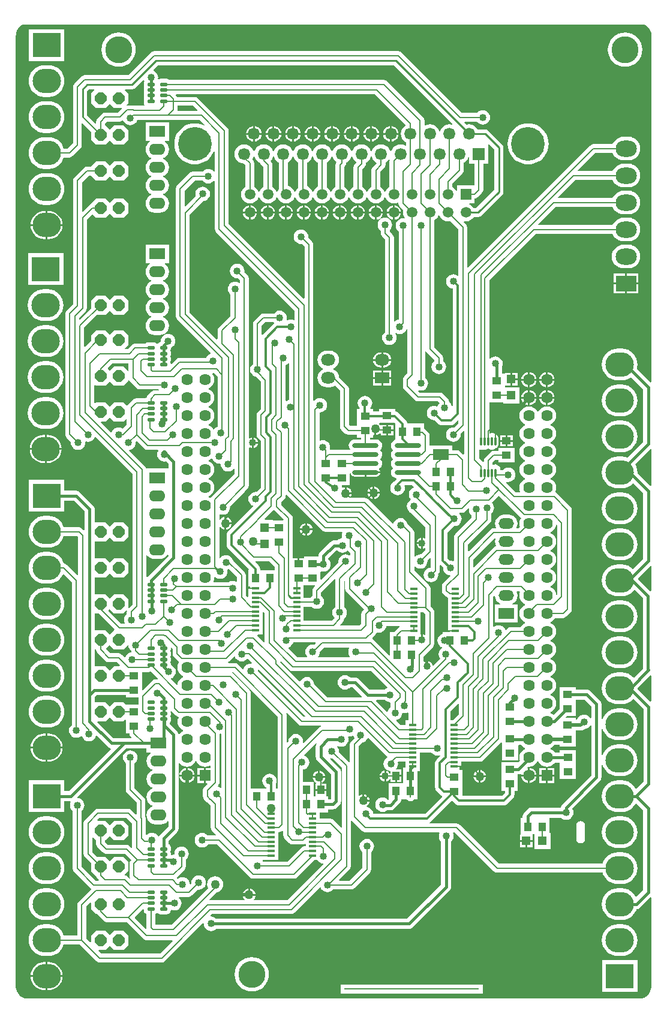
<source format=gtl>
%FSTAX24Y24*%
%MOIN*%
G70*
G01*
G75*
G04 Layer_Physical_Order=1*
G04 Layer_Color=255*
%ADD10R,0.0500X0.0394*%
%ADD11R,0.7500X0.0100*%
%ADD12R,0.0500X0.0500*%
G04:AMPARAMS|DCode=13|XSize=37.4mil|YSize=19.7mil|CornerRadius=2.5mil|HoleSize=0mil|Usage=FLASHONLY|Rotation=180.000|XOffset=0mil|YOffset=0mil|HoleType=Round|Shape=RoundedRectangle|*
%AMROUNDEDRECTD13*
21,1,0.0374,0.0148,0,0,180.0*
21,1,0.0325,0.0197,0,0,180.0*
1,1,0.0049,-0.0162,0.0074*
1,1,0.0049,0.0162,0.0074*
1,1,0.0049,0.0162,-0.0074*
1,1,0.0049,-0.0162,-0.0074*
%
%ADD13ROUNDEDRECTD13*%
%ADD14R,0.0500X0.0500*%
%ADD15R,0.0394X0.0500*%
%ADD16R,0.0390X0.0120*%
%ADD17O,0.1457X0.0256*%
%ADD18O,0.0118X0.0532*%
%ADD19C,0.0160*%
%ADD20C,0.0080*%
%ADD21C,0.0120*%
%ADD22C,0.0200*%
%ADD23C,0.0100*%
%ADD24C,0.1500*%
%ADD25C,0.1874*%
%ADD26C,0.0665*%
%ADD27R,0.0665X0.0665*%
%ADD28O,0.1575X0.1360*%
%ADD29R,0.1575X0.1360*%
%ADD30R,0.0638X0.0638*%
%ADD31C,0.0638*%
%ADD32C,0.0591*%
%ADD33R,0.0591X0.0591*%
%ADD34P,0.0714X8X202.5*%
%ADD35O,0.0900X0.0620*%
%ADD36R,0.0900X0.0620*%
%ADD37O,0.0850X0.0600*%
%ADD38R,0.0850X0.0600*%
%ADD39O,0.0800X0.0640*%
%ADD40R,0.0800X0.0640*%
%ADD41R,0.1181X0.0902*%
%ADD42O,0.1181X0.0902*%
%ADD43C,0.0400*%
%ADD44C,0.0500*%
G36*
X058153Y02715D02*
Y025726D01*
X058107Y025707D01*
X0574Y026413D01*
Y026463D01*
X058107Y027169D01*
X058153Y02715D01*
D02*
G37*
G36*
Y033227D02*
Y031871D01*
X058107Y031852D01*
X057434Y032524D01*
Y032574D01*
X058107Y033246D01*
X058153Y033227D01*
D02*
G37*
G36*
Y039738D02*
Y037717D01*
X058107Y037697D01*
X057388Y038416D01*
X057392Y03845D01*
X057375Y038622D01*
X057324Y038788D01*
X057259Y03891D01*
X058107Y039757D01*
X058153Y039738D01*
D02*
G37*
G36*
X057866Y063297D02*
X057965Y063215D01*
X058047Y063116D01*
X058108Y063002D01*
X058146Y062878D01*
X058153Y062804D01*
Y043476D01*
X058107Y043457D01*
X057354Y04421D01*
X057375Y044278D01*
X057392Y04445D01*
X057375Y044622D01*
X057324Y044788D01*
X057243Y044941D01*
X057133Y045075D01*
X056999Y045185D01*
X056846Y045267D01*
X05668Y045317D01*
X056507Y045334D01*
X056293D01*
X05612Y045317D01*
X055954Y045267D01*
X055801Y045185D01*
X055667Y045075D01*
X055557Y044941D01*
X055476Y044788D01*
X055425Y044622D01*
X055408Y04445D01*
X055425Y044278D01*
X055476Y044112D01*
X055557Y043959D01*
X055667Y043825D01*
X055801Y043715D01*
X055954Y043633D01*
X05612Y043583D01*
X056293Y043566D01*
X056507D01*
X05668Y043583D01*
X056846Y043633D01*
X056999Y043715D01*
X057027Y043738D01*
X057703Y043062D01*
Y040152D01*
X056824Y039273D01*
X05668Y039317D01*
X056507Y039334D01*
X056293D01*
X05612Y039317D01*
X055954Y039267D01*
X055801Y039185D01*
X055667Y039075D01*
X055557Y038941D01*
X055476Y038788D01*
X055425Y038622D01*
X055408Y03845D01*
X055425Y038278D01*
X055476Y038112D01*
X055557Y037959D01*
X055667Y037825D01*
X055801Y037715D01*
X055954Y037633D01*
X05612Y037583D01*
X056293Y037566D01*
X056507D01*
X05668Y037583D01*
X056846Y037633D01*
X056999Y037715D01*
X057133Y037825D01*
X057178Y037827D01*
X057712Y037294D01*
Y03365D01*
X057137Y033075D01*
X057133Y033075D01*
X056999Y033185D01*
X056846Y033267D01*
X05668Y033317D01*
X056507Y033334D01*
X056293D01*
X05612Y033317D01*
X055954Y033267D01*
X055801Y033185D01*
X055667Y033075D01*
X055557Y032941D01*
X055476Y032788D01*
X055425Y032622D01*
X055408Y03245D01*
X055425Y032278D01*
X055476Y032112D01*
X055557Y031959D01*
X055667Y031825D01*
X055801Y031715D01*
X055954Y031633D01*
X05612Y031583D01*
X056293Y031566D01*
X056507D01*
X05668Y031583D01*
X056846Y031633D01*
X056999Y031715D01*
X057133Y031825D01*
X0572Y031907D01*
X05725Y03191D01*
X057695Y031465D01*
Y027556D01*
X057195Y027057D01*
X057146Y02706D01*
X057133Y027075D01*
X056999Y027185D01*
X056846Y027267D01*
X05668Y027317D01*
X056507Y027334D01*
X056293D01*
X05612Y027317D01*
X055954Y027267D01*
X055801Y027185D01*
X055667Y027075D01*
X055557Y026941D01*
X055476Y026788D01*
X055425Y026622D01*
X055408Y02645D01*
X055425Y026278D01*
X055476Y026112D01*
X055557Y025959D01*
X055667Y025825D01*
X055801Y025715D01*
X055954Y025633D01*
X05612Y025583D01*
X056293Y025566D01*
X056507D01*
X05668Y025583D01*
X056846Y025633D01*
X056999Y025715D01*
X057133Y025825D01*
X057135Y025827D01*
X057185Y02583D01*
X057729Y025285D01*
Y021274D01*
X057326Y020871D01*
X057276Y020878D01*
X057243Y020941D01*
X057133Y021075D01*
X056999Y021185D01*
X056846Y021267D01*
X05668Y021317D01*
X056507Y021334D01*
X056293D01*
X05612Y021317D01*
X055954Y021267D01*
X055801Y021185D01*
X055667Y021075D01*
X055557Y020941D01*
X055476Y020788D01*
X055425Y020622D01*
X055408Y02045D01*
X055425Y020278D01*
X055476Y020112D01*
X055557Y019959D01*
X055667Y019825D01*
X055801Y019715D01*
X055954Y019633D01*
X05612Y019583D01*
X056293Y019566D01*
X056507D01*
X05668Y019583D01*
X056846Y019633D01*
X056999Y019715D01*
X057133Y019825D01*
X057243Y019959D01*
X057283Y020034D01*
X057332Y020041D01*
X057712Y019662D01*
Y01524D01*
X057332Y01486D01*
X057282Y014867D01*
X057243Y014941D01*
X057133Y015075D01*
X056999Y015185D01*
X056846Y015267D01*
X05668Y015317D01*
X056507Y015334D01*
X056293D01*
X05612Y015317D01*
X055954Y015267D01*
X055801Y015185D01*
X055667Y015075D01*
X055557Y014941D01*
X055476Y014788D01*
X055425Y014622D01*
X055408Y01445D01*
X055425Y014278D01*
X055476Y014112D01*
X055557Y013959D01*
X055667Y013825D01*
X055801Y013715D01*
X055954Y013633D01*
X05612Y013583D01*
X056293Y013566D01*
X056507D01*
X05668Y013583D01*
X056846Y013633D01*
X056999Y013715D01*
X057133Y013825D01*
X057243Y013959D01*
X057324Y014112D01*
X057342Y01417D01*
X057394Y014177D01*
X057414Y014185D01*
X057462Y014205D01*
X057521Y01425D01*
X058107Y014836D01*
X058153Y014817D01*
Y009859D01*
X058151Y00985D01*
X058153D01*
Y00984D01*
X058141Y009721D01*
X058104Y009598D01*
X058043Y009484D01*
X057961Y009384D01*
X057861Y009302D01*
X057748Y009242D01*
X057624Y009204D01*
X057529Y009195D01*
X023547D01*
X023502Y009204D01*
Y009204D01*
X023499Y009201D01*
X023374Y009214D01*
X02325Y009251D01*
X023136Y009312D01*
X023037Y009394D01*
X022955Y009493D01*
X022894Y009607D01*
X022856Y009731D01*
X022845Y00985D01*
Y009859D01*
X022847D01*
X022845Y009869D01*
Y062737D01*
X022849Y062757D01*
X022849D01*
X022846Y06276D01*
X022858Y062885D01*
X022896Y063009D01*
X022957Y063123D01*
X023039Y063222D01*
X023138Y063304D01*
X023218Y063347D01*
X057772D01*
X057866Y063297D01*
D02*
G37*
%LPC*%
G36*
X0524Y043016D02*
Y04265D01*
X052766D01*
X052758Y042709D01*
X052716Y042811D01*
X052649Y042899D01*
X052561Y042966D01*
X052459Y043008D01*
X0524Y043016D01*
D02*
G37*
G36*
X0513Y044016D02*
X051241Y044008D01*
X051139Y043966D01*
X051051Y043899D01*
X050984Y043811D01*
X050942Y043709D01*
X050934Y04365D01*
X0513D01*
Y044016D01*
D02*
G37*
G36*
X024607Y044634D02*
X024393D01*
X02422Y044617D01*
X024054Y044567D01*
X023901Y044485D01*
X023767Y044375D01*
X023657Y044241D01*
X023576Y044088D01*
X023525Y043922D01*
X023508Y04375D01*
X023525Y043578D01*
X023576Y043412D01*
X023657Y043259D01*
X023767Y043125D01*
X023901Y043015D01*
X024054Y042933D01*
X02422Y042883D01*
X024393Y042866D01*
X024607D01*
X02478Y042883D01*
X024946Y042933D01*
X025099Y043015D01*
X025233Y043125D01*
X025343Y043259D01*
X025424Y043412D01*
X025475Y043578D01*
X025492Y04375D01*
X025475Y043922D01*
X025424Y044088D01*
X025343Y044241D01*
X025233Y044375D01*
X025099Y044485D01*
X024946Y044567D01*
X02478Y044617D01*
X024607Y044634D01*
D02*
G37*
G36*
X024657Y028034D02*
X024443D01*
X02427Y028017D01*
X024104Y027967D01*
X023951Y027885D01*
X023817Y027775D01*
X023707Y027641D01*
X023626Y027488D01*
X023575Y027322D01*
X023558Y02715D01*
X023575Y026978D01*
X023626Y026812D01*
X023707Y026659D01*
X023817Y026525D01*
X023951Y026415D01*
X024104Y026333D01*
X02427Y026283D01*
X024443Y026266D01*
X024657D01*
X02483Y026283D01*
X024996Y026333D01*
X025149Y026415D01*
X025283Y026525D01*
X025393Y026659D01*
X025474Y026812D01*
X025525Y026978D01*
X025542Y02715D01*
X025525Y027322D01*
X025474Y027488D01*
X025393Y027641D01*
X025283Y027775D01*
X025149Y027885D01*
X024996Y027967D01*
X02483Y028017D01*
X024657Y028034D01*
D02*
G37*
G36*
X0514Y044016D02*
Y04365D01*
X051766D01*
X051758Y043709D01*
X051716Y043811D01*
X051649Y043899D01*
X051561Y043966D01*
X051459Y044008D01*
X0514Y044016D01*
D02*
G37*
G36*
X056507Y029334D02*
X056293D01*
X05612Y029317D01*
X055954Y029267D01*
X055801Y029185D01*
X055667Y029075D01*
X055557Y028941D01*
X055476Y028788D01*
X055425Y028622D01*
X055408Y02845D01*
X055425Y028278D01*
X055476Y028112D01*
X055557Y027959D01*
X055667Y027825D01*
X055801Y027715D01*
X055954Y027633D01*
X05612Y027583D01*
X056293Y027566D01*
X056507D01*
X05668Y027583D01*
X056846Y027633D01*
X056999Y027715D01*
X057133Y027825D01*
X057243Y027959D01*
X057324Y028112D01*
X057375Y028278D01*
X057392Y02845D01*
X057375Y028622D01*
X057324Y028788D01*
X057243Y028941D01*
X057133Y029075D01*
X056999Y029185D01*
X056846Y029267D01*
X05668Y029317D01*
X056507Y029334D01*
D02*
G37*
G36*
X0524Y044016D02*
Y04365D01*
X052766D01*
X052758Y043709D01*
X052716Y043811D01*
X052649Y043899D01*
X052561Y043966D01*
X052459Y044008D01*
X0524Y044016D01*
D02*
G37*
G36*
X024657Y023934D02*
X0246D01*
Y0232D01*
X025436D01*
X025426Y023303D01*
X025382Y02345D01*
X025309Y023585D01*
X025212Y023704D01*
X025093Y023802D01*
X024957Y023874D01*
X02481Y023919D01*
X024657Y023934D01*
D02*
G37*
G36*
X0523Y044016D02*
X052241Y044008D01*
X052139Y043966D01*
X052051Y043899D01*
X051984Y043811D01*
X051942Y043709D01*
X051934Y04365D01*
X0523D01*
Y044016D01*
D02*
G37*
G36*
X050717Y043583D02*
X050417D01*
Y043283D01*
X050717D01*
Y043583D01*
D02*
G37*
G36*
X0523Y04355D02*
X051934D01*
X051942Y043491D01*
X051984Y043389D01*
X052051Y043301D01*
X052139Y043234D01*
X052241Y043192D01*
X0523Y043184D01*
Y04355D01*
D02*
G37*
G36*
X024657Y055084D02*
X024443D01*
X02427Y055067D01*
X024104Y055017D01*
X023951Y054935D01*
X023817Y054825D01*
X023707Y054691D01*
X023626Y054538D01*
X023575Y054372D01*
X023558Y0542D01*
X023575Y054028D01*
X023626Y053862D01*
X023707Y053709D01*
X023817Y053575D01*
X023951Y053465D01*
X024104Y053383D01*
X02427Y053333D01*
X024443Y053316D01*
X024657D01*
X02483Y053333D01*
X024996Y053383D01*
X025149Y053465D01*
X025283Y053575D01*
X025393Y053709D01*
X025474Y053862D01*
X025525Y054028D01*
X025542Y0542D01*
X025525Y054372D01*
X025474Y054538D01*
X025393Y054691D01*
X025283Y054825D01*
X025149Y054935D01*
X024996Y055017D01*
X02483Y055067D01*
X024657Y055084D01*
D02*
G37*
G36*
X051766Y04355D02*
X0514D01*
Y043184D01*
X051459Y043192D01*
X051561Y043234D01*
X051649Y043301D01*
X051716Y043389D01*
X051758Y043491D01*
X051766Y04355D01*
D02*
G37*
G36*
X024657Y026034D02*
X024443D01*
X02427Y026017D01*
X024104Y025967D01*
X023951Y025885D01*
X023817Y025775D01*
X023707Y025641D01*
X023626Y025488D01*
X023575Y025322D01*
X023558Y02515D01*
X023575Y024978D01*
X023626Y024812D01*
X023707Y024659D01*
X023817Y024525D01*
X023951Y024415D01*
X024104Y024333D01*
X02427Y024283D01*
X024443Y024266D01*
X024657D01*
X02483Y024283D01*
X024996Y024333D01*
X025149Y024415D01*
X025283Y024525D01*
X025393Y024659D01*
X025474Y024812D01*
X025525Y024978D01*
X025542Y02515D01*
X025525Y025322D01*
X025474Y025488D01*
X025393Y025641D01*
X025283Y025775D01*
X025149Y025885D01*
X024996Y025967D01*
X02483Y026017D01*
X024657Y026034D01*
D02*
G37*
G36*
X052766Y04355D02*
X0524D01*
Y043184D01*
X052459Y043192D01*
X052561Y043234D01*
X052649Y043301D01*
X052716Y043389D01*
X052758Y043491D01*
X052766Y04355D01*
D02*
G37*
G36*
X0513D02*
X050934D01*
X050942Y043491D01*
X050984Y043389D01*
X051051Y043301D01*
X051139Y043234D01*
X051241Y043192D01*
X0513Y043184D01*
Y04355D01*
D02*
G37*
G36*
X056507Y041334D02*
X056293D01*
X05612Y041317D01*
X055954Y041267D01*
X055801Y041185D01*
X055667Y041075D01*
X055557Y040941D01*
X055476Y040788D01*
X055425Y040622D01*
X055408Y04045D01*
X055425Y040278D01*
X055476Y040112D01*
X055557Y039959D01*
X055667Y039825D01*
X055801Y039715D01*
X055954Y039633D01*
X05612Y039583D01*
X056293Y039566D01*
X056507D01*
X05668Y039583D01*
X056846Y039633D01*
X056999Y039715D01*
X057133Y039825D01*
X057243Y039959D01*
X057324Y040112D01*
X057375Y040278D01*
X057392Y04045D01*
X057375Y040622D01*
X057324Y040788D01*
X057243Y040941D01*
X057133Y041075D01*
X056999Y041185D01*
X056846Y041267D01*
X05668Y041317D01*
X056507Y041334D01*
D02*
G37*
G36*
X024607Y040534D02*
X02455D01*
Y0398D01*
X025386D01*
X025376Y039903D01*
X025332Y04005D01*
X025259Y040185D01*
X025162Y040304D01*
X025043Y040402D01*
X024907Y040474D01*
X02476Y040519D01*
X024607Y040534D01*
D02*
G37*
G36*
X02445D02*
X024393D01*
X02424Y040519D01*
X024093Y040474D01*
X023957Y040402D01*
X023838Y040304D01*
X023741Y040185D01*
X023668Y04005D01*
X023624Y039903D01*
X023614Y0398D01*
X02445D01*
Y040534D01*
D02*
G37*
G36*
X050717Y043983D02*
X050417D01*
Y043683D01*
X050717D01*
Y043983D01*
D02*
G37*
G36*
X057441Y049501D02*
X0568D01*
Y049D01*
X057441D01*
Y049501D01*
D02*
G37*
G36*
X056507Y035334D02*
X056293D01*
X05612Y035317D01*
X055954Y035267D01*
X055801Y035185D01*
X055667Y035075D01*
X055557Y034941D01*
X055476Y034788D01*
X055425Y034622D01*
X055408Y03445D01*
X055425Y034278D01*
X055476Y034112D01*
X055557Y033959D01*
X055667Y033825D01*
X055801Y033715D01*
X055954Y033633D01*
X05612Y033583D01*
X056293Y033566D01*
X056507D01*
X05668Y033583D01*
X056846Y033633D01*
X056999Y033715D01*
X057133Y033825D01*
X057243Y033959D01*
X057324Y034112D01*
X057375Y034278D01*
X057392Y03445D01*
X057375Y034622D01*
X057324Y034788D01*
X057243Y034941D01*
X057133Y035075D01*
X056999Y035185D01*
X056846Y035267D01*
X05668Y035317D01*
X056507Y035334D01*
D02*
G37*
G36*
X0567Y049501D02*
X056059D01*
Y049D01*
X0567D01*
Y049501D01*
D02*
G37*
G36*
X057441Y0489D02*
X0568D01*
Y048399D01*
X057441D01*
Y0489D01*
D02*
G37*
G36*
X025487Y05063D02*
X023513D01*
Y04887D01*
X025487D01*
Y05063D01*
D02*
G37*
G36*
X0245Y05215D02*
X023664D01*
X023674Y052047D01*
X023718Y0519D01*
X023791Y051765D01*
X023888Y051646D01*
X024007Y051548D01*
X024143Y051476D01*
X02429Y051431D01*
X024443Y051416D01*
X0245D01*
Y05215D01*
D02*
G37*
G36*
X05689Y051104D02*
X05661D01*
X056483Y051091D01*
X05636Y051054D01*
X056247Y050994D01*
X056148Y050912D01*
X056067Y050813D01*
X056006Y0507D01*
X055969Y050578D01*
X055956Y05045D01*
X055969Y050322D01*
X056006Y0502D01*
X056067Y050087D01*
X056148Y049988D01*
X056247Y049906D01*
X05636Y049846D01*
X056483Y049809D01*
X05661Y049796D01*
X05689D01*
X057017Y049809D01*
X05714Y049846D01*
X057253Y049906D01*
X057352Y049988D01*
X057433Y050087D01*
X057494Y0502D01*
X057531Y050322D01*
X057544Y05045D01*
X057531Y050578D01*
X057494Y0507D01*
X057433Y050813D01*
X057352Y050912D01*
X057253Y050994D01*
X05714Y051054D01*
X057017Y051091D01*
X05689Y051104D01*
D02*
G37*
G36*
X025436Y05215D02*
X0246D01*
Y051416D01*
X024657D01*
X02481Y051431D01*
X024957Y051476D01*
X025093Y051548D01*
X025212Y051646D01*
X025309Y051765D01*
X025382Y0519D01*
X025426Y052047D01*
X025436Y05215D01*
D02*
G37*
G36*
X024657Y052984D02*
X0246D01*
Y05225D01*
X025436D01*
X025426Y052353D01*
X025382Y0525D01*
X025309Y052635D01*
X025212Y052754D01*
X025093Y052852D01*
X024957Y052924D01*
X02481Y052969D01*
X024657Y052984D01*
D02*
G37*
G36*
X0245D02*
X024443D01*
X02429Y052969D01*
X024143Y052924D01*
X024007Y052852D01*
X023888Y052754D01*
X023791Y052635D01*
X023718Y0525D01*
X023674Y052353D01*
X023664Y05225D01*
X0245D01*
Y052984D01*
D02*
G37*
G36*
X0567Y0489D02*
X056059D01*
Y048399D01*
X0567D01*
Y0489D01*
D02*
G37*
G36*
X03135Y05791D02*
X03005D01*
Y05689D01*
X030283D01*
X030299Y056843D01*
X030196Y056764D01*
X030115Y056657D01*
X030063Y056533D01*
X030046Y0564D01*
X030063Y056267D01*
X030115Y056143D01*
X030196Y056036D01*
X030303Y055955D01*
X030374Y055925D01*
Y055875D01*
X030303Y055845D01*
X030196Y055764D01*
X030115Y055657D01*
X030063Y055533D01*
X030046Y0554D01*
X030063Y055267D01*
X030115Y055143D01*
X030196Y055036D01*
X030303Y054955D01*
X030374Y054925D01*
Y054875D01*
X030303Y054845D01*
X030196Y054764D01*
X030115Y054657D01*
X030063Y054533D01*
X030046Y0544D01*
X030063Y054267D01*
X030115Y054143D01*
X030196Y054036D01*
X030303Y053955D01*
X030374Y053925D01*
Y053875D01*
X030303Y053845D01*
X030196Y053764D01*
X030115Y053657D01*
X030063Y053533D01*
X030046Y0534D01*
X030063Y053267D01*
X030115Y053143D01*
X030196Y053036D01*
X030303Y052955D01*
X030427Y052903D01*
X03056Y052886D01*
X03084D01*
X030973Y052903D01*
X031097Y052955D01*
X031204Y053036D01*
X031285Y053143D01*
X031337Y053267D01*
X031354Y0534D01*
X031337Y053533D01*
X031285Y053657D01*
X031204Y053764D01*
X031097Y053845D01*
X031026Y053875D01*
Y053925D01*
X031097Y053955D01*
X031204Y054036D01*
X031285Y054143D01*
X031337Y054267D01*
X031354Y0544D01*
X031337Y054533D01*
X031285Y054657D01*
X031204Y054764D01*
X031097Y054845D01*
X031026Y054875D01*
Y054925D01*
X031097Y054955D01*
X031204Y055036D01*
X031285Y055143D01*
X031337Y055267D01*
X031354Y0554D01*
X031337Y055533D01*
X031285Y055657D01*
X031204Y055764D01*
X031097Y055845D01*
X031026Y055875D01*
Y055925D01*
X031097Y055955D01*
X031204Y056036D01*
X031285Y056143D01*
X031337Y056267D01*
X031354Y0564D01*
X031337Y056533D01*
X031285Y056657D01*
X031204Y056764D01*
X031101Y056843D01*
X031117Y05689D01*
X03135D01*
Y05791D01*
D02*
G37*
G36*
X056507Y031334D02*
X056293D01*
X05612Y031317D01*
X055954Y031267D01*
X055801Y031185D01*
X055667Y031075D01*
X055557Y030941D01*
X055476Y030788D01*
X055425Y030622D01*
X055408Y03045D01*
X055425Y030278D01*
X055476Y030112D01*
X055557Y029959D01*
X055667Y029825D01*
X055801Y029715D01*
X055954Y029633D01*
X05612Y029583D01*
X056293Y029566D01*
X056507D01*
X05668Y029583D01*
X056846Y029633D01*
X056999Y029715D01*
X057133Y029825D01*
X057243Y029959D01*
X057324Y030112D01*
X057375Y030278D01*
X057392Y03045D01*
X057375Y030622D01*
X057324Y030788D01*
X057243Y030941D01*
X057133Y031075D01*
X056999Y031185D01*
X056846Y031267D01*
X05668Y031317D01*
X056507Y031334D01*
D02*
G37*
G36*
X02445Y0397D02*
X023614D01*
X023624Y039597D01*
X023668Y03945D01*
X023741Y039315D01*
X023838Y039196D01*
X023957Y039098D01*
X024093Y039026D01*
X02424Y038981D01*
X024393Y038966D01*
X02445D01*
Y0397D01*
D02*
G37*
G36*
X024657Y030034D02*
X024443D01*
X02427Y030017D01*
X024104Y029967D01*
X023951Y029885D01*
X023817Y029775D01*
X023707Y029641D01*
X023626Y029488D01*
X023575Y029322D01*
X023558Y02915D01*
X023575Y028978D01*
X023626Y028812D01*
X023707Y028659D01*
X023817Y028525D01*
X023951Y028415D01*
X024104Y028333D01*
X02427Y028283D01*
X024443Y028266D01*
X024657D01*
X02483Y028283D01*
X024996Y028333D01*
X025149Y028415D01*
X025283Y028525D01*
X025393Y028659D01*
X025474Y028812D01*
X025525Y028978D01*
X025542Y02915D01*
X025525Y029322D01*
X025474Y029488D01*
X025393Y029641D01*
X025283Y029775D01*
X025149Y029885D01*
X024996Y029967D01*
X02483Y030017D01*
X024657Y030034D01*
D02*
G37*
G36*
X025386Y0397D02*
X02455D01*
Y038966D01*
X024607D01*
X02476Y038981D01*
X024907Y039026D01*
X025043Y039098D01*
X025162Y039196D01*
X025259Y039315D01*
X025332Y03945D01*
X025376Y039597D01*
X025386Y0397D01*
D02*
G37*
G36*
X024657Y032034D02*
X024443D01*
X02427Y032017D01*
X024104Y031967D01*
X023951Y031885D01*
X023817Y031775D01*
X023707Y031641D01*
X023626Y031488D01*
X023575Y031322D01*
X023558Y03115D01*
X023575Y030978D01*
X023626Y030812D01*
X023707Y030659D01*
X023817Y030525D01*
X023951Y030415D01*
X024104Y030333D01*
X02427Y030283D01*
X024443Y030266D01*
X024657D01*
X02483Y030283D01*
X024996Y030333D01*
X025149Y030415D01*
X025283Y030525D01*
X025393Y030659D01*
X025474Y030812D01*
X025525Y030978D01*
X025542Y03115D01*
X025525Y031322D01*
X025474Y031488D01*
X025393Y031641D01*
X025283Y031775D01*
X025149Y031885D01*
X024996Y031967D01*
X02483Y032017D01*
X024657Y032034D01*
D02*
G37*
G36*
X024607Y048634D02*
X024393D01*
X02422Y048617D01*
X024054Y048567D01*
X023901Y048485D01*
X023767Y048375D01*
X023657Y048241D01*
X023576Y048088D01*
X023525Y047922D01*
X023508Y04775D01*
X023525Y047578D01*
X023576Y047412D01*
X023657Y047259D01*
X023767Y047125D01*
X023901Y047015D01*
X024054Y046933D01*
X02422Y046883D01*
X024393Y046866D01*
X024607D01*
X02478Y046883D01*
X024946Y046933D01*
X025099Y047015D01*
X025233Y047125D01*
X025343Y047259D01*
X025424Y047412D01*
X025475Y047578D01*
X025492Y04775D01*
X025475Y047922D01*
X025424Y048088D01*
X025343Y048241D01*
X025233Y048375D01*
X025099Y048485D01*
X024946Y048567D01*
X02478Y048617D01*
X024607Y048634D01*
D02*
G37*
G36*
X03135Y05111D02*
X03005D01*
Y05009D01*
X030283D01*
X030299Y050043D01*
X030196Y049964D01*
X030115Y049857D01*
X030063Y049733D01*
X030046Y0496D01*
X030063Y049467D01*
X030115Y049343D01*
X030196Y049236D01*
X030303Y049155D01*
X030374Y049125D01*
Y049075D01*
X030303Y049045D01*
X030196Y048964D01*
X030115Y048857D01*
X030063Y048733D01*
X030046Y0486D01*
X030063Y048467D01*
X030115Y048343D01*
X030196Y048236D01*
X030303Y048155D01*
X030374Y048125D01*
Y048075D01*
X030303Y048045D01*
X030196Y047964D01*
X030115Y047857D01*
X030063Y047733D01*
X030046Y0476D01*
X030063Y047467D01*
X030115Y047343D01*
X030196Y047236D01*
X030303Y047155D01*
X030374Y047125D01*
Y047075D01*
X030303Y047045D01*
X030196Y046964D01*
X030115Y046857D01*
X030063Y046733D01*
X030046Y0466D01*
X030063Y046467D01*
X030115Y046343D01*
X030196Y046236D01*
X030303Y046155D01*
X030427Y046103D01*
X03056Y046086D01*
X03084D01*
X030973Y046103D01*
X031097Y046155D01*
X031204Y046236D01*
X031285Y046343D01*
X031337Y046467D01*
X031354Y0466D01*
X031337Y046733D01*
X031285Y046857D01*
X031204Y046964D01*
X031097Y047045D01*
X031026Y047075D01*
Y047125D01*
X031097Y047155D01*
X031204Y047236D01*
X031285Y047343D01*
X031337Y047467D01*
X031354Y0476D01*
X031337Y047733D01*
X031285Y047857D01*
X031204Y047964D01*
X031097Y048045D01*
X031026Y048075D01*
Y048125D01*
X031097Y048155D01*
X031204Y048236D01*
X031285Y048343D01*
X031337Y048467D01*
X031354Y0486D01*
X031337Y048733D01*
X031285Y048857D01*
X031204Y048964D01*
X031097Y049045D01*
X031026Y049075D01*
Y049125D01*
X031097Y049155D01*
X031204Y049236D01*
X031285Y049343D01*
X031337Y049467D01*
X031354Y0496D01*
X031337Y049733D01*
X031285Y049857D01*
X031204Y049964D01*
X031101Y050043D01*
X031117Y05009D01*
X03135D01*
Y05111D01*
D02*
G37*
G36*
X056507Y037334D02*
X056293D01*
X05612Y037317D01*
X055954Y037267D01*
X055801Y037185D01*
X055667Y037075D01*
X055557Y036941D01*
X055476Y036788D01*
X055425Y036622D01*
X055408Y03645D01*
X055425Y036278D01*
X055476Y036112D01*
X055557Y035959D01*
X055667Y035825D01*
X055801Y035715D01*
X055954Y035633D01*
X05612Y035583D01*
X056293Y035566D01*
X056507D01*
X05668Y035583D01*
X056846Y035633D01*
X056999Y035715D01*
X057133Y035825D01*
X057243Y035959D01*
X057324Y036112D01*
X057375Y036278D01*
X057392Y03645D01*
X057375Y036622D01*
X057324Y036788D01*
X057243Y036941D01*
X057133Y037075D01*
X056999Y037185D01*
X056846Y037267D01*
X05668Y037317D01*
X056507Y037334D01*
D02*
G37*
G36*
X024607Y046634D02*
X024393D01*
X02422Y046617D01*
X024054Y046567D01*
X023901Y046485D01*
X023767Y046375D01*
X023657Y046241D01*
X023576Y046088D01*
X023525Y045922D01*
X023508Y04575D01*
X023525Y045578D01*
X023576Y045412D01*
X023657Y045259D01*
X023767Y045125D01*
X023901Y045015D01*
X024054Y044933D01*
X02422Y044883D01*
X024393Y044866D01*
X024607D01*
X02478Y044883D01*
X024946Y044933D01*
X025099Y045015D01*
X025233Y045125D01*
X025343Y045259D01*
X025424Y045412D01*
X025475Y045578D01*
X025492Y04575D01*
X025475Y045922D01*
X025424Y046088D01*
X025343Y046241D01*
X025233Y046375D01*
X025099Y046485D01*
X024946Y046567D01*
X02478Y046617D01*
X024607Y046634D01*
D02*
G37*
G36*
X0245Y023934D02*
X024443D01*
X02429Y023919D01*
X024143Y023874D01*
X024007Y023802D01*
X023888Y023704D01*
X023791Y023585D01*
X023718Y02345D01*
X023674Y023303D01*
X023664Y0232D01*
X0245D01*
Y023934D01*
D02*
G37*
G36*
X02855Y062905D02*
X028364Y062886D01*
X028185Y062832D01*
X02802Y062744D01*
X027875Y062625D01*
X027756Y06248D01*
X027668Y062315D01*
X027614Y062136D01*
X027595Y06195D01*
X027614Y061764D01*
X027668Y061585D01*
X027756Y06142D01*
X027875Y061275D01*
X02802Y061156D01*
X028185Y061068D01*
X028364Y061014D01*
X02855Y060995D01*
X028736Y061014D01*
X028915Y061068D01*
X02908Y061156D01*
X029225Y061275D01*
X029344Y06142D01*
X029432Y061585D01*
X029486Y061764D01*
X029505Y06195D01*
X029486Y062136D01*
X029432Y062315D01*
X029344Y06248D01*
X029225Y062625D01*
X02908Y062744D01*
X028915Y062832D01*
X028736Y062886D01*
X02855Y062905D01*
D02*
G37*
G36*
X0567D02*
X056514Y062886D01*
X056335Y062832D01*
X05617Y062744D01*
X056025Y062625D01*
X055906Y06248D01*
X055818Y062315D01*
X055764Y062136D01*
X055745Y06195D01*
X055764Y061764D01*
X055818Y061585D01*
X055906Y06142D01*
X056025Y061275D01*
X05617Y061156D01*
X056335Y061068D01*
X056514Y061014D01*
X0567Y060995D01*
X056886Y061014D01*
X057065Y061068D01*
X05723Y061156D01*
X057375Y061275D01*
X057494Y06142D01*
X057582Y061585D01*
X057636Y061764D01*
X057655Y06195D01*
X057636Y062136D01*
X057582Y062315D01*
X057494Y06248D01*
X057375Y062625D01*
X05723Y062744D01*
X057065Y062832D01*
X056886Y062886D01*
X0567Y062905D01*
D02*
G37*
G36*
X024657Y017338D02*
X024443D01*
X02427Y017321D01*
X024104Y01727D01*
X023951Y017189D01*
X023817Y017079D01*
X023707Y016945D01*
X023626Y016792D01*
X023575Y016626D01*
X023558Y016454D01*
X023575Y016281D01*
X023626Y016115D01*
X023707Y015962D01*
X023817Y015828D01*
X023951Y015718D01*
X024104Y015637D01*
X02427Y015586D01*
X024443Y015569D01*
X024657D01*
X02483Y015586D01*
X024996Y015637D01*
X025149Y015718D01*
X025283Y015828D01*
X025393Y015962D01*
X025474Y016115D01*
X025525Y016281D01*
X025542Y016454D01*
X025525Y016626D01*
X025474Y016792D01*
X025393Y016945D01*
X025283Y017079D01*
X025149Y017189D01*
X024996Y01727D01*
X02483Y017321D01*
X024657Y017338D01*
D02*
G37*
G36*
Y015338D02*
X024443D01*
X02427Y015321D01*
X024104Y01527D01*
X023951Y015189D01*
X023817Y015079D01*
X023707Y014945D01*
X023626Y014792D01*
X023575Y014626D01*
X023558Y014454D01*
X023575Y014281D01*
X023626Y014115D01*
X023707Y013962D01*
X023817Y013828D01*
X023951Y013718D01*
X024104Y013637D01*
X02427Y013586D01*
X024443Y013569D01*
X024657D01*
X02483Y013586D01*
X024996Y013637D01*
X025149Y013718D01*
X025283Y013828D01*
X025393Y013962D01*
X025474Y014115D01*
X025525Y014281D01*
X025542Y014454D01*
X025525Y014626D01*
X025474Y014792D01*
X025393Y014945D01*
X025283Y015079D01*
X025149Y015189D01*
X024996Y01527D01*
X02483Y015321D01*
X024657Y015338D01*
D02*
G37*
G36*
X05005Y040497D02*
X04975D01*
Y04025D01*
X05005D01*
Y040497D01*
D02*
G37*
G36*
X024607Y042634D02*
X024393D01*
X02422Y042617D01*
X024054Y042567D01*
X023901Y042485D01*
X023767Y042375D01*
X023657Y042241D01*
X023576Y042088D01*
X023525Y041922D01*
X023508Y04175D01*
X023525Y041578D01*
X023576Y041412D01*
X023657Y041259D01*
X023767Y041125D01*
X023901Y041015D01*
X024054Y040933D01*
X02422Y040883D01*
X024393Y040866D01*
X024607D01*
X02478Y040883D01*
X024946Y040933D01*
X025099Y041015D01*
X025233Y041125D01*
X025343Y041259D01*
X025424Y041412D01*
X025475Y041578D01*
X025492Y04175D01*
X025475Y041922D01*
X025424Y042088D01*
X025343Y042241D01*
X025233Y042375D01*
X025099Y042485D01*
X024946Y042567D01*
X02478Y042617D01*
X024607Y042634D01*
D02*
G37*
G36*
X024657Y019338D02*
X024443D01*
X02427Y019321D01*
X024104Y01927D01*
X023951Y019189D01*
X023817Y019079D01*
X023707Y018945D01*
X023626Y018792D01*
X023575Y018626D01*
X023558Y018454D01*
X023575Y018281D01*
X023626Y018115D01*
X023707Y017962D01*
X023817Y017828D01*
X023951Y017718D01*
X024104Y017637D01*
X02427Y017586D01*
X024443Y017569D01*
X024657D01*
X02483Y017586D01*
X024996Y017637D01*
X025149Y017718D01*
X025283Y017828D01*
X025393Y017962D01*
X025474Y018115D01*
X025525Y018281D01*
X025542Y018454D01*
X025525Y018626D01*
X025474Y018792D01*
X025393Y018945D01*
X025283Y019079D01*
X025149Y019189D01*
X024996Y01927D01*
X02483Y019321D01*
X024657Y019338D01*
D02*
G37*
G36*
X051148Y01791D02*
X050848D01*
Y01761D01*
X051148D01*
Y01791D01*
D02*
G37*
G36*
X056507Y019334D02*
X056293D01*
X05612Y019317D01*
X055954Y019267D01*
X055801Y019185D01*
X055667Y019075D01*
X055557Y018941D01*
X055476Y018788D01*
X055425Y018622D01*
X055408Y01845D01*
X055425Y018278D01*
X055476Y018112D01*
X055557Y017959D01*
X055667Y017825D01*
X055801Y017715D01*
X055954Y017633D01*
X05612Y017583D01*
X056293Y017566D01*
X056507D01*
X05668Y017583D01*
X056846Y017633D01*
X056999Y017715D01*
X057133Y017825D01*
X057243Y017959D01*
X057324Y018112D01*
X057375Y018278D01*
X057392Y01845D01*
X057375Y018622D01*
X057324Y018788D01*
X057243Y018941D01*
X057133Y019075D01*
X056999Y019185D01*
X056846Y019267D01*
X05668Y019317D01*
X056507Y019334D01*
D02*
G37*
G36*
X05045Y04015D02*
X05015D01*
Y039903D01*
X05045D01*
Y04015D01*
D02*
G37*
G36*
X025537Y06308D02*
X023563D01*
Y06132D01*
X025537D01*
Y06308D01*
D02*
G37*
G36*
X044086Y061866D02*
X03052D01*
X030442Y06185D01*
X030426Y061847D01*
X030347Y061794D01*
X029084Y060531D01*
X026676D01*
X026598Y060516D01*
X026583Y060513D01*
X026503Y060459D01*
X026087Y060043D01*
X026034Y059964D01*
X026031Y059948D01*
X026015Y05987D01*
Y056748D01*
X025712Y056445D01*
X025503D01*
X025474Y056538D01*
X025393Y056691D01*
X025283Y056825D01*
X025149Y056935D01*
X024996Y057017D01*
X02483Y057067D01*
X024657Y057084D01*
X024443D01*
X02427Y057067D01*
X024104Y057017D01*
X023951Y056935D01*
X023817Y056825D01*
X023707Y056691D01*
X023626Y056538D01*
X023575Y056372D01*
X023558Y0562D01*
X023575Y056028D01*
X023626Y055862D01*
X023707Y055709D01*
X023817Y055575D01*
X023951Y055465D01*
X024104Y055383D01*
X02427Y055333D01*
X024443Y055316D01*
X024657D01*
X02483Y055333D01*
X024996Y055383D01*
X025149Y055465D01*
X025283Y055575D01*
X025393Y055709D01*
X025474Y055862D01*
X025503Y055955D01*
X025813D01*
X025891Y055971D01*
X025907Y055974D01*
X025986Y056027D01*
X026433Y056474D01*
X026486Y056553D01*
X026489Y056569D01*
X026505Y056647D01*
Y057834D01*
X026551Y057853D01*
X02702Y057384D01*
Y056935D01*
X027285Y05667D01*
X027815D01*
X02805Y056905D01*
X028285Y05667D01*
X028815D01*
X02908Y056935D01*
Y057465D01*
X028815Y05773D01*
X028285D01*
X02805Y057495D01*
X027815Y05773D01*
X027795D01*
Y057841D01*
X027909Y057955D01*
X028614D01*
X028692Y057971D01*
X028707Y057974D01*
X028778Y058021D01*
X028798Y058016D01*
X02884Y057973D01*
X028851Y057948D01*
X028915Y057865D01*
X028998Y057801D01*
X029096Y05776D01*
X0292Y057747D01*
X029304Y05776D01*
X029402Y057801D01*
X029485Y057865D01*
X029549Y057948D01*
X02959Y058046D01*
X029591Y058055D01*
X033044D01*
X033331Y057769D01*
X033303Y057727D01*
X03314Y057795D01*
X032966Y057836D01*
X032788Y05785D01*
X032609Y057836D01*
X032435Y057795D01*
X03227Y057726D01*
X032117Y057633D01*
X031981Y057516D01*
X031865Y05738D01*
X031772Y057228D01*
X031703Y057062D01*
X031661Y056888D01*
X031647Y05671D01*
X031661Y056531D01*
X031703Y056357D01*
X031772Y056192D01*
X031865Y056039D01*
X031981Y055903D01*
X032117Y055787D01*
X03227Y055694D01*
X032435Y055625D01*
X032609Y055583D01*
X032788Y055569D01*
X032966Y055583D01*
X03314Y055625D01*
X033306Y055694D01*
X033458Y055787D01*
X033594Y055903D01*
X03371Y056039D01*
X033804Y056192D01*
X033848Y056299D01*
X033897Y056289D01*
Y055177D01*
X03385Y055161D01*
X033823Y055196D01*
X03374Y05526D01*
X033642Y055301D01*
X033538Y055314D01*
X033433Y055301D01*
X033336Y05526D01*
X033253Y055196D01*
X033232Y055169D01*
X032677D01*
X032584Y05515D01*
X032557Y055133D01*
X032504Y055097D01*
X031803Y054396D01*
X03175Y054316D01*
X031746Y054301D01*
X031731Y054223D01*
Y047131D01*
X031746Y047053D01*
X03175Y047037D01*
X031803Y046958D01*
X033674Y045086D01*
X033665Y045037D01*
X033577Y045001D01*
X033493Y044937D01*
X033429Y044853D01*
X033414Y044816D01*
X031921D01*
X031843Y0448D01*
X031828Y044797D01*
X031748Y044744D01*
X031493Y044489D01*
X031445Y044504D01*
X031429Y044585D01*
X031446Y044669D01*
Y044816D01*
X031429Y0449D01*
X031446Y044984D01*
Y045131D01*
X031429Y045215D01*
X031446Y045299D01*
Y045377D01*
X031502Y045401D01*
X031585Y045465D01*
X031649Y045548D01*
X03169Y045646D01*
X031703Y04575D01*
X03169Y045854D01*
X031649Y045952D01*
X031585Y046035D01*
X031502Y046099D01*
X031404Y04614D01*
X0313Y046153D01*
X031196Y04614D01*
X031098Y046099D01*
X031015Y046035D01*
X030951Y045952D01*
X03091Y045854D01*
X030897Y04575D01*
X030897Y045746D01*
X030855Y045704D01*
X030822Y045661D01*
X030804Y045658D01*
X03073Y045608D01*
X030725Y045601D01*
X030675D01*
X03067Y045608D01*
X030596Y045658D01*
X030508Y045675D01*
X030183D01*
X030096Y045658D01*
X030035Y045617D01*
X029472D01*
X029379Y045599D01*
X029352Y045581D01*
X029299Y045545D01*
X029049Y045295D01*
X028905D01*
X028886Y045341D01*
X02908Y045535D01*
Y046065D01*
X028815Y04633D01*
X028285D01*
X02805Y046095D01*
X027815Y04633D01*
X027285D01*
X02702Y046065D01*
Y045766D01*
X026691Y045437D01*
X026645Y045456D01*
Y046499D01*
X027366Y04722D01*
X027815D01*
X02805Y047455D01*
X028285Y04722D01*
X028815D01*
X02908Y047485D01*
Y048015D01*
X028815Y04828D01*
X028285D01*
X02805Y048045D01*
X027815Y04828D01*
X027285D01*
X02702Y048015D01*
Y047566D01*
X026411Y046957D01*
X026365Y046976D01*
Y047045D01*
X026723Y047403D01*
X026776Y047482D01*
X026776Y047482D01*
X026776Y047482D01*
X026795Y047576D01*
Y052499D01*
X027101Y052804D01*
X027285Y05262D01*
X027815D01*
X02805Y052855D01*
X028285Y05262D01*
X028815D01*
X02908Y052885D01*
Y053415D01*
X028815Y05368D01*
X028285D01*
X02805Y053445D01*
X027815Y05368D01*
X027285D01*
X02702Y053415D01*
Y053379D01*
X027006Y053376D01*
X02698Y053358D01*
X026927Y053323D01*
X026561Y052957D01*
X026515Y052976D01*
Y054569D01*
X026901Y054955D01*
X02702D01*
Y054935D01*
X027285Y05467D01*
X027815D01*
X02805Y054905D01*
X028285Y05467D01*
X028815D01*
X02908Y054935D01*
Y055465D01*
X028815Y05573D01*
X028285D01*
X02805Y055495D01*
X027815Y05573D01*
X027285D01*
X02702Y055465D01*
Y055445D01*
X0268D01*
X026722Y055429D01*
X026706Y055426D01*
X026627Y055373D01*
X026097Y054843D01*
X026044Y054764D01*
X026041Y054748D01*
X026025Y05467D01*
Y047793D01*
X025667Y047435D01*
X025614Y047356D01*
X025611Y04734D01*
X025595Y047262D01*
Y04056D01*
X025611Y040482D01*
X025614Y040466D01*
X025667Y040387D01*
X025903Y040151D01*
X025897Y0401D01*
X02591Y039996D01*
X025951Y039898D01*
X026015Y039815D01*
X026098Y039751D01*
X026196Y03971D01*
X0263Y039697D01*
X026404Y03971D01*
X026502Y039751D01*
X026585Y039815D01*
X026649Y039898D01*
X02669Y039996D01*
X026703Y0401D01*
X026699Y040133D01*
X026739Y040163D01*
X026746Y04016D01*
X02685Y040147D01*
X026954Y04016D01*
X027052Y040201D01*
X027135Y040265D01*
X027199Y040348D01*
X027229Y04042D01*
X027278Y04043D01*
X029325Y038383D01*
Y031121D01*
X029126Y030922D01*
X02908Y030941D01*
Y031415D01*
X028815Y03168D01*
X028285D01*
X02805Y031445D01*
X027815Y03168D01*
X027285D01*
X027269Y031664D01*
X027222Y031683D01*
Y032617D01*
X027269Y032636D01*
X027285Y03262D01*
X027815D01*
X02805Y032855D01*
X028285Y03262D01*
X028815D01*
X02908Y032885D01*
Y033415D01*
X028815Y03368D01*
X028285D01*
X02805Y033445D01*
X027815Y03368D01*
X027285D01*
X027269Y033664D01*
X027222Y033683D01*
Y034617D01*
X027269Y034636D01*
X027285Y03462D01*
X027815D01*
X02805Y034855D01*
X028285Y03462D01*
X028815D01*
X02908Y034885D01*
Y035415D01*
X028815Y03568D01*
X028285D01*
X02805Y035445D01*
X027815Y03568D01*
X027285D01*
X027269Y035664D01*
X027222Y035683D01*
Y03641D01*
X027213Y036483D01*
X027205Y036503D01*
X027185Y036551D01*
X02714Y03661D01*
X0264Y03735D01*
X026341Y037395D01*
X026293Y037415D01*
X026273Y037423D01*
X0262Y037432D01*
X025537D01*
Y03803D01*
X023563D01*
Y03627D01*
X025537D01*
Y036868D01*
X026083D01*
X026658Y036293D01*
Y035254D01*
X026611Y035235D01*
X026523Y035323D01*
X026444Y035376D01*
X026428Y035379D01*
X02635Y035395D01*
X025503D01*
X025474Y035488D01*
X025393Y035641D01*
X025283Y035775D01*
X025149Y035885D01*
X024996Y035967D01*
X02483Y036017D01*
X024657Y036034D01*
X024443D01*
X02427Y036017D01*
X024104Y035967D01*
X023951Y035885D01*
X023817Y035775D01*
X023707Y035641D01*
X023626Y035488D01*
X023575Y035322D01*
X023558Y03515D01*
X023575Y034978D01*
X023626Y034812D01*
X023707Y034659D01*
X023817Y034525D01*
X023951Y034415D01*
X024104Y034333D01*
X02427Y034283D01*
X024443Y034266D01*
X024657D01*
X02483Y034283D01*
X024996Y034333D01*
X025149Y034415D01*
X025283Y034525D01*
X025393Y034659D01*
X025474Y034812D01*
X025503Y034905D01*
X026249D01*
X026305Y034849D01*
Y032756D01*
X026259Y032737D01*
X025673Y033323D01*
X025594Y033376D01*
X025578Y033379D01*
X025503Y033394D01*
X025474Y033488D01*
X025393Y033641D01*
X025283Y033775D01*
X025149Y033885D01*
X024996Y033967D01*
X02483Y034017D01*
X024657Y034034D01*
X024443D01*
X02427Y034017D01*
X024104Y033967D01*
X023951Y033885D01*
X023817Y033775D01*
X023707Y033641D01*
X023626Y033488D01*
X023575Y033322D01*
X023558Y03315D01*
X023575Y032978D01*
X023626Y032812D01*
X023707Y032659D01*
X023817Y032525D01*
X023951Y032415D01*
X024104Y032333D01*
X02427Y032283D01*
X024443Y032266D01*
X024657D01*
X02483Y032283D01*
X024996Y032333D01*
X025149Y032415D01*
X025283Y032525D01*
X025393Y032659D01*
X025461Y032786D01*
X02551Y032794D01*
X025955Y032349D01*
Y024416D01*
X025915Y024385D01*
X025851Y024302D01*
X02581Y024204D01*
X025797Y0241D01*
X02581Y023996D01*
X025851Y023898D01*
X025915Y023815D01*
X025998Y023751D01*
X026096Y02371D01*
X0262Y023697D01*
X026304Y02371D01*
X026402Y023751D01*
X02645Y023788D01*
X026491Y023793D01*
X026514Y023787D01*
X026551Y023698D01*
X026615Y023615D01*
X026698Y023551D01*
X026796Y02351D01*
X0269Y023497D01*
X027004Y02351D01*
X027102Y023551D01*
X027185Y023615D01*
X027249Y023698D01*
X02729Y023796D01*
X02729Y023797D01*
X027337Y023813D01*
X02795Y0232D01*
X028009Y023155D01*
D01*
D01*
Y023155D01*
X028009Y023155D01*
D01*
D01*
X028009D01*
Y023155D01*
D01*
X028009D01*
Y023155D01*
X028077Y023127D01*
X02811Y023123D01*
X028126Y023075D01*
X025787Y020736D01*
X025537D01*
Y021334D01*
X023563D01*
Y019574D01*
X025537D01*
Y020171D01*
X025864D01*
X025891Y02013D01*
X02586Y020054D01*
X025847Y01995D01*
X02586Y019846D01*
X025901Y019748D01*
X025965Y019665D01*
X026005Y019634D01*
Y016426D01*
X026021Y016348D01*
X026024Y016332D01*
X026077Y016253D01*
X027003Y015327D01*
X027017Y015318D01*
X027022Y015268D01*
X026331Y014577D01*
X026277Y014497D01*
X026274Y014482D01*
X026259Y014404D01*
Y012698D01*
X025503D01*
X025474Y012792D01*
X025393Y012945D01*
X025283Y013079D01*
X025149Y013189D01*
X024996Y01327D01*
X02483Y013321D01*
X024657Y013338D01*
X024443D01*
X02427Y013321D01*
X024104Y01327D01*
X023951Y013189D01*
X023817Y013079D01*
X023707Y012945D01*
X023626Y012792D01*
X023575Y012626D01*
X023558Y012454D01*
X023575Y012281D01*
X023626Y012115D01*
X023707Y011962D01*
X023817Y011828D01*
X023951Y011718D01*
X024104Y011637D01*
X02427Y011586D01*
X024443Y011569D01*
X024657D01*
X02483Y011586D01*
X024996Y011637D01*
X025149Y011718D01*
X025283Y011828D01*
X025393Y011962D01*
X025474Y012115D01*
X025503Y012209D01*
X026402D01*
X027334Y011277D01*
X027413Y011224D01*
X027507Y011205D01*
X03095D01*
X031028Y011221D01*
X031044Y011224D01*
X031123Y011277D01*
X033239Y013393D01*
X033284Y013371D01*
X033282Y01336D01*
X033296Y013256D01*
X033336Y013159D01*
X033401Y013075D01*
X033484Y013011D01*
X033581Y012971D01*
X033686Y012957D01*
X03379Y012971D01*
X033888Y013011D01*
X033971Y013075D01*
X033973Y013078D01*
X044686D01*
X044759Y013087D01*
X044779Y013096D01*
X044827Y013116D01*
X044886Y013161D01*
X046945Y01522D01*
X04699Y015279D01*
X04699Y015279D01*
X04699Y015279D01*
X047018Y015347D01*
X047028Y01542D01*
Y017926D01*
X047046Y01794D01*
X04711Y018023D01*
X047151Y018121D01*
X047164Y018225D01*
X047151Y01833D01*
X047118Y018409D01*
X047146Y018451D01*
X047234D01*
X049407Y016277D01*
X049487Y016224D01*
X04958Y016205D01*
X055447D01*
X055476Y016112D01*
X055557Y015959D01*
X055667Y015825D01*
X055801Y015715D01*
X055954Y015633D01*
X05612Y015583D01*
X056293Y015566D01*
X056507D01*
X05668Y015583D01*
X056846Y015633D01*
X056999Y015715D01*
X057133Y015825D01*
X057243Y015959D01*
X057324Y016112D01*
X057375Y016278D01*
X057392Y01645D01*
X057375Y016622D01*
X057324Y016788D01*
X057243Y016941D01*
X057133Y017075D01*
X056999Y017185D01*
X056846Y017267D01*
X05668Y017317D01*
X056507Y017334D01*
X056293D01*
X05612Y017317D01*
X055954Y017267D01*
X055801Y017185D01*
X055667Y017075D01*
X055557Y016941D01*
X055476Y016788D01*
X055447Y016695D01*
X049682D01*
X047508Y018868D01*
X047429Y018921D01*
X047413Y018924D01*
X047335Y01894D01*
X045853D01*
X045833Y018988D01*
X045887Y01903D01*
X047072Y020214D01*
X047261Y020025D01*
X047261Y020025D01*
X047315Y019984D01*
X047315Y019984D01*
X047315Y019984D01*
D01*
X047315Y019984D01*
X047315Y019984D01*
X047379Y019957D01*
X047446Y019948D01*
X047446Y019948D01*
X049961D01*
X049961Y019948D01*
X050029Y019957D01*
X050092Y019984D01*
X050146Y020025D01*
X050472Y02035D01*
X050472Y02035D01*
X050513Y020405D01*
X050524Y020431D01*
X05054Y020468D01*
X050548Y020536D01*
X050548Y020536D01*
Y020756D01*
X050736D01*
Y02155D01*
D01*
Y02155D01*
X050736Y02155D01*
Y021556D01*
X050736D01*
Y021671D01*
X050757D01*
X050831Y02168D01*
X050851Y021689D01*
X050898Y021708D01*
X0509Y021707D01*
X050935Y021661D01*
X050934Y02165D01*
X0513D01*
Y022016D01*
X051285Y022014D01*
X05127Y022043D01*
X0513Y022083D01*
X05135Y022077D01*
X051485Y022094D01*
X051612Y022147D01*
X05172Y02223D01*
X051803Y022338D01*
X051825Y022391D01*
X051875D01*
X051897Y022338D01*
X05198Y02223D01*
X052088Y022147D01*
X052215Y022094D01*
X05235Y022077D01*
X052485Y022094D01*
X052612Y022147D01*
X05272Y02223D01*
X052787Y022318D01*
X053066D01*
Y022237D01*
X053066Y022237D01*
X053066D01*
X053066Y022208D01*
Y022205D01*
Y022202D01*
X053066Y022173D01*
X053066Y022173D01*
X053066D01*
Y021408D01*
X053966D01*
Y022173D01*
X053966Y022173D01*
D01*
D01*
X053966Y022202D01*
Y022202D01*
Y022205D01*
X053966Y022208D01*
X053966Y022237D01*
X053966Y022237D01*
X053966D01*
Y023002D01*
X053066D01*
Y022882D01*
X052787D01*
X05272Y02297D01*
X052612Y023053D01*
X052559Y023075D01*
Y023125D01*
X052612Y023147D01*
X05272Y02323D01*
X052772Y023297D01*
X053053D01*
Y023198D01*
X053953D01*
Y023992D01*
D01*
Y023992D01*
X053953Y023992D01*
Y023998D01*
X053953D01*
Y024097D01*
X054244D01*
X054323Y024108D01*
X054374Y024129D01*
X054396Y024138D01*
X054452Y024181D01*
X05453Y024191D01*
X054627Y024231D01*
X05471Y024295D01*
X054775Y024379D01*
X054823Y024359D01*
Y02162D01*
X053225Y020022D01*
X05318Y019963D01*
X05316Y019915D01*
X053152Y019895D01*
X053142Y019822D01*
Y019819D01*
X05314Y019817D01*
X053137Y019814D01*
X051481D01*
X051408Y019804D01*
X05134Y019776D01*
X051281Y019731D01*
X051092Y019542D01*
X051048Y019484D01*
X051028Y019436D01*
X051019Y019416D01*
X05101Y019343D01*
Y019233D01*
X050895D01*
Y018346D01*
X050895Y018346D01*
X050895D01*
X050895Y018333D01*
X050872Y01831D01*
X050848D01*
Y01801D01*
X051548D01*
Y018298D01*
X051548Y018298D01*
D01*
D01*
X051548Y01831D01*
D01*
X051571Y018333D01*
X051648D01*
Y01751D01*
X052548D01*
Y01841D01*
X052489D01*
Y019233D01*
D01*
Y019233D01*
X052505Y019249D01*
X053137D01*
X05314Y019246D01*
X053223Y019182D01*
X05332Y019142D01*
X053425Y019128D01*
X053529Y019142D01*
X053627Y019182D01*
X05371Y019246D01*
X053774Y01933D01*
X053815Y019427D01*
X053828Y019532D01*
X053815Y019636D01*
X053774Y019733D01*
X053757Y019755D01*
X055305Y021303D01*
X05535Y021362D01*
X05535Y021362D01*
X05535Y021362D01*
X055378Y02143D01*
X055388Y021503D01*
Y02223D01*
X055437Y022238D01*
X055476Y022112D01*
X055557Y021959D01*
X055667Y021825D01*
X055801Y021715D01*
X055954Y021633D01*
X05612Y021583D01*
X056293Y021566D01*
X056507D01*
X05668Y021583D01*
X056846Y021633D01*
X056999Y021715D01*
X057133Y021825D01*
X057243Y021959D01*
X057324Y022112D01*
X057375Y022278D01*
X057392Y02245D01*
X057375Y022622D01*
X057324Y022788D01*
X057243Y022941D01*
X057133Y023075D01*
X056999Y023185D01*
X056846Y023267D01*
X05668Y023317D01*
X056507Y023334D01*
X056293D01*
X05612Y023317D01*
X055954Y023267D01*
X055801Y023185D01*
X055667Y023075D01*
X055557Y022941D01*
X055476Y022788D01*
X055437Y022662D01*
X055388Y02267D01*
Y02423D01*
X055437Y024238D01*
X055476Y024112D01*
X055557Y023959D01*
X055667Y023825D01*
X055801Y023715D01*
X055954Y023633D01*
X05612Y023583D01*
X056293Y023566D01*
X056507D01*
X05668Y023583D01*
X056846Y023633D01*
X056999Y023715D01*
X057133Y023825D01*
X057243Y023959D01*
X057324Y024112D01*
X057375Y024278D01*
X057392Y02445D01*
X057375Y024622D01*
X057324Y024788D01*
X057243Y024941D01*
X057133Y025075D01*
X056999Y025185D01*
X056846Y025267D01*
X05668Y025317D01*
X056507Y025334D01*
X056293D01*
X05612Y025317D01*
X055954Y025267D01*
X055801Y025185D01*
X055667Y025075D01*
X055557Y024941D01*
X055476Y024788D01*
X055437Y024662D01*
X055388Y02467D01*
Y025564D01*
X055378Y025637D01*
X05537Y025657D01*
X05535Y025705D01*
X055305Y025764D01*
X054778Y026291D01*
X05472Y026336D01*
X054671Y026356D01*
X054651Y026364D01*
X054578Y026374D01*
X054563D01*
X054497Y026382D01*
X053953D01*
Y026493D01*
X053053D01*
Y0257D01*
X053053Y0257D01*
X053053Y025693D01*
X053053D01*
Y025285D01*
X052737Y024969D01*
X05272Y02497D01*
X052612Y025053D01*
X052559Y025075D01*
Y025125D01*
X052612Y025147D01*
X05272Y02523D01*
X052803Y025338D01*
X052856Y025465D01*
X052873Y0256D01*
X052856Y025735D01*
X052803Y025862D01*
X05272Y02597D01*
X052612Y026053D01*
X052559Y026075D01*
Y026125D01*
X052612Y026147D01*
X05272Y02623D01*
X052803Y026338D01*
X052856Y026465D01*
X052873Y0266D01*
X052856Y026735D01*
X052803Y026862D01*
X05272Y02697D01*
X052612Y027053D01*
X052559Y027075D01*
Y027125D01*
X052612Y027147D01*
X05272Y02723D01*
X052803Y027338D01*
X052856Y027465D01*
X052873Y0276D01*
X052856Y027735D01*
X052803Y027862D01*
X05272Y02797D01*
X052612Y028053D01*
X052559Y028075D01*
Y028125D01*
X052612Y028147D01*
X05272Y02823D01*
X052803Y028338D01*
X052856Y028465D01*
X052873Y0286D01*
X052856Y028735D01*
X052803Y028862D01*
X05272Y02897D01*
X052612Y029053D01*
X052559Y029075D01*
Y029125D01*
X052612Y029147D01*
X05272Y02923D01*
X052803Y029338D01*
X052856Y029465D01*
X052873Y0296D01*
X052856Y029735D01*
X052803Y029862D01*
X05272Y02997D01*
X052612Y030053D01*
X052559Y030075D01*
Y030125D01*
X052612Y030147D01*
X05272Y03023D01*
X052803Y030338D01*
X05281Y030355D01*
X053252D01*
X05333Y030371D01*
X053345Y030374D01*
X053425Y030427D01*
X053672Y030675D01*
X053725Y030754D01*
X053728Y03077D01*
X053744Y030848D01*
Y036354D01*
X053728Y036432D01*
X053725Y036448D01*
X053672Y036527D01*
X052928Y037272D01*
X052848Y037325D01*
X05284Y037327D01*
X052817Y037371D01*
X052856Y037465D01*
X052873Y0376D01*
X052856Y037735D01*
X052803Y037862D01*
X05272Y03797D01*
X052612Y038053D01*
X052559Y038075D01*
Y038125D01*
X052612Y038147D01*
X05272Y03823D01*
X052803Y038338D01*
X052856Y038465D01*
X052873Y0386D01*
X052856Y038735D01*
X052803Y038862D01*
X05272Y03897D01*
X052612Y039053D01*
X052559Y039075D01*
Y039125D01*
X052612Y039147D01*
X05272Y03923D01*
X052803Y039338D01*
X052856Y039465D01*
X052873Y0396D01*
X052856Y039735D01*
X052803Y039862D01*
X05272Y03997D01*
X052612Y040053D01*
X052559Y040075D01*
Y040125D01*
X052612Y040147D01*
X05272Y04023D01*
X052803Y040338D01*
X052856Y040465D01*
X052873Y0406D01*
X052856Y040735D01*
X052803Y040862D01*
X05272Y04097D01*
X052612Y041053D01*
X052559Y041075D01*
Y041125D01*
X052612Y041147D01*
X05272Y04123D01*
X052803Y041338D01*
X052856Y041465D01*
X052873Y0416D01*
X052856Y041735D01*
X052803Y041862D01*
X05272Y04197D01*
X052612Y042053D01*
X052485Y042106D01*
X05235Y042123D01*
X052215Y042106D01*
X052088Y042053D01*
X05198Y04197D01*
X051897Y041862D01*
X051875Y041809D01*
X051825D01*
X051803Y041862D01*
X05172Y04197D01*
X051612Y042053D01*
X051485Y042106D01*
X05135Y042123D01*
X051215Y042106D01*
X051088Y042053D01*
X05098Y04197D01*
X050897Y041862D01*
X050844Y041735D01*
X050827Y0416D01*
X050844Y041465D01*
X050897Y041338D01*
X05098Y04123D01*
X051088Y041147D01*
X051141Y041125D01*
Y041075D01*
X051088Y041053D01*
X05098Y04097D01*
X050897Y040862D01*
X050844Y040735D01*
X050827Y0406D01*
X050844Y040465D01*
X050897Y040338D01*
X05098Y04023D01*
X051088Y040147D01*
X051141Y040125D01*
Y040075D01*
X051088Y040053D01*
X05098Y03997D01*
X050897Y039862D01*
X050844Y039735D01*
X050827Y0396D01*
X050844Y039465D01*
X050897Y039338D01*
X05098Y03923D01*
X051088Y039147D01*
X051141Y039125D01*
Y039075D01*
X051088Y039053D01*
X05098Y03897D01*
X050897Y038862D01*
X050844Y038735D01*
X050827Y0386D01*
X050844Y038465D01*
X050897Y038338D01*
X05098Y03823D01*
X051088Y038147D01*
X051141Y038125D01*
Y038075D01*
X051088Y038053D01*
X05098Y03797D01*
X050897Y037862D01*
X050844Y037735D01*
X050827Y0376D01*
X050844Y037465D01*
X050877Y037385D01*
X05085Y037344D01*
X050643D01*
X050104Y037882D01*
X050127Y037927D01*
X050208Y037916D01*
X050313Y03793D01*
X05041Y03797D01*
X050494Y038034D01*
X050558Y038118D01*
X050598Y038215D01*
X050612Y03832D01*
X050598Y038424D01*
X050558Y038521D01*
X050494Y038605D01*
X05041Y038669D01*
X050313Y038709D01*
X050208Y038723D01*
X050104Y038709D01*
X050007Y038669D01*
X049923Y038605D01*
X049892Y038564D01*
X049755D01*
Y038631D01*
X049746Y038698D01*
X04972Y038761D01*
X049678Y038815D01*
X049624Y038857D01*
X049561Y038883D01*
X049494Y038892D01*
X049426Y038883D01*
X049395Y03887D01*
X049364Y038883D01*
X049345Y038886D01*
Y039007D01*
X049493Y039155D01*
X04965D01*
Y039003D01*
X05055D01*
Y039797D01*
X04965D01*
Y039645D01*
X049392D01*
X049298Y039626D01*
X049219Y039573D01*
X048927Y039281D01*
X048874Y039202D01*
X048871Y039186D01*
X048855Y039108D01*
Y03903D01*
X048809Y039011D01*
X048589Y039231D01*
Y039692D01*
X048631Y03972D01*
X048639Y039717D01*
X048706Y039708D01*
X048774Y039717D01*
X048805Y03973D01*
X048836Y039717D01*
X048903Y039708D01*
X048971Y039717D01*
X049034Y039743D01*
X049088Y039785D01*
X049112D01*
X049166Y039743D01*
X049229Y039717D01*
X049297Y039708D01*
X049364Y039717D01*
X049427Y039743D01*
X049482Y039785D01*
X0495Y039808D01*
X049556Y039819D01*
X049608Y039855D01*
X049644Y039907D01*
X049656Y039969D01*
Y040383D01*
X049644Y040445D01*
X049608Y040497D01*
X049556Y040532D01*
X0495Y040544D01*
X049482Y040567D01*
X049427Y040609D01*
X049364Y040635D01*
X049297Y040644D01*
X049229Y040635D01*
X049189Y040619D01*
X049148Y040646D01*
Y042336D01*
X049917D01*
Y042283D01*
X050817D01*
Y043183D01*
X050017D01*
Y043283D01*
X050317D01*
Y043633D01*
Y043983D01*
X050017D01*
Y04393D01*
X04985D01*
Y044318D01*
X049881Y044394D01*
X049895Y044499D01*
X049881Y044603D01*
X049841Y044701D01*
X049777Y044784D01*
X049693Y044848D01*
X049596Y044889D01*
X049492Y044902D01*
X049387Y044889D01*
X04929Y044848D01*
X049206Y044784D01*
X049195Y044769D01*
X049148Y044786D01*
Y04913D01*
X051723Y051705D01*
X056004D01*
X056006Y0517D01*
X056067Y051587D01*
X056148Y051488D01*
X056247Y051406D01*
X05636Y051346D01*
X056483Y051309D01*
X05661Y051296D01*
X05689D01*
X057017Y051309D01*
X05714Y051346D01*
X057253Y051406D01*
X057352Y051488D01*
X057433Y051587D01*
X057494Y0517D01*
X057531Y051822D01*
X057544Y05195D01*
X057531Y052078D01*
X057494Y0522D01*
X057433Y052313D01*
X057352Y052412D01*
X057253Y052494D01*
X05714Y052554D01*
X057017Y052591D01*
X05689Y052604D01*
X05661D01*
X056483Y052591D01*
X05636Y052554D01*
X056247Y052494D01*
X056148Y052412D01*
X056067Y052313D01*
X056006Y0522D01*
X056004Y052195D01*
X051882D01*
X051862Y052241D01*
X052827Y053205D01*
X056004D01*
X056006Y0532D01*
X056067Y053087D01*
X056148Y052988D01*
X056247Y052906D01*
X05636Y052846D01*
X056483Y052809D01*
X05661Y052796D01*
X05689D01*
X057017Y052809D01*
X05714Y052846D01*
X057253Y052906D01*
X057352Y052988D01*
X057433Y053087D01*
X057494Y0532D01*
X057531Y053322D01*
X057544Y05345D01*
X057531Y053578D01*
X057494Y0537D01*
X057433Y053813D01*
X057352Y053912D01*
X057253Y053994D01*
X05714Y054054D01*
X057017Y054091D01*
X05689Y054104D01*
X05661D01*
X056483Y054091D01*
X05636Y054054D01*
X056247Y053994D01*
X056148Y053912D01*
X056067Y053813D01*
X056006Y0537D01*
X056004Y053695D01*
X052986D01*
X052966Y053741D01*
X053932Y054706D01*
X056004D01*
X056006Y0547D01*
X056067Y054587D01*
X056148Y054488D01*
X056247Y054406D01*
X05636Y054346D01*
X056483Y054309D01*
X05661Y054296D01*
X05689D01*
X057017Y054309D01*
X05714Y054346D01*
X057253Y054406D01*
X057352Y054488D01*
X057433Y054587D01*
X057494Y0547D01*
X057531Y054822D01*
X057544Y05495D01*
X057531Y055078D01*
X057494Y0552D01*
X057433Y055313D01*
X057352Y055412D01*
X057253Y055494D01*
X05714Y055554D01*
X057017Y055591D01*
X05689Y055604D01*
X05661D01*
X056483Y055591D01*
X05636Y055554D01*
X056247Y055494D01*
X056148Y055412D01*
X056067Y055313D01*
X056006Y0552D01*
X056005Y055196D01*
X054091D01*
X054072Y055242D01*
X055035Y056205D01*
X056004D01*
X056006Y0562D01*
X056067Y056087D01*
X056148Y055988D01*
X056247Y055906D01*
X05636Y055846D01*
X056483Y055809D01*
X05661Y055796D01*
X05689D01*
X057017Y055809D01*
X05714Y055846D01*
X057253Y055906D01*
X057352Y055988D01*
X057433Y056087D01*
X057494Y0562D01*
X057531Y056322D01*
X057544Y05645D01*
X057531Y056578D01*
X057494Y0567D01*
X057433Y056813D01*
X057352Y056912D01*
X057253Y056994D01*
X05714Y057054D01*
X057017Y057091D01*
X05689Y057104D01*
X05661D01*
X056483Y057091D01*
X05636Y057054D01*
X056247Y056994D01*
X056148Y056912D01*
X056067Y056813D01*
X056006Y0567D01*
X056004Y056695D01*
X054933D01*
X05484Y056676D01*
X054813Y056658D01*
X05476Y056623D01*
X047976Y049839D01*
X04793Y049858D01*
Y052065D01*
X047911Y052159D01*
X047894Y052185D01*
X047858Y052238D01*
X047727Y052369D01*
X047749Y052414D01*
X04785Y0524D01*
X047979Y052417D01*
X0481Y052467D01*
X048203Y052547D01*
X048279Y052645D01*
X048535D01*
X048633Y052664D01*
X048715Y05272D01*
X049869Y053873D01*
X049924Y053956D01*
X049943Y054054D01*
X049943Y054054D01*
X049943Y054054D01*
Y054054D01*
Y056507D01*
X049924Y056605D01*
X049869Y056688D01*
X049107Y057449D01*
X049025Y057504D01*
X048927Y057524D01*
X0485D01*
X048494Y057538D01*
X048408Y057649D01*
X048297Y057734D01*
X048168Y057788D01*
X048029Y057806D01*
X047889Y057788D01*
X047876Y057782D01*
X047762Y057896D01*
X047781Y057942D01*
X048476D01*
X048507Y057902D01*
X04859Y057838D01*
X048688Y057797D01*
X048792Y057784D01*
X048897Y057797D01*
X048994Y057838D01*
X049077Y057902D01*
X049142Y057985D01*
X049182Y058083D01*
X049196Y058187D01*
X049182Y058291D01*
X049142Y058389D01*
X049077Y058472D01*
X048994Y058536D01*
X048897Y058577D01*
X048792Y05859D01*
X048688Y058577D01*
X04859Y058536D01*
X048507Y058472D01*
X048476Y058432D01*
X047622D01*
X044259Y061794D01*
X04418Y061847D01*
X044165Y06185D01*
X044086Y061866D01*
D02*
G37*
G36*
X025436Y010404D02*
X0246D01*
Y00967D01*
X024657D01*
X02481Y009685D01*
X024957Y009729D01*
X025093Y009802D01*
X025212Y009899D01*
X025309Y010018D01*
X025382Y010154D01*
X025426Y010301D01*
X025436Y010404D01*
D02*
G37*
G36*
X0245D02*
X023664D01*
X023674Y010301D01*
X023718Y010154D01*
X023791Y010018D01*
X023888Y009899D01*
X024007Y009802D01*
X024143Y009729D01*
X02429Y009685D01*
X024443Y00967D01*
X0245D01*
Y010404D01*
D02*
G37*
G36*
X057387Y01133D02*
X055413D01*
Y00957D01*
X057387D01*
Y01133D01*
D02*
G37*
G36*
X03595Y011505D02*
X035764Y011486D01*
X035585Y011432D01*
X03542Y011344D01*
X035275Y011225D01*
X035156Y01108D01*
X035068Y010915D01*
X035014Y010736D01*
X034995Y01055D01*
X035014Y010364D01*
X035068Y010185D01*
X035156Y01002D01*
X035275Y009875D01*
X03542Y009756D01*
X035585Y009668D01*
X035764Y009614D01*
X03595Y009595D01*
X036136Y009614D01*
X036315Y009668D01*
X03648Y009756D01*
X036625Y009875D01*
X036744Y01002D01*
X036832Y010185D01*
X036886Y010364D01*
X036905Y01055D01*
X036886Y010736D01*
X036832Y010915D01*
X036744Y01108D01*
X036625Y011225D01*
X03648Y011344D01*
X036315Y011432D01*
X036136Y011486D01*
X03595Y011505D01*
D02*
G37*
G36*
X0245Y011237D02*
X024443D01*
X02429Y011222D01*
X024143Y011178D01*
X024007Y011105D01*
X023888Y011008D01*
X023791Y010889D01*
X023718Y010753D01*
X023674Y010606D01*
X023664Y010504D01*
X0245D01*
Y011237D01*
D02*
G37*
G36*
X024657Y061084D02*
X024443D01*
X02427Y061067D01*
X024104Y061017D01*
X023951Y060935D01*
X023817Y060825D01*
X023707Y060691D01*
X023626Y060538D01*
X023575Y060372D01*
X023558Y0602D01*
X023575Y060028D01*
X023626Y059862D01*
X023707Y059709D01*
X023817Y059575D01*
X023951Y059465D01*
X024104Y059383D01*
X02427Y059333D01*
X024443Y059316D01*
X024657D01*
X02483Y059333D01*
X024996Y059383D01*
X025149Y059465D01*
X025283Y059575D01*
X025393Y059709D01*
X025474Y059862D01*
X025525Y060028D01*
X025542Y0602D01*
X025525Y060372D01*
X025474Y060538D01*
X025393Y060691D01*
X025283Y060825D01*
X025149Y060935D01*
X024996Y061017D01*
X02483Y061067D01*
X024657Y061084D01*
D02*
G37*
G36*
X05045Y040497D02*
X05015D01*
Y04025D01*
X05045D01*
Y040497D01*
D02*
G37*
G36*
X048795Y009987D02*
X040895D01*
Y009487D01*
X048795D01*
Y009987D01*
D02*
G37*
G36*
X024657Y011237D02*
X0246D01*
Y010504D01*
X025436D01*
X025426Y010606D01*
X025382Y010753D01*
X025309Y010889D01*
X025212Y011008D01*
X025093Y011105D01*
X024957Y011178D01*
X02481Y011222D01*
X024657Y011237D01*
D02*
G37*
G36*
X056507Y013334D02*
X056293D01*
X05612Y013317D01*
X055954Y013267D01*
X055801Y013185D01*
X055667Y013075D01*
X055557Y012941D01*
X055476Y012788D01*
X055425Y012622D01*
X055408Y01245D01*
X055425Y012278D01*
X055476Y012112D01*
X055557Y011959D01*
X055667Y011825D01*
X055801Y011715D01*
X055954Y011633D01*
X05612Y011583D01*
X056293Y011566D01*
X056507D01*
X05668Y011583D01*
X056846Y011633D01*
X056999Y011715D01*
X057133Y011825D01*
X057243Y011959D01*
X057324Y012112D01*
X057375Y012278D01*
X057392Y01245D01*
X057375Y012622D01*
X057324Y012788D01*
X057243Y012941D01*
X057133Y013075D01*
X056999Y013185D01*
X056846Y013267D01*
X05668Y013317D01*
X056507Y013334D01*
D02*
G37*
G36*
X0523Y022019D02*
X051931D01*
Y02165D01*
X0523D01*
Y022019D01*
D02*
G37*
G36*
X052769D02*
X0524D01*
Y02165D01*
X052769D01*
Y022019D01*
D02*
G37*
G36*
X0514Y022016D02*
Y02165D01*
X051766D01*
X051758Y021709D01*
X051716Y021811D01*
X051649Y021899D01*
X051561Y021966D01*
X051459Y022008D01*
X0514Y022016D01*
D02*
G37*
G36*
X0513Y02155D02*
X050934D01*
X050942Y021491D01*
X050984Y021389D01*
X051051Y021301D01*
X051139Y021234D01*
X051241Y021192D01*
X0513Y021184D01*
Y02155D01*
D02*
G37*
G36*
X051766D02*
X0514D01*
Y021184D01*
X051459Y021192D01*
X051561Y021234D01*
X051649Y021301D01*
X051716Y021389D01*
X051758Y021491D01*
X051766Y02155D01*
D02*
G37*
G36*
X0513Y043016D02*
X051241Y043008D01*
X051139Y042966D01*
X051051Y042899D01*
X050984Y042811D01*
X050942Y042709D01*
X050934Y04265D01*
X0513D01*
Y043016D01*
D02*
G37*
G36*
X051312Y05785D02*
X051134Y057836D01*
X05096Y057795D01*
X050794Y057726D01*
X050642Y057633D01*
X050506Y057516D01*
X050389Y05738D01*
X050296Y057228D01*
X050227Y057062D01*
X050186Y056888D01*
X050172Y05671D01*
X050186Y056531D01*
X050227Y056357D01*
X050296Y056192D01*
X050389Y056039D01*
X050506Y055903D01*
X050642Y055787D01*
X050794Y055694D01*
X05096Y055625D01*
X051134Y055583D01*
X051312Y055569D01*
X051491Y055583D01*
X051665Y055625D01*
X05183Y055694D01*
X051983Y055787D01*
X052119Y055903D01*
X052235Y056039D01*
X052328Y056192D01*
X052397Y056357D01*
X052439Y056531D01*
X052453Y05671D01*
X052439Y056888D01*
X052397Y057062D01*
X052328Y057228D01*
X052235Y05738D01*
X052119Y057516D01*
X051983Y057633D01*
X05183Y057726D01*
X051665Y057795D01*
X051491Y057836D01*
X051312Y05785D01*
D02*
G37*
G36*
X0523Y043016D02*
X052241Y043008D01*
X052139Y042966D01*
X052051Y042899D01*
X051984Y042811D01*
X051942Y042709D01*
X051934Y04265D01*
X0523D01*
Y043016D01*
D02*
G37*
G36*
X025436Y0231D02*
X0246D01*
Y022366D01*
X024657D01*
X02481Y022381D01*
X024957Y022426D01*
X025093Y022498D01*
X025212Y022596D01*
X025309Y022715D01*
X025382Y02285D01*
X025426Y022997D01*
X025436Y0231D01*
D02*
G37*
G36*
X0514Y043016D02*
Y04265D01*
X051766D01*
X051758Y042709D01*
X051716Y042811D01*
X051649Y042899D01*
X051561Y042966D01*
X051459Y043008D01*
X0514Y043016D01*
D02*
G37*
G36*
X0245Y0231D02*
X023664D01*
X023674Y022997D01*
X023718Y02285D01*
X023791Y022715D01*
X023888Y022596D01*
X024007Y022498D01*
X024143Y022426D01*
X02429Y022381D01*
X024443Y022366D01*
X0245D01*
Y0231D01*
D02*
G37*
G36*
X056507Y043334D02*
X056293D01*
X05612Y043317D01*
X055954Y043267D01*
X055801Y043185D01*
X055667Y043075D01*
X055557Y042941D01*
X055476Y042788D01*
X055425Y042622D01*
X055408Y04245D01*
X055425Y042278D01*
X055476Y042112D01*
X055557Y041959D01*
X055667Y041825D01*
X055801Y041715D01*
X055954Y041633D01*
X05612Y041583D01*
X056293Y041566D01*
X056507D01*
X05668Y041583D01*
X056846Y041633D01*
X056999Y041715D01*
X057133Y041825D01*
X057243Y041959D01*
X057324Y042112D01*
X057375Y042278D01*
X057392Y04245D01*
X057375Y042622D01*
X057324Y042788D01*
X057243Y042941D01*
X057133Y043075D01*
X056999Y043185D01*
X056846Y043267D01*
X05668Y043317D01*
X056507Y043334D01*
D02*
G37*
G36*
X0513Y04255D02*
X050934D01*
X050942Y042491D01*
X050984Y042389D01*
X051051Y042301D01*
X051139Y042234D01*
X051241Y042192D01*
X0513Y042184D01*
Y04255D01*
D02*
G37*
G36*
X051766D02*
X0514D01*
Y042184D01*
X051459Y042192D01*
X051561Y042234D01*
X051649Y042301D01*
X051716Y042389D01*
X051758Y042491D01*
X051766Y04255D01*
D02*
G37*
G36*
X051548Y01791D02*
X051248D01*
Y01761D01*
X051548D01*
Y01791D01*
D02*
G37*
G36*
X054232Y01907D02*
X054138Y019051D01*
X054058Y018998D01*
X054005Y018919D01*
X053987Y018825D01*
Y018075D01*
X054005Y017982D01*
X054058Y017902D01*
X054138Y017849D01*
X054232Y01783D01*
X054325Y017849D01*
X054405Y017902D01*
X054458Y017982D01*
X054476Y018075D01*
Y018825D01*
X054458Y018919D01*
X054405Y018998D01*
X054325Y019051D01*
X054232Y01907D01*
D02*
G37*
G36*
X024657Y059084D02*
X024443D01*
X02427Y059067D01*
X024104Y059017D01*
X023951Y058935D01*
X023817Y058825D01*
X023707Y058691D01*
X023626Y058538D01*
X023575Y058372D01*
X023558Y0582D01*
X023575Y058028D01*
X023626Y057862D01*
X023707Y057709D01*
X023817Y057575D01*
X023951Y057465D01*
X024104Y057383D01*
X02427Y057333D01*
X024443Y057316D01*
X024657D01*
X02483Y057333D01*
X024996Y057383D01*
X025149Y057465D01*
X025283Y057575D01*
X025393Y057709D01*
X025474Y057862D01*
X025525Y058028D01*
X025542Y0582D01*
X025525Y058372D01*
X025474Y058538D01*
X025393Y058691D01*
X025283Y058825D01*
X025149Y058935D01*
X024996Y059017D01*
X02483Y059067D01*
X024657Y059084D01*
D02*
G37*
G36*
X05005Y04015D02*
X04975D01*
Y039903D01*
X05005D01*
Y04015D01*
D02*
G37*
G36*
X0523Y02155D02*
X051931D01*
Y021181D01*
X0523D01*
Y02155D01*
D02*
G37*
G36*
X052769D02*
X0524D01*
Y021181D01*
X052769D01*
Y02155D01*
D02*
G37*
G36*
X0523Y04255D02*
X051934D01*
X051942Y042491D01*
X051984Y042389D01*
X052051Y042301D01*
X052139Y042234D01*
X052241Y042192D01*
X0523Y042184D01*
Y04255D01*
D02*
G37*
G36*
X052766D02*
X0524D01*
Y042184D01*
X052459Y042192D01*
X052561Y042234D01*
X052649Y042301D01*
X052716Y042389D01*
X052758Y042491D01*
X052766Y04255D01*
D02*
G37*
%LPD*%
G36*
X040712Y034102D02*
X040795Y034038D01*
X040893Y033998D01*
X040997Y033984D01*
X041101Y033998D01*
X041199Y034038D01*
X041282Y034102D01*
X041283Y034102D01*
X04144Y033945D01*
Y033849D01*
X041395Y033827D01*
X041375Y033842D01*
X041278Y033883D01*
X041173Y033896D01*
X041069Y033883D01*
X040971Y033842D01*
X040888Y033778D01*
X040824Y033695D01*
X040784Y033597D01*
X04077Y033493D01*
X040776Y033442D01*
X039819Y032485D01*
X039773Y032504D01*
Y03292D01*
X039815Y032948D01*
X039825Y032944D01*
X03993Y03293D01*
X040034Y032944D01*
X040131Y032984D01*
X040215Y033048D01*
X040279Y033132D01*
X040319Y033229D01*
X040333Y033333D01*
X040319Y033438D01*
X040279Y033535D01*
X040215Y033619D01*
X040212Y033621D01*
Y033676D01*
X040641Y034105D01*
X04071D01*
X040712Y034102D01*
D02*
G37*
G36*
X037204Y036346D02*
X037718Y035832D01*
X037699Y035785D01*
X037119D01*
Y035822D01*
X036695D01*
X036676Y035868D01*
X037154Y036346D01*
X037204D01*
D02*
G37*
G36*
X033739Y039215D02*
X033765Y039195D01*
X033786Y039145D01*
X03385Y039062D01*
X033934Y038997D01*
X034031Y038957D01*
X034135Y038943D01*
X034198Y038952D01*
X034233Y038916D01*
X034232Y038902D01*
X034245Y038798D01*
X034286Y0387D01*
X03435Y038617D01*
X034433Y038553D01*
X034531Y038512D01*
X034635Y038499D01*
X034739Y038512D01*
X034837Y038553D01*
X03492Y038617D01*
X034945Y038649D01*
X034992Y038633D01*
Y038357D01*
X033735Y0371D01*
X033693Y037037D01*
X033644Y037029D01*
X033612Y037053D01*
X033559Y037075D01*
Y037125D01*
X033612Y037147D01*
X03372Y03723D01*
X033803Y037338D01*
X033856Y037465D01*
X033873Y0376D01*
X033856Y037735D01*
X033803Y037862D01*
X03372Y03797D01*
X033612Y038053D01*
X033559Y038075D01*
Y038125D01*
X033612Y038147D01*
X03372Y03823D01*
X033803Y038338D01*
X033856Y038465D01*
X033873Y0386D01*
X033856Y038735D01*
X033803Y038862D01*
X03372Y03897D01*
X033612Y039053D01*
X033559Y039075D01*
Y039125D01*
X033612Y039147D01*
X033711Y039223D01*
X033739Y039215D01*
D02*
G37*
G36*
X029977Y039777D02*
X030056Y039724D01*
X030072Y039721D01*
X03015Y039705D01*
X030735D01*
X030757Y03966D01*
X030751Y039652D01*
X03071Y039554D01*
X030697Y03945D01*
X03071Y039346D01*
X030751Y039248D01*
X030815Y039165D01*
X030898Y039101D01*
X030996Y03906D01*
X0311Y039047D01*
X031192Y039059D01*
X031318Y038933D01*
Y03866D01*
X030083D01*
X030079Y038678D01*
X030076Y038694D01*
X030023Y038773D01*
X02914Y039657D01*
X029156Y039704D01*
X029204Y03971D01*
X029302Y039751D01*
X029385Y039815D01*
X029449Y039898D01*
X02949Y039996D01*
X029503Y0401D01*
X029497Y040151D01*
X02955Y040204D01*
X029977Y039777D01*
D02*
G37*
G36*
X05091Y03593D02*
X050917Y035888D01*
X050897Y035862D01*
X050844Y035735D01*
X050827Y0356D01*
X050844Y035465D01*
X050851Y035448D01*
X050751Y035347D01*
X050701Y035352D01*
X050678Y035386D01*
X050712Y035469D01*
X050729Y0356D01*
X050712Y035731D01*
X050662Y035852D01*
X050582Y035957D01*
X050477Y036037D01*
X050356Y036087D01*
X050225Y036104D01*
X049975D01*
X049844Y036087D01*
X049723Y036037D01*
X049618Y035957D01*
X049538Y035852D01*
X049488Y035731D01*
X049471Y0356D01*
X049488Y035469D01*
X049522Y035386D01*
X049495Y035345D01*
X049398D01*
X049304Y035326D01*
X049225Y035273D01*
X048016Y034064D01*
X047969Y034083D01*
Y034425D01*
X049193Y035648D01*
X049246Y035727D01*
X049249Y035743D01*
X049264Y035821D01*
Y036166D01*
X049305Y036197D01*
X049369Y036281D01*
X049409Y036378D01*
X049423Y036482D01*
X049409Y036587D01*
X049369Y036684D01*
X049306Y036766D01*
X04969Y03715D01*
X05091Y03593D01*
D02*
G37*
G36*
X048021Y036429D02*
X048016Y036392D01*
X04803Y036287D01*
X04807Y03619D01*
X048134Y036107D01*
X048175Y036075D01*
Y035948D01*
X04725Y035023D01*
X047197Y034944D01*
X047194Y034929D01*
X047179Y03485D01*
Y033535D01*
X047137Y033507D01*
X047087Y033528D01*
X046983Y033542D01*
X046954Y033538D01*
X046837Y033655D01*
Y03512D01*
X047183Y035466D01*
X047212Y035462D01*
X047316Y035476D01*
X047414Y035516D01*
X047497Y03558D01*
X047561Y035664D01*
X047602Y035761D01*
X047615Y035865D01*
X047602Y03597D01*
X047561Y036067D01*
X047497Y036151D01*
X047491Y036155D01*
X047507Y036203D01*
X047626D01*
X047704Y036218D01*
X04772Y036221D01*
X047799Y036274D01*
X047976Y036451D01*
X048021Y036429D01*
D02*
G37*
G36*
X043937Y041159D02*
X043937D01*
D01*
Y040267D01*
X043863Y040236D01*
X043795Y040184D01*
X043742Y040115D01*
X043709Y040036D01*
X043698Y03995D01*
X043709Y039864D01*
X043742Y039785D01*
X043795Y039716D01*
Y039684D01*
X043742Y039615D01*
X043709Y039536D01*
X043698Y03945D01*
X043709Y039364D01*
X043742Y039285D01*
X043795Y039216D01*
Y039184D01*
X043742Y039115D01*
X043709Y039036D01*
X043698Y03895D01*
X043709Y038864D01*
X043742Y038785D01*
X043795Y038716D01*
Y038684D01*
X043742Y038615D01*
X043709Y038536D01*
X043698Y03845D01*
X043709Y038364D01*
X043742Y038285D01*
X043795Y038216D01*
X043863Y038164D01*
X043943Y03813D01*
X043993Y038124D01*
X044009Y038077D01*
X043876Y037944D01*
X043872Y037938D01*
X04386Y037933D01*
X043777Y037869D01*
X043712Y037786D01*
X043672Y037688D01*
X043658Y037584D01*
X043672Y037479D01*
X043712Y037382D01*
X043777Y037299D01*
X04386Y037234D01*
X043957Y037194D01*
X044062Y03718D01*
X044166Y037194D01*
X044264Y037234D01*
X044347Y037299D01*
X044411Y037382D01*
X044452Y037479D01*
X044465Y037584D01*
X044452Y037688D01*
X044445Y037704D01*
X044473Y037746D01*
X044866D01*
X044964Y037648D01*
X044954Y037599D01*
X04489Y037573D01*
X044807Y037509D01*
X044743Y037425D01*
X044702Y037328D01*
X044689Y037224D01*
X044702Y037119D01*
X044743Y037022D01*
X044786Y036965D01*
X044773Y036917D01*
X044767Y036914D01*
X044683Y03685D01*
X044619Y036766D01*
X044579Y036669D01*
X044565Y036565D01*
X044579Y03646D01*
X044619Y036363D01*
X044683Y036279D01*
X044767Y036215D01*
X044793Y036204D01*
X045606Y035391D01*
Y034796D01*
X045562Y034774D01*
X04549Y034804D01*
X045461Y034808D01*
Y034512D01*
Y034216D01*
X04549Y034219D01*
X045562Y03425D01*
X045606Y034228D01*
Y034133D01*
X045368Y033895D01*
X045318Y033902D01*
X045213Y033888D01*
X045116Y033848D01*
X045032Y033784D01*
X04503Y03378D01*
X044982Y033796D01*
Y035106D01*
X044964Y0352D01*
X044911Y035279D01*
X044613Y035576D01*
X044609Y035608D01*
X044569Y035706D01*
X044505Y035789D01*
X044421Y035853D01*
X044324Y035894D01*
X044219Y035907D01*
X044115Y035894D01*
X044018Y035853D01*
X043934Y035789D01*
X04387Y035706D01*
X04383Y035608D01*
X043829Y035607D01*
X043782Y035591D01*
X042411Y036962D01*
X042331Y037015D01*
X042316Y037018D01*
X042238Y037034D01*
X041471D01*
X041449Y037079D01*
X041469Y037105D01*
X041505Y03719D01*
X04151Y037231D01*
X041164D01*
Y037281D01*
X041114D01*
Y037628D01*
X041072Y037622D01*
X041013Y037598D01*
X040969Y037623D01*
X040962Y037677D01*
X040948Y037712D01*
X040976Y037753D01*
X0414D01*
Y038386D01*
X04145Y038391D01*
X041456Y038361D01*
X041506Y038286D01*
X041581Y038235D01*
X04167Y038218D01*
X042221D01*
Y03845D01*
X042271D01*
Y0385D01*
X043094D01*
X043086Y038539D01*
X043036Y038614D01*
X043032Y038617D01*
X043037Y038664D01*
X043105Y038716D01*
X043158Y038785D01*
X043191Y038864D01*
X043202Y03895D01*
X043191Y039036D01*
X043158Y039115D01*
X043105Y039184D01*
Y039216D01*
X043158Y039285D01*
X043191Y039364D01*
X043202Y03945D01*
X043191Y039536D01*
X043158Y039615D01*
X043105Y039684D01*
Y039716D01*
X043158Y039785D01*
X043191Y039864D01*
X043202Y03995D01*
X043191Y040036D01*
X043158Y040115D01*
X043105Y040184D01*
X043037Y040236D01*
X042957Y04027D01*
X042871Y040281D01*
X042515D01*
Y040388D01*
X042702D01*
Y040492D01*
X04274Y040525D01*
X042774Y04052D01*
Y040867D01*
X042874D01*
Y04052D01*
X042916Y040526D01*
X043001Y040561D01*
X043074Y040617D01*
X04308Y040625D01*
X043127Y040609D01*
Y040496D01*
X043427D01*
Y040793D01*
Y04109D01*
X043127D01*
X043127Y04109D01*
Y04109D01*
X043101Y041081D01*
X043074Y041117D01*
X043032Y041149D01*
X043048Y041196D01*
X043849D01*
X043937Y041159D01*
D02*
G37*
G36*
X028285Y02462D02*
X028815D01*
X028904Y024709D01*
X02895Y02469D01*
Y023953D01*
X029155D01*
Y02395D01*
X029171Y023872D01*
X029174Y023856D01*
X029227Y023777D01*
X029275Y023729D01*
X029256Y023682D01*
X028267D01*
X027376Y024574D01*
X027395Y02462D01*
X027815D01*
X02805Y024855D01*
X028285Y02462D01*
D02*
G37*
G36*
X041616Y023786D02*
X041622Y023735D01*
X04165Y023667D01*
X041483Y023499D01*
X04143Y02342D01*
X041426Y023405D01*
X041411Y023326D01*
Y022349D01*
X041365Y02233D01*
X04079Y022904D01*
X040797Y022955D01*
X040783Y02306D01*
X040743Y023157D01*
X040705Y023206D01*
X040736Y023246D01*
X040822Y02321D01*
X040926Y023196D01*
X04103Y02321D01*
X041128Y02325D01*
X041211Y023314D01*
X041275Y023398D01*
X041316Y023495D01*
X041329Y0236D01*
X041316Y023704D01*
X041299Y023743D01*
X04133Y023783D01*
X041408Y023773D01*
X041512Y023786D01*
X041572Y023811D01*
X041616Y023786D01*
D02*
G37*
G36*
X031727Y024927D02*
X03178Y024892D01*
X031806Y024874D01*
X031856Y024864D01*
X031879Y02482D01*
X031844Y024735D01*
X031827Y0246D01*
X031844Y024465D01*
X031897Y024338D01*
X03198Y02423D01*
X032088Y024147D01*
X032141Y024125D01*
Y024075D01*
X032088Y024053D01*
X03198Y02397D01*
X031925Y023899D01*
X031877Y023912D01*
X031873Y023943D01*
X031865Y023963D01*
X031845Y024011D01*
X0318Y02407D01*
X031382Y024487D01*
Y024497D01*
X031428Y024566D01*
X031446Y024654D01*
Y024801D01*
X031429Y024885D01*
X031446Y024969D01*
Y025116D01*
X03144Y025147D01*
X031484Y02517D01*
X031727Y024927D01*
D02*
G37*
G36*
X04985Y023413D02*
Y023282D01*
X04985Y023282D01*
X04985D01*
X04985Y023253D01*
Y02325D01*
Y023247D01*
X04985Y023218D01*
X04985Y023218D01*
X04985D01*
Y022453D01*
X05075D01*
Y023218D01*
X05075Y023218D01*
D01*
D01*
X05075Y023247D01*
Y023247D01*
Y02325D01*
X05075Y023253D01*
X05075Y023282D01*
D01*
X050785Y023318D01*
X050913D01*
X05098Y02323D01*
X051088Y023147D01*
X051141Y023125D01*
Y023075D01*
X051088Y023053D01*
X05098Y02297D01*
X050897Y022862D01*
X050844Y022735D01*
X050827Y0226D01*
X050844Y022465D01*
X050852Y022447D01*
X050749Y022345D01*
X050736Y02235D01*
Y02235D01*
X050736Y02235D01*
X049836D01*
Y021556D01*
X049836Y021556D01*
X049836Y02155D01*
X049836D01*
Y020756D01*
X050024D01*
Y020644D01*
X049852Y020473D01*
X047649D01*
Y021109D01*
D01*
Y021109D01*
X047649Y021109D01*
Y021116D01*
X047649D01*
Y021909D01*
X047494D01*
Y021938D01*
X047494D01*
Y022094D01*
X047594D01*
Y02235D01*
Y022366D01*
X048622D01*
X048633Y022363D01*
X048712Y022379D01*
X048727Y022382D01*
X048807Y022435D01*
X049804Y023432D01*
X04985Y023413D01*
D02*
G37*
G36*
X040973Y022029D02*
Y018718D01*
X040927Y018699D01*
X0405Y019126D01*
X040421Y019179D01*
X040405Y019182D01*
X040327Y019197D01*
X039739D01*
Y019205D01*
Y019549D01*
X040188D01*
Y019716D01*
X040446D01*
X04052Y019726D01*
X040539Y019734D01*
X040588Y019754D01*
X040646Y019799D01*
X040837Y01999D01*
X040882Y020049D01*
X040911Y020117D01*
X04092Y02019D01*
Y021798D01*
X040911Y021871D01*
X040896Y021905D01*
X040882Y021939D01*
X040837Y021997D01*
X040321Y022513D01*
X040343Y022558D01*
X040393Y022552D01*
X040444Y022558D01*
X040973Y022029D01*
D02*
G37*
G36*
X038552Y024443D02*
X038631Y02439D01*
X038647Y024387D01*
X038725Y024371D01*
X039783D01*
X039788Y024322D01*
X039765Y024317D01*
X039685Y024264D01*
X038842Y023421D01*
X038797Y023443D01*
X038805Y023501D01*
X038791Y023606D01*
X038751Y023703D01*
X038686Y023786D01*
X038603Y023851D01*
X038506Y023891D01*
X038401Y023905D01*
X038297Y023891D01*
X038199Y023851D01*
X038116Y023786D01*
X038052Y023703D01*
X038011Y023606D01*
X037998Y023502D01*
X037934Y023438D01*
X037888Y023457D01*
Y024972D01*
X037872Y02505D01*
X037871Y025057D01*
X037915Y02508D01*
X038552Y024443D01*
D02*
G37*
G36*
X043334Y025799D02*
X043418Y025735D01*
X043515Y025694D01*
X04362Y025681D01*
X043634Y025682D01*
X043671Y025649D01*
Y025399D01*
X043631Y025368D01*
X043567Y025284D01*
X043526Y025187D01*
X043524Y025172D01*
X043477Y025156D01*
X042878Y025755D01*
X042897Y025801D01*
X043332D01*
X043334Y025799D01*
D02*
G37*
G36*
X02895Y025953D02*
X029655D01*
Y025547D01*
X02895D01*
X02895Y025547D01*
Y025547D01*
X028949Y025546D01*
X028815Y02568D01*
X028285D01*
X02805Y025445D01*
X027815Y02568D01*
X027285D01*
X027269Y025664D01*
X027222Y025683D01*
Y025973D01*
X027317Y026068D01*
X02895D01*
Y025953D01*
D02*
G37*
G36*
X054455Y025816D02*
X054823Y025447D01*
Y024803D01*
X054775Y024782D01*
X05471Y024866D01*
X054627Y02493D01*
X05453Y02497D01*
X054425Y024984D01*
X054321Y02497D01*
X054223Y02493D01*
X05414Y024866D01*
X054076Y024782D01*
X054043Y024703D01*
X053953D01*
Y024792D01*
X053424D01*
X053405Y024838D01*
X053466Y0249D01*
X053953D01*
Y025693D01*
D01*
Y025693D01*
X053953Y025693D01*
Y0257D01*
X053953D01*
Y025818D01*
X05444D01*
X054455Y025816D01*
D02*
G37*
G36*
X047455Y025568D02*
Y025013D01*
X047113Y02467D01*
X046983D01*
Y025161D01*
X047409Y025587D01*
X047455Y025568D01*
D02*
G37*
G36*
X038919Y024907D02*
X038899Y024861D01*
X038826D01*
X03629Y027397D01*
X036292Y027418D01*
X036285Y027473D01*
X03633Y027496D01*
X038919Y024907D01*
D02*
G37*
G36*
X044655Y02509D02*
Y02467D01*
X044505D01*
Y02441D01*
Y024395D01*
X044238D01*
X04399Y024643D01*
X044006Y024691D01*
X044021Y024693D01*
X044118Y024733D01*
X044201Y024797D01*
X044266Y024881D01*
X044306Y024978D01*
X044312Y025027D01*
X044338Y02509D01*
X044443Y025076D01*
X044547Y02509D01*
X044614Y025118D01*
X044655Y02509D01*
D02*
G37*
G36*
X027285Y01802D02*
X027305D01*
Y0178D01*
X027321Y017722D01*
X027324Y017706D01*
X027377Y017627D01*
X027677Y017327D01*
X027756Y017274D01*
X027772Y017271D01*
X02785Y017255D01*
X028899D01*
X029254Y0169D01*
X029227Y016873D01*
X029174Y016794D01*
X029171Y016778D01*
X029155Y0167D01*
Y01605D01*
X029171Y015972D01*
X029174Y015956D01*
X029202Y015915D01*
X029163Y015883D01*
X029073Y015973D01*
X028994Y016026D01*
X028978Y016029D01*
X028902Y016044D01*
X028887Y016092D01*
X02908Y016285D01*
Y016815D01*
X028815Y01708D01*
X028285D01*
X02805Y016845D01*
X027815Y01708D01*
X027366D01*
X027095Y017351D01*
Y018145D01*
X027141Y018164D01*
X027285Y01802D01*
D02*
G37*
G36*
X037701Y018523D02*
Y018273D01*
X037717Y018195D01*
X03772Y01818D01*
X037773Y0181D01*
X038037Y017836D01*
X038116Y017783D01*
X038132Y01778D01*
X03821Y017765D01*
X038791D01*
X038869Y01778D01*
X038884Y017783D01*
X038905Y017797D01*
X038949Y017773D01*
Y017663D01*
Y017658D01*
X038878D01*
X038799Y017642D01*
X038784Y017639D01*
X038705Y017586D01*
X037929Y01681D01*
X036578D01*
X036547Y016851D01*
X036569Y016896D01*
X03665D01*
Y016893D01*
X03744D01*
Y017153D01*
Y017413D01*
Y017933D01*
Y018181D01*
Y018437D01*
Y018452D01*
X037464D01*
X037542Y018468D01*
X037557Y018471D01*
X037637Y018524D01*
X037655Y018542D01*
X037701Y018523D01*
D02*
G37*
G36*
X029305Y018949D02*
Y017606D01*
X029259Y017587D01*
X029173Y017673D01*
X029094Y017726D01*
X029078Y017729D01*
X029Y017745D01*
X027951D01*
X027795Y017901D01*
Y01802D01*
X027815D01*
X02805Y018255D01*
X028285Y01802D01*
X028815D01*
X02908Y018285D01*
Y018815D01*
X028815Y01908D01*
X028285D01*
X02805Y018845D01*
X027815Y01908D01*
X027391D01*
X027372Y019126D01*
X027501Y019255D01*
X028999D01*
X029305Y018949D01*
D02*
G37*
G36*
X02702Y014509D02*
Y014185D01*
X027285Y01392D01*
X027348D01*
X027377Y013877D01*
X027727Y013527D01*
X027806Y013474D01*
X0279Y013455D01*
X028999D01*
X029927Y012527D01*
X030006Y012474D01*
X0301Y012455D01*
X031544D01*
X031563Y012409D01*
X030849Y011695D01*
X027608D01*
X027429Y011874D01*
X027448Y01192D01*
X027815D01*
X02805Y012155D01*
X028285Y01192D01*
X028815D01*
X02908Y012185D01*
Y012715D01*
X028815Y01298D01*
X028285D01*
X02805Y012745D01*
X027815Y01298D01*
X027285D01*
X02702Y012715D01*
Y012348D01*
X026974Y012329D01*
X026748Y012555D01*
Y014302D01*
X026974Y014528D01*
X02702Y014509D01*
D02*
G37*
G36*
X029954Y014143D02*
Y014104D01*
X029972Y014016D01*
X030021Y013942D01*
X030096Y013892D01*
X030101Y013891D01*
Y013154D01*
X030111Y013102D01*
X030067Y013079D01*
X029471Y013675D01*
Y013725D01*
X029908Y014162D01*
X029954Y014143D01*
D02*
G37*
G36*
X042085Y018522D02*
X042164Y018469D01*
X042258Y018451D01*
X046376D01*
X046404Y018409D01*
X046371Y01833D01*
X046358Y018225D01*
X046371Y018121D01*
X046412Y018023D01*
X046463Y017956D01*
Y015537D01*
X044569Y013643D01*
X033973D01*
X033971Y013646D01*
X033888Y01371D01*
X03379Y01375D01*
X033686Y013764D01*
X033675Y013762D01*
X033653Y013807D01*
X033745Y013899D01*
X038151D01*
X038229Y013914D01*
X038245Y013917D01*
X038324Y01397D01*
X039733Y015379D01*
X039782Y01537D01*
X039803Y01532D01*
X039867Y015236D01*
X03995Y015172D01*
X040048Y015132D01*
X040152Y015118D01*
X040257Y015132D01*
X040354Y015172D01*
X040437Y015236D01*
X040454Y015258D01*
X04148D01*
X041558Y015273D01*
X041573Y015276D01*
X041653Y015329D01*
X042521Y016198D01*
X042575Y016278D01*
X042578Y016293D01*
X042593Y016371D01*
Y017352D01*
X042634Y017384D01*
X042698Y017467D01*
X042738Y017564D01*
X042752Y017669D01*
X042738Y017773D01*
X042698Y017871D01*
X042634Y017954D01*
X04255Y018018D01*
X042453Y018059D01*
X042348Y018072D01*
X042244Y018059D01*
X042147Y018018D01*
X042063Y017954D01*
X041999Y017871D01*
X041959Y017773D01*
X041945Y017669D01*
X041959Y017564D01*
X041999Y017467D01*
X042063Y017384D01*
X042104Y017352D01*
Y016473D01*
X041378Y015747D01*
X040827D01*
X040807Y015793D01*
X041391Y016377D01*
X041444Y016456D01*
X041463Y01655D01*
Y019079D01*
X041509Y019098D01*
X042085Y018522D01*
D02*
G37*
G36*
X037398Y024871D02*
Y020877D01*
X0373D01*
Y021118D01*
X037331Y021192D01*
X037345Y021296D01*
X037331Y021401D01*
X037291Y021498D01*
X037227Y021582D01*
X037143Y021646D01*
X037046Y021686D01*
X036941Y0217D01*
X036837Y021686D01*
X03674Y021646D01*
X036656Y021582D01*
X036592Y021498D01*
X036552Y021401D01*
X036538Y021296D01*
X036552Y021192D01*
X036592Y021095D01*
X036656Y021011D01*
X03674Y020947D01*
X036776Y020932D01*
Y020877D01*
X036641D01*
D01*
D01*
X036641Y020877D01*
X036635D01*
Y020877D01*
X035911D01*
Y02618D01*
X035895Y026258D01*
X035892Y026274D01*
X035839Y026353D01*
X034919Y027273D01*
X034868Y027307D01*
X034876Y027333D01*
X034924Y027345D01*
X037398Y024871D01*
D02*
G37*
G36*
X03426Y023893D02*
Y020944D01*
X034215Y020922D01*
X034204Y02093D01*
X034107Y02097D01*
X03408Y020974D01*
X034064Y021021D01*
X03409Y021047D01*
X034143Y021126D01*
X034146Y021142D01*
X034161Y02122D01*
Y023915D01*
X034165Y023918D01*
X034222Y023926D01*
X03426Y023893D01*
D02*
G37*
G36*
X032897Y022338D02*
X03298Y02223D01*
X033088Y022147D01*
X033215Y022094D01*
X03335Y022077D01*
X033485Y022094D01*
X033612Y022147D01*
X033627Y022158D01*
X033672Y022136D01*
Y022019D01*
X0334D01*
Y0216D01*
Y021181D01*
X033466D01*
X033485Y021135D01*
X033307Y020957D01*
X033254Y020877D01*
X033251Y020862D01*
X033236Y020784D01*
Y020442D01*
X033251Y020364D01*
X033254Y020348D01*
X033307Y020269D01*
X033468Y020108D01*
X033484Y020098D01*
X033672Y01991D01*
Y01871D01*
X033687Y018632D01*
X03369Y018616D01*
X033744Y018537D01*
X033966Y018314D01*
X033947Y018268D01*
X033488D01*
X03347Y018292D01*
X033386Y018356D01*
X033289Y018396D01*
X033184Y01841D01*
X03308Y018396D01*
X032983Y018356D01*
X032899Y018292D01*
X032835Y018208D01*
X032795Y018111D01*
X032781Y018006D01*
X032795Y017902D01*
X032835Y017805D01*
X032899Y017721D01*
X032983Y017657D01*
X03308Y017617D01*
X033184Y017603D01*
X033289Y017617D01*
X033386Y017657D01*
X03347Y017721D01*
X033514Y017779D01*
X034023D01*
X035862Y01594D01*
X035941Y015887D01*
X035957Y015884D01*
X036035Y015868D01*
X038304D01*
X038382Y015884D01*
X038398Y015887D01*
X038477Y01594D01*
X03943Y016893D01*
X039602D01*
X039654Y016826D01*
X039737Y016762D01*
X039835Y016721D01*
X039913Y016711D01*
X039929Y016664D01*
X037934Y014668D01*
X036075D01*
X036059Y014715D01*
X036059Y014716D01*
X036116Y014789D01*
X036151Y014874D01*
X036156Y014915D01*
X035463D01*
X035469Y014874D01*
X035504Y014789D01*
X03556Y014716D01*
X035561Y014715D01*
X035545Y014668D01*
X033629D01*
X03361Y014714D01*
X034003Y015107D01*
X034036Y015112D01*
X034146Y015157D01*
X03424Y015229D01*
X034312Y015323D01*
X034357Y015433D01*
X034373Y01555D01*
X034357Y015667D01*
X034312Y015777D01*
X03424Y015871D01*
X034146Y015943D01*
X034036Y015988D01*
X033919Y016004D01*
X033801Y015988D01*
X033692Y015943D01*
X033598Y015871D01*
X033526Y015777D01*
X03348Y015667D01*
X033465Y01555D01*
X03348Y015433D01*
X033526Y015323D01*
X033526Y015322D01*
X031499Y013295D01*
X03059D01*
Y013891D01*
X030596Y013892D01*
X03067Y013942D01*
X030675Y013949D01*
X030725D01*
X03073Y013942D01*
X030804Y013892D01*
X030892Y013875D01*
X031217D01*
X031304Y013892D01*
X031379Y013942D01*
X031428Y014016D01*
X031446Y014104D01*
Y014107D01*
X031487Y014134D01*
X031546Y01411D01*
X03165Y014097D01*
X031754Y01411D01*
X031852Y014151D01*
X031935Y014215D01*
X031999Y014298D01*
X03204Y014396D01*
X032053Y0145D01*
X03204Y014604D01*
X031999Y014702D01*
X031935Y014785D01*
X031906Y014808D01*
X031922Y014855D01*
X03245D01*
X032528Y014871D01*
X032544Y014874D01*
X032623Y014927D01*
X032949Y015253D01*
X033Y015247D01*
X033104Y01526D01*
X033202Y015301D01*
X033285Y015365D01*
X033349Y015448D01*
X03339Y015546D01*
X033403Y01565D01*
X03339Y015754D01*
X033349Y015852D01*
X033285Y015935D01*
X033202Y015999D01*
X033104Y01604D01*
X033Y016053D01*
X032896Y01604D01*
X032798Y015999D01*
X032715Y015935D01*
X032651Y015852D01*
X03261Y015754D01*
X032597Y01565D01*
X032603Y015599D01*
X032549Y015545D01*
X032502Y015561D01*
X03249Y015654D01*
X032449Y015752D01*
X032385Y015835D01*
X032302Y015899D01*
X032204Y01594D01*
X0321Y015953D01*
X031996Y01594D01*
X031898Y015899D01*
X031841Y015855D01*
X031782Y015914D01*
X031784Y015938D01*
X032223Y016377D01*
X032276Y016456D01*
X032295Y01655D01*
Y016934D01*
X032335Y016965D01*
X032399Y017048D01*
X03244Y017146D01*
X032453Y01725D01*
X03244Y017354D01*
X032399Y017452D01*
X032335Y017535D01*
X032252Y017599D01*
X032154Y01764D01*
X03205Y017653D01*
X031946Y01764D01*
X031848Y017599D01*
X031765Y017535D01*
X031701Y017452D01*
X03166Y017354D01*
X031647Y01725D01*
X031648Y017237D01*
X031613Y017202D01*
X0316Y017203D01*
X031496Y01719D01*
X031487Y017186D01*
X031446Y017214D01*
Y017281D01*
X031429Y017365D01*
X031446Y017449D01*
Y017596D01*
X031428Y017684D01*
X031379Y017758D01*
X031337Y017786D01*
Y017987D01*
X0318Y01845D01*
X031845Y018509D01*
X031861Y018549D01*
X031873Y018577D01*
X031882Y01865D01*
Y02156D01*
X031884Y02156D01*
Y02164D01*
X031882Y02164D01*
Y022279D01*
X03193Y022295D01*
X03198Y02223D01*
X032088Y022147D01*
X032215Y022094D01*
X03235Y022077D01*
X032485Y022094D01*
X032612Y022147D01*
X03272Y02223D01*
X032803Y022338D01*
X032825Y022391D01*
X032875D01*
X032897Y022338D01*
D02*
G37*
G36*
X0301Y02289D02*
X030333D01*
X030349Y022843D01*
X030246Y022764D01*
X030165Y022657D01*
X030113Y022533D01*
X030096Y0224D01*
X030113Y022267D01*
X030165Y022143D01*
X030246Y022036D01*
X030353Y021955D01*
X030424Y021925D01*
Y021875D01*
X030353Y021845D01*
X030246Y021764D01*
X030165Y021657D01*
X030113Y021533D01*
X030096Y0214D01*
X030113Y021267D01*
X030165Y021143D01*
X030246Y021036D01*
X030353Y020955D01*
X030424Y020925D01*
Y020875D01*
X030353Y020845D01*
X030246Y020764D01*
X030165Y020657D01*
X030113Y020533D01*
X030096Y0204D01*
X030113Y020267D01*
X030165Y020143D01*
X030246Y020036D01*
X030353Y019955D01*
X030424Y019925D01*
Y019875D01*
X030353Y019845D01*
X030246Y019764D01*
X030165Y019657D01*
X030113Y019533D01*
X030096Y0194D01*
X030113Y019267D01*
X030165Y019143D01*
X030246Y019036D01*
X030353Y018955D01*
X030477Y018903D01*
X03061Y018886D01*
X03089D01*
X031023Y018903D01*
X031147Y018955D01*
X031254Y019036D01*
X03127Y019058D01*
X031318Y019042D01*
Y018767D01*
X030855Y018304D01*
X03081Y018246D01*
X030805Y018233D01*
X030767Y018217D01*
X03075Y018215D01*
X030689Y018295D01*
X030605Y018359D01*
X030508Y0184D01*
X030404Y018413D01*
X030299Y0184D01*
X030202Y018359D01*
X03012Y018296D01*
X030075Y018318D01*
Y019196D01*
X030056Y01929D01*
X030045Y019307D01*
Y020199D01*
X030029Y020277D01*
X030026Y020293D01*
X029973Y020372D01*
X029445Y020901D01*
Y022284D01*
X029485Y022315D01*
X029549Y022398D01*
X02959Y022496D01*
X029603Y0226D01*
X02959Y022704D01*
X029549Y022802D01*
X029485Y022885D01*
X029402Y022949D01*
X029304Y02299D01*
X0292Y023003D01*
X029096Y02299D01*
X028998Y022949D01*
X028915Y022885D01*
X028851Y022802D01*
X02881Y022704D01*
X028797Y0226D01*
X02881Y022496D01*
X028851Y022398D01*
X028915Y022315D01*
X028955Y022284D01*
Y020799D01*
X028971Y020721D01*
X028974Y020706D01*
X029027Y020626D01*
X029555Y020098D01*
Y019456D01*
X029509Y019437D01*
X029273Y019673D01*
X029194Y019726D01*
X029178Y019729D01*
X0291Y019745D01*
X0274D01*
X027306Y019726D01*
X02728Y019708D01*
X027227Y019673D01*
X026677Y019123D01*
X026624Y019044D01*
X026621Y019028D01*
X026605Y01895D01*
Y01725D01*
X026621Y017172D01*
X026624Y017156D01*
X026677Y017077D01*
X02702Y016734D01*
Y016285D01*
X027285Y01602D01*
X027311D01*
X027321Y015972D01*
X027324Y015956D01*
X027377Y015877D01*
X027463Y015791D01*
X027444Y015745D01*
X027277D01*
X026495Y016527D01*
Y019634D01*
X026535Y019665D01*
X026599Y019748D01*
X02664Y019846D01*
X026653Y01995D01*
X02664Y020054D01*
X026599Y020152D01*
X026535Y020235D01*
X026452Y020299D01*
X026354Y02034D01*
X026264Y020352D01*
X026248Y020399D01*
X028967Y023118D01*
X0301D01*
Y02289D01*
D02*
G37*
G36*
X043435Y022693D02*
X043492Y022655D01*
X043487Y022606D01*
X043478Y022602D01*
X043395Y022538D01*
X043331Y022454D01*
X04329Y022357D01*
X043276Y022253D01*
X04329Y022148D01*
X043331Y022051D01*
X043395Y021967D01*
X043478Y021903D01*
X043576Y021863D01*
X043678Y02185D01*
Y021724D01*
X043629Y021715D01*
X043626Y021722D01*
X043578Y021785D01*
X043515Y021833D01*
X043442Y021863D01*
X043414Y021867D01*
Y021571D01*
Y021275D01*
X043442Y021279D01*
X043515Y021309D01*
X043578Y021357D01*
X043626Y02142D01*
X043629Y021427D01*
X043678Y021417D01*
Y021226D01*
X043925D01*
Y021576D01*
X043975D01*
Y021626D01*
X044272D01*
Y021926D01*
X04399D01*
X043968Y021971D01*
X044029Y022051D01*
X04407Y022148D01*
X044083Y022253D01*
X044073Y022328D01*
X044106Y022366D01*
X044505D01*
Y02235D01*
Y022094D01*
Y022054D01*
X044502Y022046D01*
X044499Y022026D01*
X044378D01*
Y021176D01*
X044378D01*
X044372D01*
X044343Y021176D01*
X044343Y021176D01*
Y021176D01*
X043578D01*
Y020289D01*
X043553Y020266D01*
X043529Y020256D01*
X043532Y020256D01*
X043515Y020257D01*
X04351Y020263D01*
X043426Y020327D01*
X043329Y020368D01*
X043224Y020381D01*
X04312Y020368D01*
X043023Y020327D01*
X042939Y020263D01*
X042875Y02018D01*
X042835Y020082D01*
X042821Y019978D01*
X042835Y019874D01*
X042875Y019776D01*
X042939Y019693D01*
X043023Y019629D01*
X04312Y019588D01*
X043224Y019575D01*
X043329Y019588D01*
X043426Y019629D01*
X043473Y019664D01*
X043657D01*
X04373Y019674D01*
X04375Y019682D01*
X043798Y019702D01*
X043857Y019747D01*
X044174Y020065D01*
X044219Y020123D01*
X044239Y020172D01*
X044248Y020191D01*
X044257Y020265D01*
Y020276D01*
X044343D01*
X044343Y020276D01*
Y020276D01*
X044372Y020276D01*
X044375D01*
X044378D01*
X044407Y020276D01*
X044407Y020276D01*
Y020276D01*
X044576D01*
X044602Y020238D01*
X044681Y020185D01*
X044775Y020166D01*
X044868Y020185D01*
X044948Y020238D01*
X044973Y020276D01*
X045172D01*
Y021126D01*
Y021838D01*
X045295D01*
Y022094D01*
Y02235D01*
Y022606D01*
Y022877D01*
X045936D01*
X045975Y022826D01*
X046059Y022762D01*
X046156Y022721D01*
X046261Y022708D01*
X046365Y022721D01*
X046407Y022739D01*
X046434Y022697D01*
X046215Y022477D01*
X046173Y022423D01*
X046147Y02236D01*
X046138Y022292D01*
X046138Y022292D01*
Y020943D01*
X046138Y020943D01*
X046147Y020875D01*
X046173Y020812D01*
X046215Y020757D01*
X046445Y020527D01*
X046445Y020527D01*
X046499Y020485D01*
X046525Y020475D01*
X04653Y020473D01*
X04654Y020424D01*
X045593Y019477D01*
X042691D01*
X042679Y019567D01*
X042639Y019665D01*
X042575Y019748D01*
X042491Y019812D01*
X042394Y019853D01*
X042354Y019858D01*
X042341Y019906D01*
X042408Y019958D01*
X042464Y020031D01*
X0425Y020116D01*
X042505Y020157D01*
X042159D01*
Y020207D01*
X042109D01*
Y020554D01*
X042067Y020548D01*
X041982Y020513D01*
X041945Y020485D01*
X0419Y020507D01*
Y023225D01*
X042131Y023455D01*
X042214Y02349D01*
X042297Y023554D01*
X042362Y023638D01*
X042382Y023687D01*
X042431Y023697D01*
X043435Y022693D01*
D02*
G37*
G36*
X03957Y023386D02*
X039543Y023351D01*
X039523Y023303D01*
X039515Y023283D01*
X039505Y02321D01*
Y022648D01*
X039515Y022575D01*
X039523Y022555D01*
X039543Y022507D01*
X039588Y022448D01*
X040355Y021681D01*
Y020307D01*
X040329Y020281D01*
X040188D01*
Y020449D01*
X040088D01*
Y020749D01*
X039494D01*
Y020449D01*
X039394D01*
D01*
X039394D01*
X039388Y020455D01*
Y021249D01*
X038799D01*
Y021932D01*
X038849Y021939D01*
X038947Y021979D01*
X03903Y022043D01*
X039094Y022127D01*
X039135Y022224D01*
X039148Y022328D01*
X039135Y022433D01*
X039094Y02253D01*
X03903Y022614D01*
X038947Y022678D01*
X038878Y022706D01*
X038868Y022755D01*
X039532Y023419D01*
X03957Y023386D01*
D02*
G37*
G36*
X040589Y032497D02*
Y030974D01*
X040549Y030943D01*
X040484Y03086D01*
X040444Y030762D01*
X04043Y030658D01*
X040444Y030553D01*
X040484Y030456D01*
X040549Y030373D01*
X04055Y030357D01*
X040388Y030195D01*
X039261D01*
X039259Y030195D01*
X038845D01*
Y0302D01*
Y03046D01*
Y03098D01*
Y030989D01*
X039009D01*
X039009Y030989D01*
X039266D01*
X039276Y030976D01*
X03936Y030912D01*
X039457Y030871D01*
X039561Y030858D01*
X039666Y030871D01*
X039763Y030912D01*
X039847Y030976D01*
X039911Y031059D01*
X039951Y031157D01*
X039965Y031261D01*
X039951Y031365D01*
X039911Y031463D01*
X039847Y031546D01*
X039806Y031577D01*
Y03178D01*
X040543Y032517D01*
X040589Y032497D01*
D02*
G37*
G36*
X039477Y032142D02*
X039388Y032054D01*
X039335Y031975D01*
X039332Y031959D01*
X039317Y031881D01*
Y031577D01*
X039276Y031546D01*
X039224Y031479D01*
X039009D01*
X039008Y031479D01*
X038845D01*
Y031486D01*
Y032006D01*
Y032189D01*
X039458D01*
X039477Y032142D01*
D02*
G37*
G36*
X052929Y035519D02*
Y031675D01*
X052888Y031646D01*
X052866Y031653D01*
X052856Y031735D01*
X052803Y031862D01*
X05272Y03197D01*
X052612Y032053D01*
X052559Y032075D01*
Y032125D01*
X052612Y032147D01*
X05272Y03223D01*
X052803Y032338D01*
X052856Y032465D01*
X052873Y0326D01*
X052856Y032735D01*
X052803Y032862D01*
X05272Y03297D01*
X052612Y033053D01*
X052559Y033075D01*
Y033125D01*
X052612Y033147D01*
X05272Y03323D01*
X052803Y033338D01*
X052856Y033465D01*
X052873Y0336D01*
X052856Y033735D01*
X052803Y033862D01*
X05272Y03397D01*
X052612Y034053D01*
X052559Y034075D01*
Y034125D01*
X052612Y034147D01*
X05272Y03423D01*
X052803Y034338D01*
X052856Y034465D01*
X052873Y0346D01*
X052856Y034735D01*
X052803Y034862D01*
X05272Y03497D01*
X052612Y035053D01*
X052559Y035075D01*
Y035125D01*
X052612Y035147D01*
X05272Y03523D01*
X052803Y035338D01*
X052856Y035465D01*
X052866Y035541D01*
X052888Y035548D01*
X052929Y035519D01*
D02*
G37*
G36*
X041145Y032429D02*
Y031969D01*
X041161Y031891D01*
X041164Y031875D01*
X041217Y031796D01*
X042188Y030824D01*
X042189Y030816D01*
X042111Y030737D01*
X042058Y030658D01*
X042055Y030642D01*
X042039Y030564D01*
Y030034D01*
X04194Y029935D01*
X040885D01*
X040866Y029981D01*
X041007Y030122D01*
X041042Y030175D01*
X04106Y030201D01*
X041079Y030295D01*
Y030341D01*
X041119Y030373D01*
X041183Y030456D01*
X041224Y030553D01*
X041237Y030658D01*
X041224Y030762D01*
X041183Y03086D01*
X041119Y030943D01*
X041079Y030974D01*
Y032412D01*
X04112Y03244D01*
X041145Y032429D01*
D02*
G37*
G36*
X028285Y03062D02*
X028815D01*
X028972Y030777D01*
X029016Y030753D01*
X029005Y0307D01*
Y030566D01*
X028965Y030535D01*
X028901Y030452D01*
X02886Y030354D01*
X028847Y03025D01*
X02886Y030146D01*
X028885Y030086D01*
X028857Y030045D01*
X028701D01*
X027996Y030751D01*
Y030801D01*
X02805Y030855D01*
X028285Y03062D01*
D02*
G37*
G36*
X050816Y031855D02*
X050871Y0318D01*
X050844Y031735D01*
X050827Y0316D01*
X050844Y031465D01*
X050897Y031338D01*
X05098Y03123D01*
X051088Y031147D01*
X051141Y031125D01*
Y031075D01*
X051088Y031053D01*
X05098Y03097D01*
X050897Y030862D01*
X050844Y030735D01*
X050827Y0306D01*
X050844Y030465D01*
X050897Y030338D01*
X05098Y03023D01*
X051088Y030147D01*
X051141Y030125D01*
Y030075D01*
X051088Y030053D01*
X05098Y02997D01*
X050897Y029862D01*
X05089Y029845D01*
X05035D01*
X050256Y029826D01*
X050177Y029773D01*
X050085Y029681D01*
X050036Y029691D01*
X050013Y029747D01*
X049949Y029831D01*
X049865Y029895D01*
X049768Y029935D01*
X049663Y029949D01*
X049559Y029935D01*
X049462Y029895D01*
X049418Y029861D01*
X049373Y029883D01*
Y031549D01*
X049425Y031601D01*
X049473Y031585D01*
X049488Y031469D01*
X049538Y031348D01*
X049618Y031243D01*
X049723Y031163D01*
X049757Y031149D01*
X049747Y0311D01*
X049475D01*
Y0301D01*
X050725D01*
Y0311D01*
X050453D01*
X050443Y031149D01*
X050477Y031163D01*
X050582Y031243D01*
X050662Y031348D01*
X050712Y031469D01*
X050729Y0316D01*
X050712Y031731D01*
X050678Y031814D01*
X050705Y031855D01*
X050816Y031855D01*
D02*
G37*
G36*
X049499Y03479D02*
Y034758D01*
X049488Y034731D01*
X049471Y0346D01*
X049488Y034469D01*
X049527Y034374D01*
X049504Y03433D01*
X049498Y034329D01*
X049482Y034326D01*
X049403Y034273D01*
X048305Y033175D01*
X048258Y033194D01*
Y033614D01*
X049453Y034809D01*
X049499Y03479D01*
D02*
G37*
G36*
X039872Y035216D02*
X039951Y035163D01*
X039967Y03516D01*
X040045Y035144D01*
X040965D01*
X040993Y035103D01*
X040964Y035034D01*
X040951Y034929D01*
X040964Y034825D01*
X04094Y034784D01*
X040893Y034777D01*
X040795Y034737D01*
X040712Y034673D01*
X04071Y03467D01*
X040524D01*
X040451Y03466D01*
X040423Y034649D01*
X040383Y034632D01*
X040324Y034587D01*
X03973Y033993D01*
X039685Y033935D01*
X039665Y033886D01*
X039657Y033866D01*
X039647Y033793D01*
Y033782D01*
X038873D01*
Y033682D01*
X038611D01*
Y033385D01*
X038511D01*
Y033682D01*
X038239D01*
Y035902D01*
X03822Y035995D01*
X038167Y036075D01*
X037589Y036652D01*
Y036797D01*
X037765Y036972D01*
X037818Y037052D01*
X037821Y037067D01*
X037837Y037145D01*
Y037186D01*
X037883Y037205D01*
X039872Y035216D01*
D02*
G37*
G36*
X031303Y033862D02*
X031314Y033813D01*
X030146Y032645D01*
X030142Y03264D01*
X030095Y032656D01*
Y033841D01*
X030142Y033857D01*
X030196Y033786D01*
X030303Y033705D01*
X030427Y033653D01*
X03056Y033636D01*
X03084D01*
X030973Y033653D01*
X031097Y033705D01*
X031204Y033786D01*
X03127Y033873D01*
X031303Y033862D01*
D02*
G37*
G36*
X035137Y032629D02*
Y03238D01*
X035092Y032358D01*
X035084Y032365D01*
X034986Y032405D01*
X034882Y032419D01*
X034777Y032405D01*
X03468Y032365D01*
X034654Y032345D01*
X033851D01*
X033823Y032386D01*
X033856Y032465D01*
X033873Y0326D01*
X033871Y03262D01*
X033914Y032645D01*
X033997Y032581D01*
X034095Y032541D01*
X034199Y032527D01*
X034304Y032541D01*
X034401Y032581D01*
X034485Y032645D01*
X034549Y032729D01*
X034589Y032826D01*
X034603Y03293D01*
X034591Y033021D01*
X034621Y033061D01*
X034631Y033062D01*
X034682Y033084D01*
X035137Y032629D01*
D02*
G37*
G36*
X03722Y033213D02*
Y033022D01*
X03656D01*
D01*
D01*
X03656Y033022D01*
X036554D01*
Y033022D01*
X036419D01*
Y03308D01*
X036419Y03308D01*
X03641Y033148D01*
X036384Y033211D01*
X036342Y033265D01*
X036342Y033265D01*
X036148Y033459D01*
X036167Y033506D01*
X036927D01*
X03722Y033213D01*
D02*
G37*
G36*
X045911Y03368D02*
Y03315D01*
X045809Y033137D01*
X045712Y033097D01*
X045628Y033033D01*
X045564Y032949D01*
X045524Y032852D01*
X04551Y032747D01*
X045524Y032643D01*
X045564Y032546D01*
X045628Y032462D01*
X045712Y032398D01*
X045809Y032358D01*
X045914Y032344D01*
X046018Y032358D01*
X046115Y032398D01*
X046199Y032462D01*
X046263Y032546D01*
X046303Y032643D01*
X046317Y032747D01*
X04631Y032798D01*
X046329Y032816D01*
X046382Y032896D01*
X046385Y032911D01*
X0464Y032989D01*
Y033285D01*
X046446Y033304D01*
X046583Y033167D01*
X046579Y033138D01*
X046593Y033034D01*
X046634Y032936D01*
X046698Y032853D01*
X046781Y032789D01*
X046878Y032748D01*
X046968Y032737D01*
X046984Y032689D01*
X046597Y032302D01*
X046544Y032222D01*
X046541Y032207D01*
X046525Y032129D01*
Y031878D01*
X046541Y031799D01*
X046544Y031784D01*
X046597Y031705D01*
X046774Y031527D01*
X046854Y031474D01*
X046854Y031474D01*
Y03144D01*
Y03093D01*
Y030676D01*
Y030156D01*
Y0299D01*
Y029644D01*
X046954D01*
Y02956D01*
X046572D01*
Y029485D01*
X046571Y029485D01*
X046473Y029445D01*
X04639Y029381D01*
X046326Y029297D01*
X046285Y0292D01*
X046272Y029095D01*
X046285Y028991D01*
X046326Y028894D01*
X04639Y02881D01*
X046473Y028746D01*
X046517Y028728D01*
X046524Y028678D01*
X046458Y028627D01*
X046394Y028544D01*
X046353Y028447D01*
X046339Y028342D01*
X046353Y028238D01*
X046394Y02814D01*
X046423Y028102D01*
X046042Y027721D01*
X045996Y027736D01*
X045966Y027809D01*
X045918Y027872D01*
X045855Y02792D01*
X045782Y02795D01*
X045754Y027954D01*
Y027658D01*
X045654D01*
Y027954D01*
X045625Y02795D01*
X045552Y02792D01*
X045508Y027942D01*
Y028204D01*
X046025Y028721D01*
X046078Y028801D01*
X046097Y028894D01*
X046097Y028894D01*
X046097Y028894D01*
Y028894D01*
Y030683D01*
X046082Y030762D01*
X046078Y030777D01*
X046025Y030856D01*
X045879Y031003D01*
Y032014D01*
X045864Y032092D01*
X045861Y032107D01*
X045808Y032187D01*
X044982Y033012D01*
Y033201D01*
X04503Y033217D01*
X045032Y033213D01*
X045116Y033149D01*
X045213Y033109D01*
X045318Y033095D01*
X045422Y033109D01*
X045519Y033149D01*
X045603Y033213D01*
X045667Y033297D01*
X045707Y033394D01*
X045721Y033498D01*
X045714Y033549D01*
X045865Y033699D01*
X045911Y03368D01*
D02*
G37*
G36*
X027285Y02862D02*
X027285Y02862D01*
X027285D01*
X027305Y028607D01*
Y0286D01*
X027321Y028522D01*
X027324Y028506D01*
X027377Y028427D01*
X027827Y027977D01*
X027906Y027924D01*
X027922Y027921D01*
X028Y027905D01*
X028449D01*
X028628Y027726D01*
X028609Y02768D01*
X028285D01*
X02805Y027445D01*
X027815Y02768D01*
X027285D01*
X027269Y027664D01*
X027222Y027683D01*
Y028617D01*
X027264Y028634D01*
X027285Y02862D01*
D02*
G37*
G36*
X035016Y028193D02*
X035036Y028143D01*
X0351Y02806D01*
X035184Y027996D01*
X035281Y027955D01*
X035386Y027942D01*
X03549Y027955D01*
X035587Y027996D01*
X035671Y02806D01*
X035689Y028083D01*
X035739Y028087D01*
X035966Y02786D01*
X035944Y027815D01*
X035889Y027822D01*
X035785Y027808D01*
X035687Y027768D01*
X035604Y027704D01*
X03554Y02762D01*
X035499Y027523D01*
X035454Y027507D01*
X035188Y027773D01*
X035109Y027826D01*
X035093Y027829D01*
X035015Y027845D01*
X034654D01*
X034639Y027893D01*
X034691Y027927D01*
X034967Y028203D01*
X035016Y028193D01*
D02*
G37*
G36*
X041377Y028675D02*
X041368Y028664D01*
X041328Y028567D01*
X041314Y028462D01*
X041328Y028358D01*
X041368Y02826D01*
X0414Y028219D01*
X041378Y028174D01*
X039658D01*
X039636Y028219D01*
X039681Y028278D01*
X039721Y028375D01*
X039735Y02848D01*
X039734Y02849D01*
X039964Y02872D01*
X041355D01*
X041377Y028675D01*
D02*
G37*
G36*
X038065Y027476D02*
X038144Y027423D01*
X038144Y027423D01*
X038144Y027423D01*
D01*
X038144Y027423D01*
X038144Y027423D01*
X038238Y027405D01*
X042589D01*
X043487Y026507D01*
X043477Y026458D01*
X043418Y026433D01*
X043334Y026369D01*
X043332Y026366D01*
X042497D01*
X041888Y026974D01*
X04183Y027019D01*
X041782Y027039D01*
X041762Y027048D01*
X041689Y027057D01*
X041421D01*
X041419Y02706D01*
X041335Y027124D01*
X041238Y027165D01*
X041133Y027178D01*
X041029Y027165D01*
X040932Y027124D01*
X040848Y02706D01*
X040784Y026977D01*
X040744Y026879D01*
X04073Y026775D01*
X040744Y02667D01*
X040784Y026573D01*
X040848Y02649D01*
X040932Y026425D01*
X041029Y026385D01*
X041133Y026371D01*
X041238Y026385D01*
X041335Y026425D01*
X041419Y02649D01*
X041421Y026492D01*
X041572D01*
X042073Y025991D01*
X042054Y025945D01*
X040153D01*
X039418Y02668D01*
X039405Y026775D01*
X039365Y026873D01*
X039301Y026956D01*
X039217Y02702D01*
X03912Y027061D01*
X039016Y027074D01*
X038911Y027061D01*
X038814Y02702D01*
X03873Y026956D01*
X038666Y026873D01*
X038654Y026843D01*
X038605Y026834D01*
X037545Y027894D01*
X037555Y027943D01*
X037586Y027956D01*
X038065Y027476D01*
D02*
G37*
G36*
X031555Y028649D02*
Y028372D01*
X031571Y028294D01*
X031574Y028279D01*
X031627Y028199D01*
X031899Y027927D01*
X0319Y027926D01*
X031908Y027877D01*
X031897Y027862D01*
X031844Y027735D01*
X031827Y0276D01*
X031844Y027465D01*
X031897Y027338D01*
X03198Y02723D01*
X032088Y027147D01*
X032141Y027125D01*
Y027075D01*
X032088Y027053D01*
X03198Y02697D01*
X031897Y026862D01*
X031844Y026735D01*
X031833Y02665D01*
X031786Y026633D01*
X031467Y026952D01*
X031477Y027001D01*
X031526Y027022D01*
X03161Y027086D01*
X031674Y027169D01*
X031714Y027267D01*
X031728Y027371D01*
X031714Y027476D01*
X031674Y027573D01*
X03161Y027656D01*
X031526Y027721D01*
X031446Y027754D01*
Y027801D01*
X031429Y027885D01*
X031446Y027969D01*
Y028116D01*
X031429Y0282D01*
X031446Y028284D01*
Y028431D01*
X031429Y028515D01*
X031446Y028599D01*
Y028693D01*
X031492Y028712D01*
X031555Y028649D01*
D02*
G37*
G36*
X030736Y026991D02*
X030717Y026945D01*
X0306D01*
X030506Y026926D01*
X03048Y026908D01*
X030427Y026873D01*
X029896Y026342D01*
X02985Y026361D01*
Y026747D01*
D01*
Y026747D01*
X02985Y026747D01*
Y026753D01*
X02985D01*
Y027355D01*
X030218D01*
X030296Y027371D01*
X030312Y027374D01*
X030337Y027391D01*
X030736Y026991D01*
D02*
G37*
G36*
X045608Y030582D02*
Y029416D01*
X045563Y029394D01*
X04549Y029425D01*
X045462Y029428D01*
Y029132D01*
X045362D01*
Y029449D01*
X045345Y029464D01*
Y029644D01*
Y0299D01*
Y03042D01*
Y03067D01*
Y030685D01*
X045504D01*
X045608Y030582D01*
D02*
G37*
G36*
X027285Y03062D02*
X027434D01*
X028328Y029726D01*
X028309Y02968D01*
X028285D01*
X02805Y029445D01*
X027815Y02968D01*
X027285D01*
X027269Y029664D01*
X027222Y029683D01*
Y030617D01*
X027269Y030636D01*
X027285Y03062D01*
D02*
G37*
G36*
X044172Y029868D02*
X044103Y029821D01*
X043858Y029577D01*
X04385Y029565D01*
X043635D01*
Y028763D01*
X04363D01*
Y02831D01*
X043584Y02829D01*
X042736Y029138D01*
X042657Y029191D01*
X042671Y029263D01*
X042671Y029263D01*
X042671Y029263D01*
X042823Y029416D01*
X042876Y029495D01*
X042884Y029533D01*
X042921Y029552D01*
X043026Y029539D01*
X04313Y029552D01*
X043227Y029593D01*
X043311Y029657D01*
X043375Y02974D01*
X043415Y029838D01*
X043426Y029916D01*
X044157D01*
X044172Y029868D01*
D02*
G37*
G36*
X029098Y02884D02*
X02911Y028746D01*
X029151Y028648D01*
X029215Y028565D01*
X029259Y028531D01*
X02927Y028478D01*
X029241Y028437D01*
X029203Y028432D01*
X029106Y028392D01*
X029022Y028328D01*
X028958Y028244D01*
X02893Y028175D01*
X02888Y028166D01*
X028723Y028323D01*
X028644Y028376D01*
X028628Y028379D01*
X02855Y028395D01*
X028101D01*
X027871Y028626D01*
Y028676D01*
X02805Y028855D01*
X028285Y02862D01*
X028815D01*
X029051Y028856D01*
X029098Y02884D01*
D02*
G37*
G36*
X039506Y028954D02*
X039423Y028871D01*
X039332Y028883D01*
X039227Y02887D01*
X03913Y028829D01*
X039046Y028765D01*
X038982Y028682D01*
X038942Y028584D01*
X038928Y02848D01*
X038942Y028375D01*
X038982Y028278D01*
X039027Y028219D01*
X039005Y028174D01*
X038486D01*
X03799Y02867D01*
X038Y028719D01*
X038058Y028744D01*
X038141Y028808D01*
X038205Y028891D01*
X038246Y028988D01*
X038247Y029D01*
X039487D01*
X039506Y028954D01*
D02*
G37*
G36*
X036677Y030623D02*
Y029031D01*
X036631Y029012D01*
X03626Y029384D01*
X036279Y02943D01*
X036546D01*
Y02969D01*
Y03021D01*
Y03046D01*
Y030689D01*
X036592Y030708D01*
X036677Y030623D01*
D02*
G37*
G36*
X041585Y055882D02*
X04167Y055771D01*
X041753Y055707D01*
X041756Y055657D01*
X041677Y055578D01*
X041624Y055499D01*
X041621Y055483D01*
X041605Y055405D01*
Y054335D01*
X0416Y054333D01*
X041497Y054253D01*
X041417Y05415D01*
X041375Y054047D01*
X041325D01*
X041283Y05415D01*
X041203Y054253D01*
X0411Y054333D01*
X041095Y054335D01*
Y055431D01*
X041136Y055472D01*
X041171Y055525D01*
X041189Y055552D01*
X041208Y055645D01*
Y055676D01*
X041232Y055686D01*
X041343Y055771D01*
X041428Y055882D01*
X041481Y056011D01*
X041532D01*
X041585Y055882D01*
D02*
G37*
G36*
X042672D02*
X042757Y055771D01*
X042868Y055686D01*
X042878Y055681D01*
X042888Y055632D01*
X042677Y055421D01*
X042624Y055342D01*
X042621Y055327D01*
X042605Y055248D01*
Y054335D01*
X0426Y054333D01*
X042497Y054253D01*
X042417Y05415D01*
X042375Y054047D01*
X042325D01*
X042283Y05415D01*
X042203Y054253D01*
X0421Y054333D01*
X042095Y054335D01*
Y055304D01*
X042223Y055432D01*
X042276Y055511D01*
X042279Y055527D01*
X042295Y055605D01*
Y055676D01*
X042319Y055686D01*
X04243Y055771D01*
X042515Y055882D01*
X042568Y056011D01*
X042618D01*
X042672Y055882D01*
D02*
G37*
G36*
X040498D02*
X040583Y055771D01*
X040674Y055701D01*
X040624Y055626D01*
X040621Y05561D01*
X040605Y055532D01*
Y054335D01*
X0406Y054333D01*
X040497Y054253D01*
X040417Y05415D01*
X040375Y054047D01*
X040325D01*
X040283Y05415D01*
X040203Y054253D01*
X040121Y054317D01*
Y055676D01*
X040145Y055686D01*
X040256Y055771D01*
X040341Y055882D01*
X040394Y056011D01*
X040444D01*
X040498Y055882D01*
D02*
G37*
G36*
X029105Y044105D02*
X029059Y044086D01*
X028815Y04433D01*
X028285D01*
X02805Y044095D01*
X027946Y044199D01*
Y044249D01*
X028201Y044505D01*
X029105D01*
Y044105D01*
D02*
G37*
G36*
X039411Y055882D02*
X039496Y055771D01*
X039607Y055686D01*
X039631Y055676D01*
Y054345D01*
X0396Y054333D01*
X039497Y054253D01*
X039417Y05415D01*
X039375Y054047D01*
X039325D01*
X039283Y05415D01*
X039203Y054253D01*
X0391Y054333D01*
X039034Y05436D01*
Y055676D01*
X039058Y055686D01*
X039169Y055771D01*
X039254Y055882D01*
X039307Y056011D01*
X039357D01*
X039411Y055882D01*
D02*
G37*
G36*
X043613Y055816D02*
X043605Y055777D01*
Y054335D01*
X0436Y054333D01*
X043497Y054253D01*
X043417Y05415D01*
X043375Y054047D01*
X043325D01*
X043283Y05415D01*
X043203Y054253D01*
X0431Y054333D01*
X043095Y054335D01*
Y055147D01*
X04331Y055362D01*
X043363Y055442D01*
X043366Y055457D01*
X043382Y055535D01*
Y055676D01*
X043406Y055686D01*
X043517Y055771D01*
X043568Y055837D01*
X043613Y055816D01*
D02*
G37*
G36*
X033253Y054626D02*
X033336Y054562D01*
X033433Y054521D01*
X033538Y054508D01*
X033642Y054521D01*
X03374Y054562D01*
X033823Y054626D01*
X03385Y054661D01*
X033897Y054645D01*
Y051975D01*
X033913Y051897D01*
X033916Y051882D01*
X033969Y051802D01*
X038324Y047447D01*
Y04694D01*
X038282Y046912D01*
X038233Y046933D01*
X038129Y046946D01*
X038024Y046933D01*
X037931Y046894D01*
X037895Y046929D01*
X037896Y046932D01*
X03791Y047036D01*
X037896Y047141D01*
X037856Y047238D01*
X037792Y047322D01*
X037708Y047386D01*
X037611Y047426D01*
X037507Y04744D01*
X037402Y047426D01*
X037305Y047386D01*
X037221Y047322D01*
X03719Y047281D01*
X036597D01*
X036519Y047265D01*
X036504Y047262D01*
X036424Y047209D01*
X036092Y046877D01*
X036039Y046798D01*
X036036Y046782D01*
X036021Y046704D01*
Y044478D01*
X03598Y044447D01*
X035916Y044364D01*
X035876Y044266D01*
X035862Y044162D01*
X035876Y044057D01*
X035916Y04396D01*
X03598Y043877D01*
X036064Y043812D01*
X036161Y043772D01*
X036185Y043769D01*
X036467Y043487D01*
Y041983D01*
X036292Y041808D01*
X036239Y041728D01*
X036235Y041713D01*
X03622Y041635D01*
Y040541D01*
X036235Y040463D01*
X036239Y040447D01*
X036292Y040368D01*
X036467Y040193D01*
Y037611D01*
X036216Y03736D01*
X036165Y037367D01*
X036061Y037353D01*
X035964Y037313D01*
X03588Y037249D01*
X035816Y037165D01*
X035776Y037068D01*
X035762Y036963D01*
X035776Y036859D01*
X035816Y036762D01*
X03588Y036678D01*
X035964Y036614D01*
X036015Y036593D01*
X036025Y036544D01*
X03464Y035159D01*
X034598Y035104D01*
X034572Y035041D01*
X034563Y034973D01*
X034563Y034973D01*
Y034411D01*
X034563Y034411D01*
X034572Y034343D01*
X034598Y03428D01*
X03464Y034226D01*
X035798Y033068D01*
X035778Y033022D01*
X03576D01*
Y032122D01*
X035856D01*
Y032006D01*
X035756D01*
Y03175D01*
Y031537D01*
X03571Y031518D01*
X035626Y031602D01*
Y032731D01*
X035611Y032809D01*
X035608Y032824D01*
X035555Y032904D01*
X034919Y03354D01*
X034916Y033557D01*
X034876Y033654D01*
X034812Y033737D01*
X034728Y033802D01*
X034631Y033842D01*
X034527Y033856D01*
X034422Y033842D01*
X034325Y033802D01*
X034241Y033737D01*
X0342Y033684D01*
X034153Y0337D01*
Y035409D01*
X0342Y035425D01*
X034242Y035371D01*
X034315Y035315D01*
X0344Y035279D01*
X034442Y035274D01*
Y03562D01*
Y035967D01*
X0344Y035961D01*
X034315Y035926D01*
X034242Y03587D01*
X0342Y035816D01*
X034153Y035832D01*
Y036108D01*
X034195Y036136D01*
X034244Y036116D01*
X034349Y036102D01*
X034453Y036116D01*
X03455Y036156D01*
X034634Y03622D01*
X034698Y036304D01*
X034738Y036401D01*
X034752Y036505D01*
X034745Y036556D01*
X035716Y037527D01*
X035769Y037606D01*
X035788Y0377D01*
Y039823D01*
X035832Y039845D01*
X035849Y039832D01*
X035922Y039802D01*
X035951Y039798D01*
Y040094D01*
Y04039D01*
X035922Y040386D01*
X035849Y040356D01*
X035832Y040343D01*
X035788Y040365D01*
Y049243D01*
X035769Y049337D01*
X035716Y049416D01*
X035542Y049591D01*
X035548Y049641D01*
X035535Y049746D01*
X035494Y049843D01*
X03543Y049927D01*
X035347Y049991D01*
X035249Y050031D01*
X035145Y050045D01*
X03504Y050031D01*
X034943Y049991D01*
X03486Y049927D01*
X034795Y049843D01*
X034755Y049746D01*
X034741Y049641D01*
X034755Y049537D01*
X034795Y04944D01*
X03486Y049356D01*
X034943Y049292D01*
X03504Y049252D01*
X035145Y049238D01*
X035196Y049245D01*
X035298Y049142D01*
Y049004D01*
X035253Y048982D01*
X035232Y048999D01*
X035135Y049039D01*
X03503Y049053D01*
X034926Y049039D01*
X034828Y048999D01*
X034745Y048934D01*
X034681Y048851D01*
X03464Y048754D01*
X034627Y048649D01*
X03464Y048545D01*
X034681Y048447D01*
X034745Y048364D01*
X034768Y048346D01*
Y047154D01*
X034127Y046512D01*
X034074Y046433D01*
X03407Y046417D01*
X034055Y046339D01*
Y045859D01*
X034009Y04584D01*
X0325Y047348D01*
Y052779D01*
X033248Y053526D01*
X033327Y053537D01*
X033425Y053577D01*
X033508Y053641D01*
X033572Y053725D01*
X033613Y053822D01*
X033626Y053926D01*
X033613Y054031D01*
X033572Y054128D01*
X033508Y054212D01*
X033425Y054276D01*
X033327Y054316D01*
X033223Y05433D01*
X033118Y054316D01*
X033021Y054276D01*
X032938Y054212D01*
X032873Y054128D01*
X032833Y054031D01*
X032819Y053926D01*
X032833Y053822D01*
X032839Y053809D01*
X032266Y053237D01*
X03222Y053256D01*
Y054121D01*
X032779Y05468D01*
X033211D01*
X033253Y054626D01*
D02*
G37*
G36*
X046417Y05265D02*
X046497Y052547D01*
X0466Y052467D01*
X046721Y052417D01*
X04685Y0524D01*
X046979Y052417D01*
X046984Y05242D01*
X04744Y051964D01*
Y049408D01*
X047395Y049385D01*
X047357Y049415D01*
X04726Y049455D01*
X047155Y049469D01*
X047051Y049455D01*
X046953Y049415D01*
X04687Y049351D01*
X046806Y049267D01*
X046765Y04917D01*
X046752Y049066D01*
X046765Y048961D01*
X046806Y048864D01*
X04687Y04878D01*
X046953Y048716D01*
X047051Y048676D01*
X04712Y048667D01*
Y042132D01*
X04707Y042129D01*
X047067Y04215D01*
X047027Y042248D01*
X046962Y042331D01*
X046922Y042362D01*
Y042366D01*
X046906Y042444D01*
X046903Y042459D01*
X04685Y042539D01*
X04658Y042809D01*
X0465Y042862D01*
X046485Y042865D01*
X046407Y042881D01*
X045297D01*
X045211Y042968D01*
X045238Y043009D01*
X045246Y043006D01*
X04535Y042993D01*
X045454Y043006D01*
X045552Y043047D01*
X045635Y043111D01*
X045699Y043194D01*
X04574Y043292D01*
X045753Y043396D01*
X04574Y0435D01*
X045699Y043598D01*
X045635Y043681D01*
X045595Y043712D01*
Y045172D01*
X045643Y045187D01*
X045677Y045135D01*
X046103Y044709D01*
Y044641D01*
X046062Y04461D01*
X045998Y044526D01*
X045958Y044429D01*
X045944Y044324D01*
X045958Y04422D01*
X045998Y044123D01*
X046062Y044039D01*
X046146Y043975D01*
X046243Y043935D01*
X046348Y043921D01*
X046452Y043935D01*
X046549Y043975D01*
X046633Y044039D01*
X046697Y044123D01*
X046737Y04422D01*
X046751Y044324D01*
X046737Y044429D01*
X046697Y044526D01*
X046633Y04461D01*
X046592Y044641D01*
Y044811D01*
X046574Y044904D01*
X046556Y044931D01*
X046521Y044984D01*
X046095Y04541D01*
Y052465D01*
X0461Y052467D01*
X046203Y052547D01*
X046283Y05265D01*
X046325Y052753D01*
X046375D01*
X046417Y05265D01*
D02*
G37*
G36*
X037197Y046754D02*
X037194Y046729D01*
X037193Y046728D01*
X037193Y046728D01*
X036556Y046092D01*
X03651Y046111D01*
Y046603D01*
X036699Y046792D01*
X037164D01*
X037197Y046754D01*
D02*
G37*
G36*
X048039Y055969D02*
Y055618D01*
X048327D01*
Y054395D01*
X047355D01*
Y054104D01*
X047306Y054094D01*
X047283Y05415D01*
X047203Y054253D01*
X0471Y054333D01*
X047095Y054335D01*
Y054513D01*
X047658Y055076D01*
X047711Y055156D01*
X047714Y055171D01*
X04773Y055249D01*
Y055676D01*
X047754Y055686D01*
X047865Y055771D01*
X04795Y055882D01*
X04799Y055979D01*
X048039Y055969D01*
D02*
G37*
G36*
X044475Y057792D02*
X04449Y057756D01*
X044488Y057726D01*
X044388Y057649D01*
X044302Y057538D01*
X044249Y057408D01*
X04423Y057269D01*
X044249Y05713D01*
X044302Y057D01*
X044388Y056889D01*
X044499Y056804D01*
X044523Y056794D01*
Y056649D01*
X044481Y056621D01*
X044363Y05667D01*
X044224Y056688D01*
X044085Y05667D01*
X043955Y056616D01*
X043844Y056531D01*
X043759Y056419D01*
X043706Y056291D01*
X043656D01*
X043602Y056419D01*
X043517Y056531D01*
X043406Y056616D01*
X043276Y05667D01*
X043137Y056688D01*
X042998Y05667D01*
X042868Y056616D01*
X042757Y056531D01*
X042672Y056419D01*
X042618Y056291D01*
X042568D01*
X042515Y056419D01*
X04243Y056531D01*
X042319Y056616D01*
X042189Y05667D01*
X04205Y056688D01*
X041911Y05667D01*
X041781Y056616D01*
X04167Y056531D01*
X041585Y056419D01*
X041532Y056291D01*
X041481D01*
X041428Y056419D01*
X041343Y056531D01*
X041232Y056616D01*
X041102Y05667D01*
X040963Y056688D01*
X040824Y05667D01*
X040694Y056616D01*
X040583Y056531D01*
X040498Y056419D01*
X040444Y056291D01*
X040394D01*
X040341Y056419D01*
X040256Y056531D01*
X040145Y056616D01*
X040015Y05667D01*
X039876Y056688D01*
X039737Y05667D01*
X039607Y056616D01*
X039496Y056531D01*
X039411Y056419D01*
X039357Y056291D01*
X039307D01*
X039254Y056419D01*
X039169Y056531D01*
X039058Y056616D01*
X038928Y05667D01*
X038789Y056688D01*
X03865Y05667D01*
X03852Y056616D01*
X038409Y056531D01*
X038324Y056419D01*
X03827Y056291D01*
X03822D01*
X038167Y056419D01*
X038082Y056531D01*
X037971Y056616D01*
X037841Y05667D01*
X037702Y056688D01*
X037563Y05667D01*
X037433Y056616D01*
X037322Y056531D01*
X037237Y056419D01*
X037183Y056291D01*
X037133D01*
X03708Y056419D01*
X036995Y056531D01*
X036884Y056616D01*
X036754Y05667D01*
X036615Y056688D01*
X036476Y05667D01*
X036346Y056616D01*
X036235Y056531D01*
X03615Y056419D01*
X036096Y056291D01*
X036046D01*
X035993Y056419D01*
X035908Y056531D01*
X035797Y056616D01*
X035667Y05667D01*
X035528Y056688D01*
X035389Y05667D01*
X035259Y056616D01*
X035148Y056531D01*
X035063Y056419D01*
X035009Y05629D01*
X034991Y056151D01*
X035009Y056012D01*
X035063Y055882D01*
X035148Y055771D01*
X035259Y055686D01*
X035389Y055632D01*
X035524Y055614D01*
X035605Y055533D01*
Y054335D01*
X0356Y054333D01*
X035497Y054253D01*
X035417Y05415D01*
X035367Y054029D01*
X03535Y0539D01*
X035367Y053771D01*
X035417Y05365D01*
X035497Y053547D01*
X0356Y053467D01*
X035721Y053417D01*
X03585Y0534D01*
X035979Y053417D01*
X0361Y053467D01*
X036203Y053547D01*
X036283Y05365D01*
X036325Y053753D01*
X036375D01*
X036417Y05365D01*
X036497Y053547D01*
X0366Y053467D01*
X036721Y053417D01*
X03685Y0534D01*
X036979Y053417D01*
X0371Y053467D01*
X037203Y053547D01*
X037283Y05365D01*
X037325Y053753D01*
X037375D01*
X037417Y05365D01*
X037497Y053547D01*
X0376Y053467D01*
X037721Y053417D01*
X03785Y0534D01*
X037979Y053417D01*
X0381Y053467D01*
X038203Y053547D01*
X038283Y05365D01*
X038325Y053753D01*
X038375D01*
X038417Y05365D01*
X038497Y053547D01*
X0386Y053467D01*
X038721Y053417D01*
X03885Y0534D01*
X038979Y053417D01*
X0391Y053467D01*
X039203Y053547D01*
X039283Y05365D01*
X039325Y053753D01*
X039375D01*
X039417Y05365D01*
X039497Y053547D01*
X0396Y053467D01*
X039721Y053417D01*
X03985Y0534D01*
X039979Y053417D01*
X0401Y053467D01*
X040203Y053547D01*
X040283Y05365D01*
X040325Y053753D01*
X040375D01*
X040417Y05365D01*
X040497Y053547D01*
X0406Y053467D01*
X040721Y053417D01*
X04085Y0534D01*
X040979Y053417D01*
X0411Y053467D01*
X041203Y053547D01*
X041283Y05365D01*
X041325Y053753D01*
X041375D01*
X041417Y05365D01*
X041497Y053547D01*
X0416Y053467D01*
X041721Y053417D01*
X04185Y0534D01*
X041979Y053417D01*
X0421Y053467D01*
X042203Y053547D01*
X042283Y05365D01*
X042325Y053753D01*
X042375D01*
X042417Y05365D01*
X042497Y053547D01*
X0426Y053467D01*
X042721Y053417D01*
X04285Y0534D01*
X042979Y053417D01*
X0431Y053467D01*
X043203Y053547D01*
X043283Y05365D01*
X043325Y053753D01*
X043375D01*
X043417Y05365D01*
X043497Y053547D01*
X0436Y053467D01*
X043721Y053417D01*
X04385Y0534D01*
X043979Y053417D01*
X044064Y053452D01*
X044105Y053425D01*
Y0534D01*
X044121Y053322D01*
X044124Y053306D01*
X044177Y053227D01*
X04437Y053034D01*
X044367Y053029D01*
X04435Y0529D01*
X044367Y052771D01*
X044417Y05265D01*
X044448Y05261D01*
X044423Y052567D01*
X044358Y052575D01*
X044254Y052562D01*
X044157Y052521D01*
X044073Y052457D01*
X044009Y052374D01*
X043969Y052276D01*
X043955Y052172D01*
X043969Y052068D01*
X044009Y05197D01*
X044073Y051887D01*
X044114Y051856D01*
Y046939D01*
X044073Y046934D01*
X043975Y046893D01*
X043892Y046829D01*
X043847Y046845D01*
Y051506D01*
X043828Y0516D01*
X043775Y051679D01*
X043618Y051836D01*
Y05191D01*
X043635Y051923D01*
X043699Y052007D01*
X04374Y052104D01*
X043753Y052209D01*
X04374Y052313D01*
X043699Y05241D01*
X043635Y052494D01*
X043552Y052558D01*
X043454Y052598D01*
X04335Y052612D01*
X043246Y052598D01*
X043148Y052558D01*
X043065Y052494D01*
X043001Y05241D01*
X04296Y052313D01*
X042947Y052209D01*
X04296Y052104D01*
X043001Y052007D01*
X043065Y051923D01*
X043128Y051875D01*
Y051735D01*
X043144Y051657D01*
X043147Y051641D01*
X0432Y051562D01*
X043357Y051405D01*
Y046253D01*
X043317Y046221D01*
X043253Y046138D01*
X043212Y046041D01*
X043199Y045936D01*
X043212Y045832D01*
X043253Y045734D01*
X043317Y045651D01*
X0434Y045587D01*
X043498Y045547D01*
X043602Y045533D01*
X043706Y045547D01*
X043804Y045587D01*
X043887Y045651D01*
X043951Y045734D01*
X043992Y045832D01*
X044005Y045936D01*
X043992Y046041D01*
X043951Y046138D01*
X043928Y046169D01*
X043963Y046204D01*
X043975Y046195D01*
X044073Y046154D01*
X044177Y046141D01*
X044282Y046154D01*
X044379Y046195D01*
X044462Y046259D01*
X044527Y046342D01*
X044556Y046414D01*
X044605Y046404D01*
Y043974D01*
X044418Y043787D01*
X044365Y043707D01*
X044362Y043692D01*
X044347Y043614D01*
Y043241D01*
X044362Y043163D01*
X044365Y043147D01*
X044418Y043068D01*
X045023Y042463D01*
X045102Y04241D01*
X045102Y04241D01*
X045102Y04241D01*
D01*
X045102Y04241D01*
X045102Y04241D01*
X045196Y042392D01*
X046305D01*
X04638Y042316D01*
X046328Y042248D01*
X046287Y04215D01*
X046286Y042142D01*
X046243Y042117D01*
X046189Y042139D01*
X046085Y042153D01*
X04598Y042139D01*
X045883Y042099D01*
X045799Y042035D01*
X045735Y041951D01*
X045695Y041854D01*
X045681Y04175D01*
X045695Y041645D01*
X045735Y041548D01*
X045799Y041464D01*
X045883Y0414D01*
X04598Y04136D01*
X046085Y041346D01*
X046113Y04135D01*
X046313Y041151D01*
X046313Y041151D01*
X046367Y041109D01*
X046367Y041109D01*
X046367Y041109D01*
D01*
X046367Y041109D01*
X046367Y041109D01*
X04643Y041083D01*
X046498Y041074D01*
X046498Y041074D01*
X047015D01*
X047015Y041074D01*
X047083Y041083D01*
X047146Y041109D01*
X047201Y041151D01*
X047394Y041344D01*
X04744Y041325D01*
Y04118D01*
X047211Y040951D01*
X047161Y040958D01*
X047056Y040944D01*
X046959Y040904D01*
X046875Y04084D01*
X046811Y040756D01*
X046771Y040659D01*
X046757Y040554D01*
X046771Y04045D01*
X046811Y040353D01*
X046875Y040269D01*
X046959Y040205D01*
X047056Y040165D01*
X047161Y040151D01*
X047265Y040165D01*
X047362Y040205D01*
X047446Y040269D01*
X04751Y040353D01*
X04755Y04045D01*
X047564Y040554D01*
X047557Y040605D01*
X047706Y040753D01*
X047752Y040734D01*
Y039462D01*
X047706Y039443D01*
X047541Y039608D01*
X047461Y039661D01*
X047446Y039664D01*
X047367Y03968D01*
X047084D01*
Y039935D01*
X045842D01*
Y040513D01*
X045827Y040591D01*
X045824Y040606D01*
X045771Y040686D01*
X045608Y040849D01*
X045531Y0409D01*
Y041159D01*
X044737D01*
D01*
D01*
X044737Y041159D01*
X044731D01*
Y041159D01*
X044595D01*
X044587Y041217D01*
X044561Y041281D01*
X044519Y041335D01*
X044519Y041335D01*
X044084Y04177D01*
X04403Y041812D01*
X043967Y041838D01*
X043927Y041843D01*
Y04199D01*
X043027D01*
Y041847D01*
X042702D01*
Y041982D01*
X042562D01*
X04254Y042026D01*
X042593Y042096D01*
X042633Y042193D01*
X042647Y042297D01*
X042633Y042402D01*
X042593Y042499D01*
X042529Y042583D01*
X042445Y042647D01*
X042348Y042687D01*
X042243Y042701D01*
X042139Y042687D01*
X042042Y042647D01*
X041958Y042583D01*
X041894Y042499D01*
X041854Y042402D01*
X04184Y042297D01*
X041854Y042193D01*
X041894Y042096D01*
X041947Y042026D01*
X041925Y041982D01*
X041802D01*
Y041188D01*
X041802Y041188D01*
X041802Y041181D01*
X041802D01*
Y041029D01*
X041417D01*
X041349Y041097D01*
Y043096D01*
X041333Y043174D01*
X04133Y043189D01*
X041277Y043269D01*
X040798Y043747D01*
X040787Y043836D01*
X040734Y043962D01*
X040651Y044071D01*
X040542Y044154D01*
X040492Y044175D01*
Y044225D01*
X040542Y044246D01*
X040651Y044329D01*
X040734Y044438D01*
X040787Y044564D01*
X040804Y0447D01*
X040787Y044836D01*
X040734Y044962D01*
X040651Y045071D01*
X040542Y045154D01*
X040416Y045207D01*
X04028Y045224D01*
X04012D01*
X039984Y045207D01*
X039858Y045154D01*
X039749Y045071D01*
X039666Y044962D01*
X039613Y044836D01*
X039596Y0447D01*
X039613Y044564D01*
X039666Y044438D01*
X039749Y044329D01*
X039858Y044246D01*
X039908Y044225D01*
Y044175D01*
X039858Y044154D01*
X039749Y044071D01*
X039666Y043962D01*
X039613Y043836D01*
X039596Y0437D01*
X039613Y043564D01*
X039666Y043438D01*
X039749Y043329D01*
X039858Y043246D01*
X039984Y043193D01*
X04012Y043176D01*
X04028D01*
X040416Y043193D01*
X040542Y043246D01*
X040579Y043274D01*
X040859Y042994D01*
Y040996D01*
X040875Y040918D01*
X040878Y040902D01*
X040931Y040823D01*
X041142Y040612D01*
X041222Y040559D01*
X041315Y04054D01*
X041802D01*
Y040388D01*
X042026D01*
Y040281D01*
X04167D01*
X041585Y04027D01*
X041505Y040236D01*
X041437Y040184D01*
X041384Y040115D01*
X041351Y040036D01*
X04134Y03995D01*
X041351Y039864D01*
X041384Y039785D01*
X041418Y03974D01*
X041396Y039695D01*
X040326D01*
X040298Y039736D01*
X040298Y039736D01*
X040312Y039841D01*
X040298Y039945D01*
X040258Y040043D01*
X040194Y040126D01*
X04011Y04019D01*
X040013Y040231D01*
X039909Y040244D01*
X039804Y040231D01*
X039755Y04021D01*
X039713Y040238D01*
Y041766D01*
X039733Y041784D01*
X039838Y041797D01*
X039935Y041838D01*
X040019Y041902D01*
X040083Y041985D01*
X040123Y042083D01*
X040137Y042187D01*
X040123Y042291D01*
X040083Y042389D01*
X040019Y042472D01*
X039935Y042536D01*
X039838Y042577D01*
X039733Y04259D01*
X039629Y042577D01*
X039532Y042536D01*
X039448Y042472D01*
X039418Y042433D01*
X03937Y042449D01*
Y046114D01*
X039373Y046129D01*
Y051106D01*
X039355Y051199D01*
X039302Y051279D01*
X039088Y051493D01*
X039094Y051543D01*
X039081Y051648D01*
X03904Y051745D01*
X038976Y051829D01*
X038893Y051893D01*
X038795Y051933D01*
X038691Y051947D01*
X038587Y051933D01*
X038489Y051893D01*
X038406Y051829D01*
X038342Y051745D01*
X038301Y051648D01*
X038287Y051543D01*
X038301Y051439D01*
X038342Y051342D01*
X038406Y051258D01*
X038489Y051194D01*
X038587Y051154D01*
X038691Y05114D01*
X038742Y051147D01*
X038884Y051004D01*
Y048131D01*
X038838Y048112D01*
X034677Y052273D01*
Y05745D01*
X034661Y057528D01*
X034658Y057544D01*
X034605Y057623D01*
X032978Y059251D01*
X032898Y059304D01*
X032883Y059307D01*
X032805Y059322D01*
X031807D01*
X031773Y059373D01*
X031729Y059417D01*
X031749Y059463D01*
X042804D01*
X044475Y057792D01*
D02*
G37*
G36*
X049434Y056402D02*
Y054159D01*
X048429Y053155D01*
X048279D01*
X048203Y053253D01*
X0481Y053333D01*
X048044Y053356D01*
X048054Y053405D01*
X048345D01*
Y053661D01*
X048395Y053671D01*
X04841Y053674D01*
X04849Y053727D01*
X048745Y053982D01*
X048798Y054062D01*
X048801Y054077D01*
X048817Y054156D01*
Y055618D01*
X049105D01*
Y056666D01*
X049151Y056685D01*
X049434Y056402D01*
D02*
G37*
G36*
X0272Y059695D02*
X02702Y059515D01*
Y058985D01*
X027285Y05872D01*
X027815D01*
X02805Y058955D01*
X028285Y05872D01*
X028722D01*
X028741Y058674D01*
X028512Y058445D01*
X027808D01*
X02773Y058429D01*
X027714Y058426D01*
X027635Y058373D01*
X027377Y058115D01*
X027324Y058036D01*
X027321Y05802D01*
X027305Y057942D01*
Y057856D01*
X027259Y057837D01*
X026805Y058291D01*
Y059644D01*
X026902Y059742D01*
X027181D01*
X0272Y059695D01*
D02*
G37*
G36*
X028285Y04127D02*
X028815D01*
X028959Y041414D01*
X029005Y041395D01*
Y041101D01*
X028781Y040877D01*
X028752Y040899D01*
X028654Y04094D01*
X02855Y040953D01*
X028446Y04094D01*
X028348Y040899D01*
X028265Y040835D01*
X028201Y040752D01*
X028172Y040683D01*
X028123Y040673D01*
X027572Y041224D01*
X027591Y04127D01*
X027815D01*
X02805Y041505D01*
X028285Y04127D01*
D02*
G37*
G36*
X029968Y060253D02*
X029987Y060207D01*
X029972Y060184D01*
X029954Y060096D01*
Y059949D01*
X029971Y059865D01*
X029954Y059781D01*
Y059634D01*
X029971Y05955D01*
X029954Y059466D01*
Y059319D01*
X029971Y059235D01*
X029954Y059151D01*
Y059004D01*
X029972Y058916D01*
X029997Y058879D01*
X029973Y058835D01*
X029437D01*
X029386Y058845D01*
X029014D01*
X029006Y058843D01*
X028982Y058887D01*
X02908Y058985D01*
Y059515D01*
X0289Y059695D01*
X028919Y059742D01*
X029305D01*
X029403Y059761D01*
X029485Y059816D01*
X02993Y060261D01*
X029968Y060253D01*
D02*
G37*
G36*
X034064Y04378D02*
Y041008D01*
X034018Y040989D01*
X033934Y040925D01*
X03387Y040841D01*
X033866Y040831D01*
X033816Y040831D01*
X033803Y040862D01*
X03372Y04097D01*
X033612Y041053D01*
X033559Y041075D01*
Y041125D01*
X033612Y041147D01*
X03372Y04123D01*
X033803Y041338D01*
X033856Y041465D01*
X033873Y0416D01*
X033856Y041735D01*
X033803Y041862D01*
X03372Y04197D01*
X033612Y042053D01*
X033559Y042075D01*
Y042125D01*
X033612Y042147D01*
X03372Y04223D01*
X033803Y042338D01*
X033856Y042465D01*
X033873Y0426D01*
X033856Y042735D01*
X033803Y042862D01*
X03372Y04297D01*
X033612Y043053D01*
X033559Y043075D01*
Y043125D01*
X033612Y043147D01*
X03372Y04323D01*
X033803Y043338D01*
X033856Y043465D01*
X033873Y0436D01*
X033856Y043735D01*
X033803Y043862D01*
X033757Y043922D01*
X033779Y043967D01*
X033878D01*
X034064Y04378D01*
D02*
G37*
G36*
X032945Y058591D02*
X032926Y058545D01*
X031873D01*
X031841Y058583D01*
X031845Y0586D01*
Y058833D01*
X032703D01*
X032945Y058591D01*
D02*
G37*
G36*
X038041Y044516D02*
Y042466D01*
X03799Y04246D01*
X037893Y042419D01*
X037881Y042411D01*
X037837Y042433D01*
Y044424D01*
X037895Y044449D01*
X037979Y044513D01*
X037994Y044532D01*
X038041Y044516D01*
D02*
G37*
G36*
X036096Y056011D02*
X03615Y055882D01*
X036235Y055771D01*
X036346Y055686D01*
X036414Y055657D01*
X036442Y055616D01*
X036605Y055453D01*
Y054335D01*
X0366Y054333D01*
X036497Y054253D01*
X036417Y05415D01*
X036375Y054047D01*
X036325D01*
X036283Y05415D01*
X036203Y054253D01*
X0361Y054333D01*
X036095Y054335D01*
Y055634D01*
X036076Y055728D01*
X036023Y055807D01*
X035974Y055857D01*
X035993Y055882D01*
X036046Y056011D01*
X036096D01*
D02*
G37*
G36*
X037237Y055882D02*
X037322Y055771D01*
X037433Y055686D01*
X037457Y055676D01*
Y054202D01*
X037417Y05415D01*
X037375Y054047D01*
X037325D01*
X037283Y05415D01*
X037203Y054253D01*
X0371Y054333D01*
X037095Y054335D01*
Y055554D01*
X037079Y055632D01*
X037076Y055648D01*
X037023Y055727D01*
X036994Y055756D01*
X036995Y055771D01*
X03708Y055882D01*
X037133Y056011D01*
X037183D01*
X037237Y055882D01*
D02*
G37*
G36*
X038324D02*
X038409Y055771D01*
X03852Y055686D01*
X038544Y055676D01*
Y05429D01*
X038497Y054253D01*
X038417Y05415D01*
X038375Y054047D01*
X038325D01*
X038283Y05415D01*
X038203Y054253D01*
X0381Y054333D01*
X037979Y054383D01*
X037947Y054387D01*
Y055676D01*
X037971Y055686D01*
X038082Y055771D01*
X038167Y055882D01*
X03822Y056011D01*
X03827D01*
X038324Y055882D01*
D02*
G37*
G36*
X029177Y04352D02*
X02956Y043136D01*
X02964Y043083D01*
X029655Y04308D01*
X029733Y043065D01*
X030762D01*
X030789Y043022D01*
X030782Y043008D01*
X030555D01*
X030477Y042993D01*
X030461Y04299D01*
X030382Y042937D01*
X030173Y042727D01*
X03012Y042648D01*
X030117Y042632D01*
X030112Y042611D01*
X030096Y042608D01*
X030035Y042567D01*
X029522D01*
X029429Y042549D01*
X029349Y042495D01*
X029077Y042223D01*
X029037Y042163D01*
X028987Y042158D01*
X028815Y04233D01*
X028285D01*
X02805Y042095D01*
X027815Y04233D01*
X027285D01*
X027251Y042296D01*
X027205Y042315D01*
Y043285D01*
X027251Y043304D01*
X027285Y04327D01*
X027815D01*
X02805Y043505D01*
X028285Y04327D01*
X028815D01*
X02908Y043535D01*
Y043579D01*
X029128Y043593D01*
X029177Y04352D01*
D02*
G37*
G36*
X047108Y057829D02*
X047081Y057788D01*
X046942Y057806D01*
X046802Y057788D01*
X046673Y057734D01*
X046562Y057649D01*
X046476Y057538D01*
X046423Y057409D01*
X046373D01*
X04632Y057538D01*
X046234Y057649D01*
X046123Y057734D01*
X045994Y057788D01*
X045855Y057806D01*
X045715Y057788D01*
X045597Y057739D01*
X045556Y057767D01*
Y058006D01*
X045537Y0581D01*
X045484Y058179D01*
X043468Y060195D01*
X043388Y060249D01*
X043373Y060252D01*
X043294Y060267D01*
X031365D01*
X031304Y060308D01*
X031217Y060325D01*
X030892D01*
X030804Y060308D01*
X030786Y060295D01*
X030743Y060322D01*
X030753Y0604D01*
X03074Y060504D01*
X030699Y060602D01*
X030635Y060685D01*
X030552Y060749D01*
X030499Y060771D01*
X030489Y06082D01*
X030745Y061076D01*
X043861D01*
X047108Y057829D01*
D02*
G37*
%LPC*%
G36*
X043314Y021521D02*
X043068D01*
X043071Y021493D01*
X043102Y02142D01*
X04315Y021357D01*
X043212Y021309D01*
X043285Y021279D01*
X043314Y021275D01*
Y021521D01*
D02*
G37*
G36*
X048572Y021898D02*
X048531Y021892D01*
X048446Y021857D01*
X048373Y021801D01*
X048317Y021728D01*
X048281Y021643D01*
X048276Y021601D01*
X048572D01*
Y021898D01*
D02*
G37*
G36*
X039738Y021861D02*
Y021564D01*
X040035D01*
X040029Y021606D01*
X039994Y021691D01*
X039938Y021764D01*
X039865Y02182D01*
X03978Y021855D01*
X039738Y021861D01*
D02*
G37*
G36*
X039638D02*
X039597Y021855D01*
X039512Y02182D01*
X039439Y021764D01*
X039382Y021691D01*
X039347Y021606D01*
X039342Y021564D01*
X039638D01*
Y021861D01*
D02*
G37*
G36*
X039282Y057219D02*
X038903D01*
X038911Y057156D01*
X038955Y057051D01*
X039024Y05696D01*
X039114Y056891D01*
X03922Y056847D01*
X039282Y056839D01*
Y057219D01*
D02*
G37*
G36*
X039762D02*
X039382D01*
Y056839D01*
X039445Y056847D01*
X039551Y056891D01*
X039641Y05696D01*
X03971Y057051D01*
X039754Y057156D01*
X039762Y057219D01*
D02*
G37*
G36*
X048572Y021501D02*
X048276D01*
X048281Y02146D01*
X048317Y021375D01*
X048373Y021302D01*
X048446Y021245D01*
X048531Y02121D01*
X048572Y021205D01*
Y021501D01*
D02*
G37*
G36*
X044272Y021526D02*
X044025D01*
Y021226D01*
X044272D01*
Y021526D01*
D02*
G37*
G36*
X048969Y021501D02*
X048672D01*
Y021205D01*
X048714Y02121D01*
X048799Y021245D01*
X048872Y021302D01*
X048928Y021375D01*
X048963Y02146D01*
X048969Y021501D01*
D02*
G37*
G36*
X048672Y021898D02*
Y021601D01*
X048969D01*
X048963Y021643D01*
X048928Y021728D01*
X048872Y021801D01*
X048799Y021857D01*
X048714Y021892D01*
X048672Y021898D01*
D02*
G37*
G36*
X037588Y057219D02*
X037208D01*
Y056839D01*
X037271Y056847D01*
X037377Y056891D01*
X037467Y05696D01*
X037536Y057051D01*
X03758Y057156D01*
X037588Y057219D01*
D02*
G37*
G36*
X038195D02*
X037816D01*
X037824Y057156D01*
X037868Y057051D01*
X037937Y05696D01*
X038027Y056891D01*
X038133Y056847D01*
X038195Y056839D01*
Y057219D01*
D02*
G37*
G36*
X037108D02*
X036729D01*
X036737Y057156D01*
X036781Y057051D01*
X03685Y05696D01*
X03694Y056891D01*
X037046Y056847D01*
X037108Y056839D01*
Y057219D01*
D02*
G37*
G36*
X036021D02*
X035642D01*
X03565Y057156D01*
X035694Y057051D01*
X035763Y05696D01*
X035853Y056891D01*
X035958Y056847D01*
X036021Y056839D01*
Y057219D01*
D02*
G37*
G36*
X036501D02*
X036121D01*
Y056839D01*
X036184Y056847D01*
X03629Y056891D01*
X03638Y05696D01*
X036449Y057051D01*
X036493Y057156D01*
X036501Y057219D01*
D02*
G37*
G36*
X0323Y022016D02*
X032241Y022008D01*
X032139Y021966D01*
X032051Y021899D01*
X031984Y021811D01*
X031942Y021709D01*
X031934Y02165D01*
X0323D01*
Y022016D01*
D02*
G37*
G36*
X043314Y021867D02*
X043285Y021863D01*
X043212Y021833D01*
X04315Y021785D01*
X043102Y021722D01*
X043071Y021649D01*
X043068Y021621D01*
X043314D01*
Y021867D01*
D02*
G37*
G36*
X0324Y022016D02*
Y02165D01*
X032766D01*
X032758Y021709D01*
X032716Y021811D01*
X032649Y021899D01*
X032561Y021966D01*
X032459Y022008D01*
X0324Y022016D01*
D02*
G37*
G36*
X038675Y057219D02*
X038295D01*
Y056839D01*
X038358Y056847D01*
X038464Y056891D01*
X038554Y05696D01*
X038623Y057051D01*
X038667Y057156D01*
X038675Y057219D01*
D02*
G37*
G36*
X0333Y022019D02*
X032931D01*
Y02165D01*
X0333D01*
Y022019D01*
D02*
G37*
G36*
X039382Y057699D02*
Y057319D01*
X039762D01*
X039754Y057382D01*
X03971Y057487D01*
X039641Y057577D01*
X039551Y057647D01*
X039445Y05769D01*
X039382Y057699D01*
D02*
G37*
G36*
X040369D02*
X040307Y05769D01*
X040201Y057647D01*
X040111Y057577D01*
X040042Y057487D01*
X039998Y057382D01*
X03999Y057319D01*
X040369D01*
Y057699D01*
D02*
G37*
G36*
X03586Y015312D02*
Y015015D01*
X036156D01*
X036151Y015057D01*
X036116Y015142D01*
X036059Y015215D01*
X035986Y015271D01*
X035901Y015306D01*
X03586Y015312D01*
D02*
G37*
G36*
X039282Y057699D02*
X03922Y05769D01*
X039114Y057647D01*
X039024Y057577D01*
X038955Y057487D01*
X038911Y057382D01*
X038903Y057319D01*
X039282D01*
Y057699D01*
D02*
G37*
G36*
X037208D02*
Y057319D01*
X037588D01*
X03758Y057382D01*
X037536Y057487D01*
X037467Y057577D01*
X037377Y057647D01*
X037271Y05769D01*
X037208Y057699D01*
D02*
G37*
G36*
X038195D02*
X038133Y05769D01*
X038027Y057647D01*
X037937Y057577D01*
X037868Y057487D01*
X037824Y057382D01*
X037816Y057319D01*
X038195D01*
Y057699D01*
D02*
G37*
G36*
X038295D02*
Y057319D01*
X038675D01*
X038667Y057382D01*
X038623Y057487D01*
X038554Y057577D01*
X038464Y057647D01*
X038358Y05769D01*
X038295Y057699D01*
D02*
G37*
G36*
X03576Y015312D02*
X035718Y015306D01*
X035633Y015271D01*
X03556Y015215D01*
X035504Y015142D01*
X035469Y015057D01*
X035463Y015015D01*
X03576D01*
Y015312D01*
D02*
G37*
G36*
X042643Y057699D02*
Y057319D01*
X043023D01*
X043015Y057382D01*
X042971Y057487D01*
X042902Y057577D01*
X042812Y057647D01*
X042706Y05769D01*
X042643Y057699D01*
D02*
G37*
G36*
X043631D02*
X043568Y05769D01*
X043462Y057647D01*
X043372Y057577D01*
X043303Y057487D01*
X043259Y057382D01*
X043251Y057319D01*
X043631D01*
Y057699D01*
D02*
G37*
G36*
X043731D02*
Y057319D01*
X04411D01*
X044102Y057382D01*
X044058Y057487D01*
X043989Y057577D01*
X043899Y057647D01*
X043793Y05769D01*
X043731Y057699D01*
D02*
G37*
G36*
X042544D02*
X042481Y05769D01*
X042375Y057647D01*
X042285Y057577D01*
X042216Y057487D01*
X042172Y057382D01*
X042164Y057319D01*
X042544D01*
Y057699D01*
D02*
G37*
G36*
X040469D02*
Y057319D01*
X040849D01*
X040841Y057382D01*
X040797Y057487D01*
X040728Y057577D01*
X040638Y057647D01*
X040532Y05769D01*
X040469Y057699D01*
D02*
G37*
G36*
X041456D02*
X041394Y05769D01*
X041288Y057647D01*
X041198Y057577D01*
X041129Y057487D01*
X041085Y057382D01*
X041077Y057319D01*
X041456D01*
Y057699D01*
D02*
G37*
G36*
X041557D02*
Y057319D01*
X041936D01*
X041928Y057382D01*
X041884Y057487D01*
X041815Y057577D01*
X041725Y057647D01*
X041619Y05769D01*
X041557Y057699D01*
D02*
G37*
G36*
X037108D02*
X037046Y05769D01*
X03694Y057647D01*
X03685Y057577D01*
X036781Y057487D01*
X036737Y057382D01*
X036729Y057319D01*
X037108D01*
Y057699D01*
D02*
G37*
G36*
X0333Y02155D02*
X032931D01*
Y021181D01*
X0333D01*
Y02155D01*
D02*
G37*
G36*
X041456Y057219D02*
X041077D01*
X041085Y057156D01*
X041129Y057051D01*
X041198Y05696D01*
X041288Y056891D01*
X041394Y056847D01*
X041456Y056839D01*
Y057219D01*
D02*
G37*
G36*
X041936D02*
X041557D01*
Y056839D01*
X041619Y056847D01*
X041725Y056891D01*
X041815Y05696D01*
X041884Y057051D01*
X041928Y057156D01*
X041936Y057219D01*
D02*
G37*
G36*
X040849D02*
X040469D01*
Y056839D01*
X040532Y056847D01*
X040638Y056891D01*
X040728Y05696D01*
X040797Y057051D01*
X040841Y057156D01*
X040849Y057219D01*
D02*
G37*
G36*
X032766Y02155D02*
X0324D01*
Y021184D01*
X032459Y021192D01*
X032561Y021234D01*
X032649Y021301D01*
X032716Y021389D01*
X032758Y021491D01*
X032766Y02155D01*
D02*
G37*
G36*
X0323D02*
X031934D01*
X031942Y021491D01*
X031984Y021389D01*
X032051Y021301D01*
X032139Y021234D01*
X032241Y021192D01*
X0323Y021184D01*
Y02155D01*
D02*
G37*
G36*
X040369Y057219D02*
X03999D01*
X039998Y057156D01*
X040042Y057051D01*
X040111Y05696D01*
X040201Y056891D01*
X040307Y056847D01*
X040369Y056839D01*
Y057219D01*
D02*
G37*
G36*
X040035Y021464D02*
X039342D01*
X039347Y021423D01*
X039382Y021338D01*
X039439Y021265D01*
X039512Y021208D01*
X039537Y021198D01*
X039527Y021149D01*
X039494D01*
Y020849D01*
X040088D01*
Y021149D01*
X039849D01*
X039839Y021198D01*
X039865Y021208D01*
X039938Y021265D01*
X039994Y021338D01*
X040029Y021423D01*
X040035Y021464D01*
D02*
G37*
G36*
X04411Y057219D02*
X043731D01*
Y056839D01*
X043793Y056847D01*
X043899Y056891D01*
X043989Y05696D01*
X044058Y057051D01*
X044102Y057156D01*
X04411Y057219D01*
D02*
G37*
G36*
X036021Y057699D02*
X035958Y05769D01*
X035853Y057647D01*
X035763Y057577D01*
X035694Y057487D01*
X03565Y057382D01*
X035642Y057319D01*
X036021D01*
Y057699D01*
D02*
G37*
G36*
X036121D02*
Y057319D01*
X036501D01*
X036493Y057382D01*
X036449Y057487D01*
X03638Y057577D01*
X03629Y057647D01*
X036184Y05769D01*
X036121Y057699D01*
D02*
G37*
G36*
X043631Y057219D02*
X043251D01*
X043259Y057156D01*
X043303Y057051D01*
X043372Y05696D01*
X043462Y056891D01*
X043568Y056847D01*
X043631Y056839D01*
Y057219D01*
D02*
G37*
G36*
X042544D02*
X042164D01*
X042172Y057156D01*
X042216Y057051D01*
X042285Y05696D01*
X042375Y056891D01*
X042481Y056847D01*
X042544Y056839D01*
Y057219D01*
D02*
G37*
G36*
X042209Y020554D02*
Y020257D01*
X042505D01*
X0425Y020299D01*
X042464Y020384D01*
X042408Y020457D01*
X042335Y020513D01*
X04225Y020548D01*
X042209Y020554D01*
D02*
G37*
G36*
X043023Y057219D02*
X042643D01*
Y056839D01*
X042706Y056847D01*
X042812Y056891D01*
X042902Y05696D01*
X042971Y057051D01*
X043015Y057156D01*
X043023Y057219D01*
D02*
G37*
G36*
X038928Y035624D02*
X038886Y035619D01*
X038801Y035583D01*
X038728Y035527D01*
X038672Y035454D01*
X038637Y035369D01*
X038631Y035328D01*
X038928D01*
Y035624D01*
D02*
G37*
G36*
X034838Y03557D02*
X034542D01*
Y035274D01*
X034583Y035279D01*
X034668Y035315D01*
X034741Y035371D01*
X034797Y035444D01*
X034833Y035529D01*
X034838Y03557D01*
D02*
G37*
G36*
X039324Y035228D02*
X039028D01*
Y034931D01*
X039069Y034937D01*
X039154Y034972D01*
X039227Y035028D01*
X039283Y035101D01*
X039319Y035186D01*
X039324Y035228D01*
D02*
G37*
G36*
X039028Y035624D02*
Y035328D01*
X039324D01*
X039319Y035369D01*
X039283Y035454D01*
X039227Y035527D01*
X039154Y035583D01*
X039069Y035619D01*
X039028Y035624D01*
D02*
G37*
G36*
X04315Y045124D02*
X04312D01*
X04301Y045109D01*
X042908Y045067D01*
X04282Y045D01*
X042753Y044912D01*
X042711Y04481D01*
X042703Y04475D01*
X04315D01*
Y045124D01*
D02*
G37*
G36*
X034542Y035967D02*
Y03567D01*
X034838D01*
X034833Y035712D01*
X034797Y035797D01*
X034741Y03587D01*
X034668Y035926D01*
X034583Y035961D01*
X034542Y035967D01*
D02*
G37*
G36*
X04328Y045124D02*
X04325D01*
Y04475D01*
X043697D01*
X043689Y04481D01*
X043647Y044912D01*
X04358Y045D01*
X043492Y045067D01*
X04339Y045109D01*
X04328Y045124D01*
D02*
G37*
G36*
X038928Y035228D02*
X038631D01*
X038637Y035186D01*
X038672Y035101D01*
X038728Y035028D01*
X038801Y034972D01*
X038886Y034937D01*
X038928Y034931D01*
Y035228D01*
D02*
G37*
G36*
X0368Y05285D02*
X036458D01*
X036465Y052797D01*
X036505Y052701D01*
X036568Y052618D01*
X036651Y052555D01*
X036747Y052515D01*
X0368Y052508D01*
Y05285D01*
D02*
G37*
G36*
X037242D02*
X0369D01*
Y052508D01*
X036953Y052515D01*
X037049Y052555D01*
X037132Y052618D01*
X037195Y052701D01*
X037235Y052797D01*
X037242Y05285D01*
D02*
G37*
G36*
X0378D02*
X037458D01*
X037465Y052797D01*
X037505Y052701D01*
X037568Y052618D01*
X037651Y052555D01*
X037747Y052515D01*
X0378Y052508D01*
Y05285D01*
D02*
G37*
G36*
X036242D02*
X0359D01*
Y052508D01*
X035953Y052515D01*
X036049Y052555D01*
X036132Y052618D01*
X036195Y052701D01*
X036235Y052797D01*
X036242Y05285D01*
D02*
G37*
G36*
X045361Y034808D02*
X045333Y034804D01*
X04526Y034774D01*
X045197Y034726D01*
X045149Y034663D01*
X045119Y03459D01*
X045115Y034562D01*
X045361D01*
Y034808D01*
D02*
G37*
G36*
Y034462D02*
X045115D01*
X045119Y034433D01*
X045149Y03436D01*
X045197Y034298D01*
X04526Y03425D01*
X045333Y034219D01*
X045361Y034216D01*
Y034462D01*
D02*
G37*
G36*
X0358Y05285D02*
X035458D01*
X035465Y052797D01*
X035505Y052701D01*
X035568Y052618D01*
X035651Y052555D01*
X035747Y052515D01*
X0358Y052508D01*
Y05285D01*
D02*
G37*
G36*
X042677Y037265D02*
X042381D01*
X042386Y037224D01*
X042421Y037138D01*
X042478Y037065D01*
X042551Y037009D01*
X042636Y036974D01*
X042677Y036969D01*
Y037265D01*
D02*
G37*
G36*
X036297Y040044D02*
X036051D01*
Y039798D01*
X036079Y039802D01*
X036152Y039832D01*
X036215Y03988D01*
X036263Y039943D01*
X036293Y040016D01*
X036297Y040044D01*
D02*
G37*
G36*
X0437Y04365D02*
X04325D01*
Y04328D01*
X0437D01*
Y04365D01*
D02*
G37*
G36*
X04315Y04412D02*
X0427D01*
Y04375D01*
X04315D01*
Y04412D01*
D02*
G37*
G36*
Y04365D02*
X0427D01*
Y04328D01*
X04315D01*
Y04365D01*
D02*
G37*
G36*
X043827Y040743D02*
X043527D01*
Y040496D01*
X043827D01*
Y040743D01*
D02*
G37*
G36*
Y04109D02*
X043527D01*
Y040843D01*
X043827D01*
Y04109D01*
D02*
G37*
G36*
X036051Y04039D02*
Y040144D01*
X036297D01*
X036293Y040172D01*
X036263Y040245D01*
X036215Y040308D01*
X036152Y040356D01*
X036079Y040386D01*
X036051Y04039D01*
D02*
G37*
G36*
X0437Y04412D02*
X04325D01*
Y04375D01*
X0437D01*
Y04412D01*
D02*
G37*
G36*
X041214Y037628D02*
Y037331D01*
X04151D01*
X041505Y037373D01*
X041469Y037458D01*
X041413Y037531D01*
X04134Y037587D01*
X041255Y037622D01*
X041214Y037628D01*
D02*
G37*
G36*
X043697Y04465D02*
X04325D01*
Y044276D01*
X04328D01*
X04339Y044291D01*
X043492Y044333D01*
X04358Y0444D01*
X043647Y044488D01*
X043689Y04459D01*
X043697Y04465D01*
D02*
G37*
G36*
X043074Y037265D02*
X042777D01*
Y036969D01*
X042819Y036974D01*
X042904Y037009D01*
X042977Y037065D01*
X043033Y037138D01*
X043068Y037224D01*
X043074Y037265D01*
D02*
G37*
G36*
X042677Y037661D02*
X042636Y037656D01*
X042551Y037621D01*
X042478Y037565D01*
X042421Y037491D01*
X042386Y037406D01*
X042381Y037365D01*
X042677D01*
Y037661D01*
D02*
G37*
G36*
X043094Y0384D02*
X042321D01*
Y038218D01*
X042871D01*
X04296Y038235D01*
X043036Y038286D01*
X043086Y038361D01*
X043094Y0384D01*
D02*
G37*
G36*
X04315Y04465D02*
X042703D01*
X042711Y04459D01*
X042753Y044488D01*
X04282Y0444D01*
X042908Y044333D01*
X04301Y044291D01*
X04312Y044276D01*
X04315D01*
Y04465D01*
D02*
G37*
G36*
X042777Y037661D02*
Y037365D01*
X043074D01*
X043068Y037406D01*
X043033Y037491D01*
X042977Y037565D01*
X042904Y037621D01*
X042819Y037656D01*
X042777Y037661D01*
D02*
G37*
G36*
X0389Y053292D02*
Y05295D01*
X039242D01*
X039235Y053003D01*
X039195Y053099D01*
X039132Y053182D01*
X039049Y053245D01*
X038953Y053285D01*
X0389Y053292D01*
D02*
G37*
G36*
X0398D02*
X039747Y053285D01*
X039651Y053245D01*
X039568Y053182D01*
X039505Y053099D01*
X039465Y053003D01*
X039458Y05295D01*
X0398D01*
Y053292D01*
D02*
G37*
G36*
X0399D02*
Y05295D01*
X040242D01*
X040235Y053003D01*
X040195Y053099D01*
X040132Y053182D01*
X040049Y053245D01*
X039953Y053285D01*
X0399Y053292D01*
D02*
G37*
G36*
X0388D02*
X038747Y053285D01*
X038651Y053245D01*
X038568Y053182D01*
X038505Y053099D01*
X038465Y053003D01*
X038458Y05295D01*
X0388D01*
Y053292D01*
D02*
G37*
G36*
X0369D02*
Y05295D01*
X037242D01*
X037235Y053003D01*
X037195Y053099D01*
X037132Y053182D01*
X037049Y053245D01*
X036953Y053285D01*
X0369Y053292D01*
D02*
G37*
G36*
X0378D02*
X037747Y053285D01*
X037651Y053245D01*
X037568Y053182D01*
X037505Y053099D01*
X037465Y053003D01*
X037458Y05295D01*
X0378D01*
Y053292D01*
D02*
G37*
G36*
X0379D02*
Y05295D01*
X038242D01*
X038235Y053003D01*
X038195Y053099D01*
X038132Y053182D01*
X038049Y053245D01*
X037953Y053285D01*
X0379Y053292D01*
D02*
G37*
G36*
X0408D02*
X040747Y053285D01*
X040651Y053245D01*
X040568Y053182D01*
X040505Y053099D01*
X040465Y053003D01*
X040458Y05295D01*
X0408D01*
Y053292D01*
D02*
G37*
G36*
X0429D02*
Y05295D01*
X043242D01*
X043235Y053003D01*
X043195Y053099D01*
X043132Y053182D01*
X043049Y053245D01*
X042953Y053285D01*
X0429Y053292D01*
D02*
G37*
G36*
X0438D02*
X043747Y053285D01*
X043651Y053245D01*
X043568Y053182D01*
X043505Y053099D01*
X043465Y053003D01*
X043458Y05295D01*
X0438D01*
Y053292D01*
D02*
G37*
G36*
X0439D02*
Y05295D01*
X044242D01*
X044235Y053003D01*
X044195Y053099D01*
X044132Y053182D01*
X044049Y053245D01*
X043953Y053285D01*
X0439Y053292D01*
D02*
G37*
G36*
X0428D02*
X042747Y053285D01*
X042651Y053245D01*
X042568Y053182D01*
X042505Y053099D01*
X042465Y053003D01*
X042458Y05295D01*
X0428D01*
Y053292D01*
D02*
G37*
G36*
X0409D02*
Y05295D01*
X041242D01*
X041235Y053003D01*
X041195Y053099D01*
X041132Y053182D01*
X041049Y053245D01*
X040953Y053285D01*
X0409Y053292D01*
D02*
G37*
G36*
X0418D02*
X041747Y053285D01*
X041651Y053245D01*
X041568Y053182D01*
X041505Y053099D01*
X041465Y053003D01*
X041458Y05295D01*
X0418D01*
Y053292D01*
D02*
G37*
G36*
X0419D02*
Y05295D01*
X042242D01*
X042235Y053003D01*
X042195Y053099D01*
X042132Y053182D01*
X042049Y053245D01*
X041953Y053285D01*
X0419Y053292D01*
D02*
G37*
G36*
X0368D02*
X036747Y053285D01*
X036651Y053245D01*
X036568Y053182D01*
X036505Y053099D01*
X036465Y053003D01*
X036458Y05295D01*
X0368D01*
Y053292D01*
D02*
G37*
G36*
X040242Y05285D02*
X0399D01*
Y052508D01*
X039953Y052515D01*
X040049Y052555D01*
X040132Y052618D01*
X040195Y052701D01*
X040235Y052797D01*
X040242Y05285D01*
D02*
G37*
G36*
X0408D02*
X040458D01*
X040465Y052797D01*
X040505Y052701D01*
X040568Y052618D01*
X040651Y052555D01*
X040747Y052515D01*
X0408Y052508D01*
Y05285D01*
D02*
G37*
G36*
X041242D02*
X0409D01*
Y052508D01*
X040953Y052515D01*
X041049Y052555D01*
X041132Y052618D01*
X041195Y052701D01*
X041235Y052797D01*
X041242Y05285D01*
D02*
G37*
G36*
X0398D02*
X039458D01*
X039465Y052797D01*
X039505Y052701D01*
X039568Y052618D01*
X039651Y052555D01*
X039747Y052515D01*
X0398Y052508D01*
Y05285D01*
D02*
G37*
G36*
X038242D02*
X0379D01*
Y052508D01*
X037953Y052515D01*
X038049Y052555D01*
X038132Y052618D01*
X038195Y052701D01*
X038235Y052797D01*
X038242Y05285D01*
D02*
G37*
G36*
X0388D02*
X038458D01*
X038465Y052797D01*
X038505Y052701D01*
X038568Y052618D01*
X038651Y052555D01*
X038747Y052515D01*
X0388Y052508D01*
Y05285D01*
D02*
G37*
G36*
X039242D02*
X0389D01*
Y052508D01*
X038953Y052515D01*
X039049Y052555D01*
X039132Y052618D01*
X039195Y052701D01*
X039235Y052797D01*
X039242Y05285D01*
D02*
G37*
G36*
X0418D02*
X041458D01*
X041465Y052797D01*
X041505Y052701D01*
X041568Y052618D01*
X041651Y052555D01*
X041747Y052515D01*
X0418Y052508D01*
Y05285D01*
D02*
G37*
G36*
X044242D02*
X0439D01*
Y052508D01*
X043953Y052515D01*
X044049Y052555D01*
X044132Y052618D01*
X044195Y052701D01*
X044235Y052797D01*
X044242Y05285D01*
D02*
G37*
G36*
X0358Y053292D02*
X035747Y053285D01*
X035651Y053245D01*
X035568Y053182D01*
X035505Y053099D01*
X035465Y053003D01*
X035458Y05295D01*
X0358D01*
Y053292D01*
D02*
G37*
G36*
X0359D02*
Y05295D01*
X036242D01*
X036235Y053003D01*
X036195Y053099D01*
X036132Y053182D01*
X036049Y053245D01*
X035953Y053285D01*
X0359Y053292D01*
D02*
G37*
G36*
X0438Y05285D02*
X043458D01*
X043465Y052797D01*
X043505Y052701D01*
X043568Y052618D01*
X043651Y052555D01*
X043747Y052515D01*
X0438Y052508D01*
Y05285D01*
D02*
G37*
G36*
X042242D02*
X0419D01*
Y052508D01*
X041953Y052515D01*
X042049Y052555D01*
X042132Y052618D01*
X042195Y052701D01*
X042235Y052797D01*
X042242Y05285D01*
D02*
G37*
G36*
X0428D02*
X042458D01*
X042465Y052797D01*
X042505Y052701D01*
X042568Y052618D01*
X042651Y052555D01*
X042747Y052515D01*
X0428Y052508D01*
Y05285D01*
D02*
G37*
G36*
X043242D02*
X0429D01*
Y052508D01*
X042953Y052515D01*
X043049Y052555D01*
X043132Y052618D01*
X043195Y052701D01*
X043235Y052797D01*
X043242Y05285D01*
D02*
G37*
%LPD*%
D10*
X053503Y025296D02*
D03*
Y026096D02*
D03*
X049567Y042733D02*
D03*
Y043533D02*
D03*
X042252Y041585D02*
D03*
Y040785D02*
D03*
X0294Y02435D02*
D03*
Y02515D02*
D03*
X053516Y022605D02*
D03*
Y021805D02*
D03*
X053503Y023595D02*
D03*
Y024395D02*
D03*
X0503Y0254D02*
D03*
Y0246D02*
D03*
Y02285D02*
D03*
Y02365D02*
D03*
X050286Y021153D02*
D03*
Y021953D02*
D03*
X047199Y020713D02*
D03*
Y021513D02*
D03*
X037467Y035389D02*
D03*
Y034589D02*
D03*
X0294Y02715D02*
D03*
Y02635D02*
D03*
X039323Y032585D02*
D03*
Y033385D02*
D03*
X04095Y03815D02*
D03*
Y03895D02*
D03*
X04005Y03815D02*
D03*
Y03895D02*
D03*
X043477Y041593D02*
D03*
Y040793D02*
D03*
X0501Y0394D02*
D03*
Y0402D02*
D03*
X038561Y032585D02*
D03*
Y033385D02*
D03*
D11*
X044845Y009737D02*
D03*
D12*
X050367Y043633D02*
D03*
Y042733D02*
D03*
X036669Y034472D02*
D03*
Y035372D02*
D03*
D13*
X031054Y045372D02*
D03*
Y045057D02*
D03*
Y044743D02*
D03*
Y044428D02*
D03*
X030346D02*
D03*
Y044743D02*
D03*
Y045057D02*
D03*
Y045372D02*
D03*
X031054Y015122D02*
D03*
Y014807D02*
D03*
Y014493D02*
D03*
Y014178D02*
D03*
X030346D02*
D03*
Y014493D02*
D03*
Y014807D02*
D03*
Y015122D02*
D03*
X031054Y017522D02*
D03*
Y017207D02*
D03*
Y016893D02*
D03*
Y016578D02*
D03*
X030346D02*
D03*
Y016893D02*
D03*
Y017207D02*
D03*
Y017522D02*
D03*
X031054Y025672D02*
D03*
Y025357D02*
D03*
Y025043D02*
D03*
Y024728D02*
D03*
X030346D02*
D03*
Y025043D02*
D03*
Y025357D02*
D03*
Y025672D02*
D03*
X031054Y042322D02*
D03*
Y042007D02*
D03*
Y041693D02*
D03*
Y041378D02*
D03*
X030346D02*
D03*
Y041693D02*
D03*
Y042007D02*
D03*
Y042322D02*
D03*
Y059078D02*
D03*
Y059393D02*
D03*
Y059707D02*
D03*
Y060022D02*
D03*
X031054D02*
D03*
Y059707D02*
D03*
Y059393D02*
D03*
Y059078D02*
D03*
Y028672D02*
D03*
Y028357D02*
D03*
Y028043D02*
D03*
Y027728D02*
D03*
X030346D02*
D03*
Y028043D02*
D03*
Y028357D02*
D03*
Y028672D02*
D03*
Y031278D02*
D03*
Y031593D02*
D03*
Y031907D02*
D03*
Y032222D02*
D03*
X031054D02*
D03*
Y031907D02*
D03*
Y031593D02*
D03*
Y031278D02*
D03*
D14*
X051198Y01796D02*
D03*
X052098D02*
D03*
D15*
X052094Y018743D02*
D03*
X051294D02*
D03*
X044775Y020726D02*
D03*
X043975D02*
D03*
X044775Y021576D02*
D03*
X043975D02*
D03*
X046968Y02911D02*
D03*
X047769D02*
D03*
X037038Y020427D02*
D03*
X036238D02*
D03*
X036157Y032572D02*
D03*
X036957D02*
D03*
X045134Y040709D02*
D03*
X044334D02*
D03*
X046981Y038478D02*
D03*
X046181D02*
D03*
X046981Y037668D02*
D03*
X046181D02*
D03*
X044027Y028313D02*
D03*
X044827D02*
D03*
X038991Y019999D02*
D03*
X039791D02*
D03*
X038991Y020799D02*
D03*
X039791D02*
D03*
X044032Y029115D02*
D03*
X044832D02*
D03*
D16*
X037045Y019465D02*
D03*
Y019209D02*
D03*
Y018953D02*
D03*
Y018697D02*
D03*
Y018441D02*
D03*
Y018183D02*
D03*
Y017923D02*
D03*
Y017673D02*
D03*
X039344D02*
D03*
Y017923D02*
D03*
Y018183D02*
D03*
Y018441D02*
D03*
Y018697D02*
D03*
Y018953D02*
D03*
Y019209D02*
D03*
Y019465D02*
D03*
X037045Y017413D02*
D03*
Y017153D02*
D03*
X039344Y017413D02*
D03*
Y017153D02*
D03*
X036151Y032002D02*
D03*
Y031746D02*
D03*
Y03149D02*
D03*
Y031234D02*
D03*
Y030978D02*
D03*
Y03072D02*
D03*
Y03046D02*
D03*
Y03021D02*
D03*
X03845D02*
D03*
Y03046D02*
D03*
Y03072D02*
D03*
Y030978D02*
D03*
Y031234D02*
D03*
Y03149D02*
D03*
Y031746D02*
D03*
Y032002D02*
D03*
X036151Y02995D02*
D03*
Y02969D02*
D03*
X03845Y02995D02*
D03*
Y02969D02*
D03*
X047199Y022098D02*
D03*
Y022354D02*
D03*
Y02261D02*
D03*
Y022866D02*
D03*
Y023122D02*
D03*
Y02338D02*
D03*
Y02364D02*
D03*
Y02389D02*
D03*
X0449D02*
D03*
Y02364D02*
D03*
Y02338D02*
D03*
Y023122D02*
D03*
Y022866D02*
D03*
Y02261D02*
D03*
Y022354D02*
D03*
Y022098D02*
D03*
X047199Y02415D02*
D03*
Y02441D02*
D03*
X0449Y02415D02*
D03*
Y02441D02*
D03*
X047249Y029648D02*
D03*
Y029904D02*
D03*
Y03016D02*
D03*
Y030416D02*
D03*
Y030672D02*
D03*
Y03093D02*
D03*
Y03119D02*
D03*
Y03144D02*
D03*
X04495D02*
D03*
Y03119D02*
D03*
Y03093D02*
D03*
Y030672D02*
D03*
Y030416D02*
D03*
Y03016D02*
D03*
Y029904D02*
D03*
Y029648D02*
D03*
X047249Y0317D02*
D03*
Y03196D02*
D03*
X04495Y0317D02*
D03*
Y03196D02*
D03*
D17*
X042271Y03995D02*
D03*
Y03945D02*
D03*
Y03895D02*
D03*
Y03845D02*
D03*
X044629Y03995D02*
D03*
Y03945D02*
D03*
Y03895D02*
D03*
Y03845D02*
D03*
D18*
X049494Y040176D02*
D03*
X049297D02*
D03*
X0491D02*
D03*
X048903D02*
D03*
X048706D02*
D03*
Y038424D02*
D03*
X048903D02*
D03*
X0491D02*
D03*
X049297D02*
D03*
X049494D02*
D03*
D19*
X051292Y018783D02*
Y019343D01*
X051481Y019532D01*
X053425D01*
X043122Y019978D02*
X043224Y019876D01*
Y019947D01*
X043657D01*
X043122Y019978D02*
X043224D01*
X03993Y033333D02*
Y033793D01*
X040524Y034388D01*
X040997D01*
Y034374D02*
Y034388D01*
X05235Y0226D02*
X0536D01*
X040177Y0236D02*
X040926D01*
X039787Y02321D02*
X040177Y0236D01*
X039787Y022648D02*
Y02321D01*
X039791Y019999D02*
X040446D01*
X054506Y026091D02*
X054578D01*
X054497Y0261D02*
X054506Y026091D01*
X0536Y0261D02*
X054497D01*
X044775Y020726D02*
Y021576D01*
X031054Y014178D02*
Y014493D01*
Y014807D01*
Y015122D01*
Y016578D02*
Y016893D01*
Y017207D01*
Y017522D01*
Y014493D02*
X031643D01*
X03165Y0145D01*
X031507Y016893D02*
X0316Y0168D01*
X031054Y016893D02*
X031507D01*
X02455Y020454D02*
X024804D01*
X031054Y017522D02*
Y018104D01*
X0316Y01865D01*
Y02387D01*
X0311Y02437D02*
X0316Y02387D01*
X0311Y02437D02*
Y024682D01*
X031054Y024728D02*
X0311Y024682D01*
X031054Y024728D02*
Y025043D01*
Y025357D01*
Y025672D01*
X02815Y0234D02*
X02885D01*
X02694Y02609D02*
X0272Y02635D01*
X02885Y0234D02*
X02995D01*
X03075D01*
X0272Y02635D02*
X0294D01*
X02694Y02609D02*
Y03641D01*
X0262Y03715D02*
X02694Y03641D01*
X02455Y03715D02*
X0262D01*
X02694Y02461D02*
Y02609D01*
Y02461D02*
X02815Y0234D01*
X031054Y025672D02*
Y025896D01*
X03085Y0261D02*
X031054Y025896D01*
X0307Y0261D02*
X03085D01*
X030689Y026111D02*
X0307Y0261D01*
X030684Y026166D02*
X030689D01*
Y026111D02*
Y026166D01*
X031054Y027641D02*
X031324Y027371D01*
X031054Y027641D02*
Y027728D01*
Y028043D01*
Y028357D01*
Y028672D01*
Y028846D01*
X030895Y02896D02*
Y029005D01*
X030346Y032222D02*
X0304Y032168D01*
X030895Y029005D02*
X031054Y028846D01*
X03105Y0396D02*
X0316Y03905D01*
X0304Y03075D02*
Y032168D01*
X0311Y03945D02*
Y0396D01*
X03105D02*
X03106Y03961D01*
X03109D01*
X0311Y0396D01*
X03095Y04115D02*
X031054Y041254D01*
Y041378D01*
Y041693D01*
Y042007D01*
Y042322D01*
Y045504D02*
X0313Y04575D01*
X031054Y044428D02*
Y044743D01*
Y045057D01*
Y045372D01*
Y045504D01*
X030346Y059078D02*
X03035Y059082D01*
Y0604D01*
X030346Y032222D02*
Y032446D01*
X0316Y0337D01*
Y03905D01*
X050286Y021953D02*
X050757D01*
X05135Y022546D01*
X0503Y0246D02*
X05135D01*
X05235D02*
X052767D01*
X053467Y0253D01*
X0536D01*
X05035Y0236D02*
X05135D01*
X0503Y02365D02*
X05035Y0236D01*
X054578Y026091D02*
X055106Y025564D01*
Y021503D02*
Y025564D01*
X053425Y019822D02*
X055106Y021503D01*
X053425Y019532D02*
Y019822D01*
X039787Y022648D02*
X040638Y021798D01*
Y02019D02*
Y021798D01*
X040446Y019999D02*
X040638Y02019D01*
X041133Y026775D02*
X041689D01*
X04238Y026084D01*
X04362D02*
X04362Y026084D01*
X04238Y026084D02*
X04362D01*
X044758Y02752D02*
X044865Y027626D01*
Y028275D01*
X044827Y028313D02*
X044865Y028275D01*
X0503Y0254D02*
Y025628D01*
X050562Y02589D01*
Y025909D01*
X039375Y033333D02*
X03993D01*
X039323Y033385D02*
X039375Y033333D01*
X049567Y043533D02*
Y044423D01*
X049492Y044499D02*
X049567Y044423D01*
X025904Y020454D02*
X02885Y0234D01*
X02455Y020454D02*
X025904D01*
X031054Y023704D02*
Y024728D01*
X031005Y023655D02*
X031054Y023704D01*
X044775Y021576D02*
Y021973D01*
X0449Y022098D01*
X043975Y020265D02*
Y020726D01*
X043657Y019947D02*
X043975Y020265D01*
X033686Y01336D02*
X044686D01*
X046746Y01542D01*
Y018157D01*
X046678Y018225D02*
X046761D01*
X046678D02*
X046746Y018157D01*
X057323Y02045D02*
X057994Y019779D01*
X0564Y02045D02*
X057304D01*
X058011Y021157D01*
Y025402D01*
X056964Y02645D02*
X058011Y025402D01*
X057304Y02045D02*
X057323D01*
X056988Y02645D02*
X058003Y027465D01*
X057977Y027491D02*
X058003Y027465D01*
X057977Y027491D02*
Y031582D01*
X0564Y02645D02*
X056964D01*
X056988D01*
X057109Y03245D02*
X057977Y031582D01*
X0564Y03245D02*
X056911D01*
X057994Y033533D01*
Y037411D01*
X056955Y03845D02*
X057994Y037411D01*
X0564Y03845D02*
X056955D01*
X056911Y03245D02*
X057109D01*
X0564Y04445D02*
X056715D01*
X057994Y015123D02*
Y019779D01*
X0564Y01445D02*
X057321D01*
X057994Y015123D01*
X056715Y04445D02*
X057985Y043179D01*
X0564Y03845D02*
X057985Y040035D01*
Y043179D01*
X0501Y04135D02*
X05135Y0426D01*
X0501Y040644D02*
Y04135D01*
D20*
X04958Y01645D02*
X0564D01*
X047335Y018695D02*
X04958Y01645D01*
X042258Y018695D02*
X047335D01*
X042159Y020207D02*
X042364Y020413D01*
Y020848D01*
X043086Y021571D01*
X043364D01*
X031112Y043309D02*
X031172D01*
X031112Y043309D02*
X031112Y043309D01*
X029733Y043309D02*
X031112D01*
X031376Y042764D02*
X031712Y0431D01*
X030555Y042764D02*
X031376D01*
X030346Y042554D02*
X030555Y042764D01*
X030346Y042322D02*
Y042554D01*
X02935Y043693D02*
X029733Y043309D01*
X02935Y043693D02*
Y04475D01*
X031921Y044571D02*
X033779D01*
X031429Y044079D02*
X031921Y044571D01*
X031629Y043779D02*
X032062Y044212D01*
X033979D01*
X034453Y035582D02*
X034492Y03562D01*
X034453Y034281D02*
Y035582D01*
Y034281D02*
X035661Y033073D01*
X034477Y033502D02*
Y033555D01*
Y033502D02*
X034527Y033452D01*
X034477Y033555D02*
X034491Y033569D01*
X034543D02*
X035382Y032731D01*
X034491Y033569D02*
X034543D01*
X035926Y034605D02*
X036018D01*
X036019Y034606D01*
X036029D01*
X036163Y034472D01*
X036669D01*
X03632Y035862D02*
X036324D01*
X036179Y035721D02*
X03632Y035862D01*
X036179Y035717D02*
Y035721D01*
X035322Y03486D02*
X036179Y035717D01*
X035322Y034499D02*
Y03486D01*
X0316Y0331D02*
X033928D01*
X032072Y0321D02*
X034797D01*
X035661Y032112D02*
Y033073D01*
X036071Y03375D02*
X037029D01*
X035322Y034499D02*
X036071Y03375D01*
X032035Y0311D02*
X033903D01*
X035661Y032112D02*
X035772Y032002D01*
X036151D01*
X035382Y031501D02*
Y032731D01*
X03175Y041314D02*
Y042096D01*
X031136Y0407D02*
X03175Y041314D01*
X0305Y0407D02*
X031136D01*
X031277Y04025D02*
X031571Y040544D01*
X03025Y04025D02*
X031277D01*
X044457Y031933D02*
Y034569D01*
X044052Y031867D02*
Y034514D01*
X043498Y031799D02*
Y034673D01*
X043164Y030971D02*
Y03461D01*
X042741Y032236D02*
Y034637D01*
X042317Y032784D02*
Y034659D01*
X041983Y033184D02*
Y034371D01*
X040834Y03253D02*
X041685Y033381D01*
X04139Y032591D02*
X041983Y033184D01*
X04139Y031969D02*
Y032591D01*
X037768Y031175D02*
Y033666D01*
X037467Y033967D02*
X037768Y033666D01*
X037029Y03375D02*
X037465Y033314D01*
Y031025D02*
Y033314D01*
X04881Y02806D02*
X05035Y0296D01*
X042563Y028965D02*
X04448Y027048D01*
X042713Y028419D02*
X0449Y026232D01*
X044737Y032911D02*
X045635Y032014D01*
Y03093D02*
Y032014D01*
X041354Y034929D02*
X041437Y034846D01*
Y034295D02*
Y034846D01*
Y034295D02*
X041685Y034047D01*
X041877Y034477D02*
X041983Y034371D01*
X041877Y034477D02*
X041925Y034525D01*
X037855Y029739D02*
Y029856D01*
Y029739D02*
X037858D01*
X037855Y029856D02*
X0379Y029901D01*
X037856Y029093D02*
X038008Y029245D01*
X037202Y029112D02*
X038385Y02793D01*
X036922Y028965D02*
X038238Y02765D01*
X037202Y029112D02*
Y030755D01*
X038385Y02793D02*
X042807D01*
X036922Y028965D02*
Y030725D01*
X038238Y02765D02*
X042691D01*
X0379Y029901D02*
Y029994D01*
X038116Y03021D01*
X03845D01*
X042307Y029245D02*
X04265Y029589D01*
X038008Y029245D02*
X042307D01*
X037295Y027798D02*
Y028002D01*
X036045Y029252D02*
X037295Y028002D01*
X03567Y029252D02*
X036045D01*
X049567Y042733D02*
X050367D01*
X048903Y040176D02*
Y049232D01*
X051621Y05195D01*
X05675D01*
X048706Y049431D02*
X052725Y05345D01*
X048706Y040176D02*
Y049431D01*
X052725Y05345D02*
X05675D01*
X056749Y054951D02*
X05675Y05495D01*
X053831Y054951D02*
X056749D01*
X048344Y049465D02*
X053831Y054951D01*
X048344Y03913D02*
Y049465D01*
Y03913D02*
X048706Y038768D01*
Y038424D02*
Y038768D01*
X054933Y05645D02*
X05675D01*
X047996Y049513D02*
X054933Y05645D01*
X047996Y038152D02*
Y049513D01*
X045865Y039435D02*
X046459D01*
X04538Y03895D02*
X045865Y039435D01*
X044629Y03895D02*
X04538D01*
X042271Y03845D02*
X043322D01*
X043478Y038605D01*
Y040492D01*
X04005Y039285D02*
X040215Y03945D01*
X042271D01*
X04095Y03895D02*
X042271D01*
X044106Y03119D02*
X04495D01*
X043498Y031799D02*
X044106Y03119D01*
X044052Y031867D02*
X044479Y03144D01*
X04495D01*
X044457Y031933D02*
X044691Y0317D01*
X04495D01*
X05135Y030667D02*
X051783Y0311D01*
X05135Y0306D02*
Y030667D01*
X051783Y0311D02*
X052722D01*
X049663Y029545D02*
X049668Y02954D01*
Y029352D02*
Y02954D01*
X05235Y0306D02*
X053252D01*
X053499Y030848D01*
Y036354D01*
X052755Y037099D02*
X053499Y036354D01*
X052722Y0311D02*
X053174Y031551D01*
Y035642D01*
X052713Y036103D02*
X053174Y035642D01*
X051083Y036103D02*
X052713D01*
X049297Y037889D02*
X051083Y036103D01*
X049297Y037889D02*
Y038424D01*
X050542Y037099D02*
X052755D01*
X049494Y038147D02*
X050542Y037099D01*
X049494Y038147D02*
Y038424D01*
X041685Y033381D02*
Y034047D01*
X040834Y030658D02*
Y03253D01*
X04139Y031969D02*
X042492Y030867D01*
X04185Y032317D02*
X042317Y032784D01*
X04227Y031765D02*
X042741Y032236D01*
X043164Y030971D02*
X043463Y030672D01*
X042492Y030867D02*
X042586D01*
X04624Y026028D02*
X046626Y026414D01*
X04624Y024221D02*
Y026028D01*
X045659Y02364D02*
X04624Y024221D01*
X049576Y0341D02*
X05185D01*
X048972Y0331D02*
X05085D01*
X049711Y0351D02*
X050489D01*
X046534Y026943D02*
X04676D01*
X046794Y026977D01*
X0449Y02364D02*
X045659D01*
X045912Y026321D02*
X046534Y026943D01*
X045912Y02427D02*
Y026321D01*
X045532Y02389D02*
X045912Y02427D01*
X0449Y02389D02*
X045532D01*
X045387Y02415D02*
X045478Y024241D01*
X0449Y02415D02*
X045387D01*
X044775Y020411D02*
Y020726D01*
X0449Y022098D02*
Y022354D01*
X046067Y023111D02*
X046261D01*
X046056Y023122D02*
X046067Y023111D01*
X0449Y023122D02*
X046056D01*
X034797Y0321D02*
X034882Y032015D01*
X0319Y0291D02*
X03415D01*
X034206Y031402D02*
X034713D01*
X033903Y0311D02*
X034206Y031402D01*
X032072Y0281D02*
X034518D01*
X035382Y031501D02*
X035904Y030978D01*
X033934Y03072D02*
X036151D01*
X033814Y0306D02*
X033934Y03072D01*
X034126Y030276D02*
X03431Y03046D01*
X036151D01*
X034126Y030249D02*
Y030276D01*
X0341Y0296D02*
X034698Y030198D01*
X033086Y0271D02*
X034746D01*
X03335Y0306D02*
X033814D01*
X035904Y030978D02*
X036151D01*
X035852Y028812D02*
X035907Y028758D01*
Y02874D02*
Y028758D01*
X034518Y0281D02*
X03567Y029252D01*
X035368Y028362D02*
X035809D01*
X035368D02*
X035386Y028345D01*
X035301Y028362D02*
X035368D01*
X037643Y018876D02*
Y024972D01*
X035015Y0276D02*
X037643Y024972D01*
X037464Y018697D02*
X037643Y018876D01*
X037045Y018697D02*
X037464D01*
X036238Y019796D02*
X036825Y019209D01*
X036238Y019796D02*
Y020427D01*
X037946Y018273D02*
Y023104D01*
Y018273D02*
X03821Y018009D01*
X037946Y023104D02*
X038365Y023523D01*
X038274Y01877D02*
X038573Y018471D01*
X038274Y01877D02*
Y022507D01*
X039858Y024091D01*
X038554Y022127D02*
X038745Y022318D01*
X038554Y018988D02*
Y022127D01*
Y018988D02*
X038845Y018697D01*
X038604Y01844D02*
X039006D01*
X038964Y018183D02*
X039344D01*
X038791Y018009D02*
X038964Y018183D01*
X038845Y018697D02*
X039344D01*
X039858Y024091D02*
X041395D01*
X038365Y023523D02*
X038407D01*
X038401Y023501D02*
X038407Y023507D01*
Y023523D01*
X038745Y022318D02*
Y022328D01*
X038573Y018471D02*
X038604Y01844D01*
X040152Y015522D02*
X04019D01*
X036825Y019209D02*
X037045D01*
X039344Y018953D02*
X040327D01*
X038991Y019999D02*
Y020799D01*
Y019519D02*
Y019999D01*
Y019519D02*
X039056Y019454D01*
X039067Y019465D01*
X039344D01*
Y019209D02*
Y019465D01*
Y017923D02*
X039951D01*
X040188Y018291D02*
Y018298D01*
X040187Y018291D02*
X040188Y018291D01*
X040014Y018291D02*
X040187D01*
X039006Y01844D02*
X039007Y018441D01*
X039344D01*
X034003Y02058D02*
X034222Y020361D01*
X033646Y020281D02*
X033917Y020011D01*
X033641Y020281D02*
X033646D01*
X03348Y020442D02*
X033641Y020281D01*
X03348Y020442D02*
Y020784D01*
X033917Y02122D02*
Y023948D01*
X03348Y020784D02*
X033917Y02122D01*
X030346Y017952D02*
X030404Y01801D01*
X030346Y017522D02*
Y017952D01*
X03803Y016566D02*
X038878Y017413D01*
X036248Y016566D02*
X03803D01*
X038878Y017413D02*
X039344D01*
X039678Y017673D02*
X039683Y017668D01*
X039344Y017673D02*
X039678D01*
X039683Y017668D02*
X039805D01*
X039939Y017534D01*
Y017111D02*
Y017534D01*
X036705Y018941D02*
X037049D01*
X035666Y019979D02*
X036705Y018941D01*
X035666Y019979D02*
Y02618D01*
X035368Y019734D02*
X036672Y018431D01*
X034667Y025094D02*
X034826Y024935D01*
X035106Y02144D02*
X035107Y021441D01*
X034826Y019398D02*
X035785Y018439D01*
X034826Y019398D02*
Y024935D01*
X034504Y019285D02*
X036125Y017664D01*
X035766Y017403D02*
X037067D01*
X034504Y019285D02*
Y024634D01*
X034222Y018947D02*
Y020361D01*
Y018947D02*
X035766Y017403D01*
X035106Y0196D02*
Y02144D01*
X033643Y014143D02*
X038151D01*
X033499Y014423D02*
X038035D01*
X03095Y01145D02*
X033643Y014143D01*
X031776Y0127D02*
X033499Y014423D01*
X036672Y018431D02*
X037051D01*
X036529Y018177D02*
X037015D01*
X035106Y0196D02*
X036529Y018177D01*
X036125Y017664D02*
X037043D01*
X033489Y02565D02*
X034504Y024634D01*
X036313Y017912D02*
X037108D01*
X035785Y018439D02*
X036313Y017912D01*
X03335Y024514D02*
X033917Y023948D01*
X0319Y0251D02*
X033626D01*
X031973Y0261D02*
X0337D01*
X035907Y02874D02*
X039488Y025158D01*
X035809Y028362D02*
X03929Y024882D01*
X035923Y027418D02*
X038725Y024616D01*
X034746Y0271D02*
X035666Y02618D01*
X0318Y028372D02*
X032072Y0281D01*
X035889Y027418D02*
X035923D01*
X03335Y0276D02*
X035015D01*
X043968Y02338D02*
X0449D01*
X035058Y026104D02*
X035368Y025794D01*
Y019734D02*
Y025794D01*
X033783Y0266D02*
X035107Y025276D01*
X035106Y02144D02*
Y025276D01*
X03335Y0266D02*
X033783D01*
X034125Y025664D02*
Y025675D01*
X0337Y0261D02*
X034125Y025675D01*
X0334Y02565D02*
X033489D01*
X03419Y024347D02*
Y024536D01*
X033626Y0251D02*
X03419Y024536D01*
X034165Y024322D02*
X03419Y024347D01*
X03335Y024514D02*
Y0246D01*
X03845Y031234D02*
X039009D01*
X047482Y03144D02*
X047725Y031683D01*
X047249Y03144D02*
X047482D01*
X048012Y030672D02*
X048541Y031201D01*
X047249Y030672D02*
X048012D01*
X047821Y03093D02*
X048291Y0314D01*
X047249Y03093D02*
X047821D01*
X047638Y03119D02*
X048014Y031565D01*
X047249Y03119D02*
X047638D01*
X049578Y0321D02*
X049711D01*
X048174Y030416D02*
X048818Y03106D01*
X04825Y028366D02*
X049128Y029244D01*
X04853Y028213D02*
X049668Y029352D01*
X049398Y0351D02*
X049711D01*
X050489D02*
X05085D01*
X05135Y0356D01*
X05185Y0341D02*
X05235Y0346D01*
X05085Y0331D02*
X05135Y0336D01*
X047249Y030416D02*
X048174D01*
X047249Y03016D02*
X048561D01*
X048515Y030167D02*
X048515Y030167D01*
X048515Y030167D02*
X048555D01*
X048561Y03016D01*
X04825Y0272D02*
Y028366D01*
X04853Y027084D02*
Y028213D01*
X051086Y0271D02*
X051614D01*
X051826D01*
X052326Y0276D01*
X05235D01*
X048633Y022608D02*
X04966Y023635D01*
X048633Y022608D02*
Y02261D01*
X047199D02*
X048633D01*
X050606Y0271D02*
X051086D01*
X05021Y026704D02*
X050606Y0271D01*
X05021Y026372D02*
Y026704D01*
X04966Y025822D02*
X05021Y026372D01*
X04966Y023635D02*
Y025822D01*
X048496Y022866D02*
X04938Y023751D01*
X047199Y022866D02*
X048496D01*
X047199Y023122D02*
X048318D01*
X04938Y023751D02*
Y025938D01*
X04993Y026488D01*
Y027411D01*
X050119Y0276D01*
X05135D01*
X050038Y0281D02*
X050313D01*
X04965Y027712D02*
X050038Y0281D01*
X04965Y026604D02*
Y027712D01*
X0491Y026054D02*
X04965Y026604D01*
X0491Y023904D02*
Y026054D01*
X048318Y023122D02*
X0491Y023904D01*
X050313Y0281D02*
X051704Y028101D01*
X051614Y0281D02*
X05185D01*
X05235Y0286D01*
X050245Y029099D02*
X051614Y0291D01*
X05185D01*
X05235Y0296D01*
X04909Y027944D02*
X050245Y029099D01*
X05135Y0316D02*
Y031667D01*
X050917Y0321D02*
X05135Y031667D01*
X049626Y0321D02*
X050917Y0321D01*
X050142Y0286D02*
X05135D01*
X04937Y027828D02*
X050142Y0286D01*
X04937Y02672D02*
Y027828D01*
X04882Y02617D02*
X04937Y02672D01*
X04882Y02402D02*
Y02617D01*
X04818Y02338D02*
X04882Y02402D01*
X047199Y02338D02*
X04818D01*
X04909Y026852D02*
Y027944D01*
X04854Y026302D02*
X04909Y026852D01*
X04854Y024144D02*
Y026302D01*
X048036Y02364D02*
X04854Y024144D01*
X047199Y02364D02*
X048036D01*
X05035Y0296D02*
X05135D01*
X04826Y026418D02*
X04881Y026968D01*
X04826Y02426D02*
Y026418D01*
X04789Y02389D02*
X04826Y02426D01*
X047199Y02389D02*
X04789D01*
X04798Y026534D02*
X04853Y027084D01*
X04798Y02438D02*
Y026534D01*
X04775Y02415D02*
X04798Y02438D01*
X047199Y02415D02*
X04775D01*
X0477Y02665D02*
X04825Y0272D01*
X0477Y024911D02*
Y02665D01*
X047199Y02441D02*
X0477Y024911D01*
X029893Y014493D02*
X030346D01*
X0291Y0137D02*
X029893Y014493D01*
X0279Y0137D02*
X0291D01*
X02755Y01405D02*
X0279Y0137D01*
X02755Y01405D02*
Y01445D01*
Y0178D02*
X02785Y0175D01*
X02755Y0178D02*
Y01855D01*
X02685Y01725D02*
X02755Y01655D01*
X02685Y01725D02*
Y01895D01*
X0274Y0195D01*
X0291D01*
X02955Y01905D01*
Y017574D02*
Y01905D01*
Y017574D02*
X029917Y017207D01*
X030346D01*
X02785Y0175D02*
X029D01*
X029607Y016893D01*
X02855Y02715D02*
X0296D01*
X029152Y015122D02*
X030346D01*
X026504Y012454D02*
X027507Y01145D01*
X03095D01*
X0291Y0137D02*
X0301Y0127D01*
X031776D01*
X030346Y016254D02*
Y016578D01*
X02755Y0286D02*
X028Y02815D01*
X02755Y0286D02*
Y02915D01*
Y0438D02*
Y0442D01*
X0273Y0418D02*
X02755D01*
X031054Y059393D02*
X031407D01*
X0316Y0592D01*
Y0586D02*
Y0592D01*
X0313Y0583D02*
X0316Y0586D01*
X02935Y0583D02*
X0313D01*
X0292Y05815D02*
X02935Y0583D01*
X0275Y04505D02*
X02915D01*
X02935Y04475D02*
X029657Y045057D01*
X030346D01*
X02915Y04505D02*
X029472Y045372D01*
X030346D01*
X02755Y0442D02*
X0281Y04475D01*
X02935D01*
X030346Y044154D02*
Y044428D01*
Y044154D02*
X030421Y044079D01*
X031429D01*
X029893Y044743D02*
X030346D01*
X0298Y04465D02*
X029893Y044743D01*
X0298Y0441D02*
Y04465D01*
Y0441D02*
X030121Y043779D01*
X031629D01*
X031054Y031907D02*
X031557D01*
X03175Y0321D01*
X03205D01*
X031054Y031593D02*
X031543D01*
X032035Y0311D01*
X031054Y030446D02*
Y031278D01*
Y030446D02*
X0314Y0301D01*
X0318Y028372D02*
Y02875D01*
X029307Y028043D02*
X030346D01*
X028Y02815D02*
X02855D01*
X0295Y02855D02*
Y02885D01*
X02855Y02815D02*
X0291Y0276D01*
X030218D01*
X030346Y027728D01*
X0303Y024648D02*
X030346Y024694D01*
X0303Y0242D02*
Y024648D01*
X0294Y02395D02*
X02995Y0234D01*
X0294Y02395D02*
Y02435D01*
X02855Y02515D02*
X0296D01*
X030043Y025043D02*
X030346D01*
X0299Y025185D02*
Y026D01*
Y025185D02*
X030043Y025043D01*
X03165Y02535D02*
X0319Y0251D01*
X03235Y0276D02*
X03285Y0271D01*
X033086D01*
X03335Y0256D02*
X0334Y02565D01*
X030346Y013154D02*
Y014178D01*
Y013154D02*
X03045Y01305D01*
X0316D01*
X033969Y0156D02*
X03405D01*
X033919Y01555D02*
X033969Y0156D01*
X0316Y01305D02*
X03405Y0155D01*
Y0156D01*
X02755Y01605D02*
Y01655D01*
X026504Y014404D02*
X0273Y0152D01*
X029043Y014807D02*
X030346D01*
X02755Y01605D02*
X0278Y0158D01*
X0273Y0152D02*
X02865D01*
X029043Y014807D01*
X027176Y0155D02*
X028774D01*
X0278Y0158D02*
X0289D01*
X0294Y0167D02*
X029593Y016893D01*
X0294Y01605D02*
Y0167D01*
Y01605D02*
X02965Y0158D01*
X03155D01*
X029593Y016893D02*
X029607D01*
X030346D01*
X0289Y0158D02*
X0292Y0155D01*
X033D02*
Y01565D01*
X030346Y016254D02*
X030489Y016111D01*
X0292Y0155D02*
X03135D01*
X03175Y0151D01*
X03245D01*
X033Y01565D01*
X03155Y0158D02*
X0318Y01555D01*
X0321D01*
X0346Y02945D02*
X0351Y02995D01*
X036151D01*
X03415Y0291D02*
X03425Y029D01*
X03335Y0286D02*
X03345Y0285D01*
X03425Y02895D02*
Y029D01*
X03335Y0296D02*
X0341D01*
X03471Y03021D02*
X036151D01*
X03345Y0285D02*
X0344D01*
X03559Y02969D01*
X036151D01*
X033072Y0271D02*
X033086D01*
X030489Y016111D02*
X031611D01*
X03205Y01655D01*
Y01725D01*
X032072Y0401D02*
X032086D01*
X03779Y03046D02*
X03845D01*
X03Y01795D02*
X0302D01*
X02983Y01812D02*
X03Y01795D01*
X02983Y01812D02*
Y019196D01*
X0298Y019226D02*
X02983Y019196D01*
X028774Y0155D02*
X029152Y015122D01*
X026504Y012454D02*
Y014404D01*
X02455Y012454D02*
X026504D01*
X02455Y03515D02*
X02635D01*
X02625Y016426D02*
X027176Y0155D01*
X02625Y016426D02*
Y01995D01*
X0255Y03315D02*
X0262Y03245D01*
X02455Y03315D02*
X0255D01*
X0294Y02635D02*
X0296D01*
X02635Y03515D02*
X02655Y03495D01*
X0269Y0239D02*
Y02415D01*
X02655Y0245D02*
X0269Y02415D01*
X02655Y0245D02*
Y03495D01*
X0262Y0241D02*
Y03245D01*
X0299Y026D02*
X0306Y0267D01*
X030346Y027728D02*
X031973Y0261D01*
X03165Y02535D02*
Y02585D01*
X0306Y0267D02*
X0308D01*
X03165Y02585D01*
X0295Y02855D02*
X029693Y028357D01*
X030346D01*
X031198Y02968D02*
X031218Y02966D01*
X031082Y0294D02*
X031102Y02938D01*
X03117D01*
X0318Y02875D01*
X031218Y02966D02*
X03134D01*
X0319Y0291D01*
X030346Y028672D02*
Y029146D01*
X02755Y03085D02*
Y03115D01*
X031936Y03995D02*
X032086Y0401D01*
X03015Y03995D02*
X031936D01*
X031054Y032222D02*
Y032554D01*
X0316Y0331D01*
X0318Y0311D02*
X032035D01*
X0315Y0308D02*
X0318Y0311D01*
X0316Y03225D02*
X03175Y0321D01*
X0316Y03225D02*
Y0325D01*
X031628Y032528D01*
X03165D01*
X0303Y0409D02*
X0305Y0407D01*
X0303Y0409D02*
Y041332D01*
X030346Y041378D01*
X02985Y04155D02*
X029993Y041693D01*
X030346D01*
X029907Y042007D02*
X030346D01*
X02955Y04165D02*
X029907Y042007D01*
X02985Y04065D02*
Y04155D01*
Y04065D02*
X03025Y04025D01*
X02955Y04055D02*
X03015Y03995D01*
X02955Y04055D02*
Y04165D01*
X030346Y029146D02*
X0306Y0294D01*
X031082D01*
X0295Y02885D02*
X03033Y02968D01*
X031198D01*
X030609Y03D02*
X031054Y030446D01*
X030057Y03D02*
X030609D01*
X02755Y03085D02*
X0286Y0298D01*
X029857D01*
X030057Y03D01*
X02985Y03045D02*
Y0386D01*
X0274Y0458D02*
X02755D01*
X02925Y03025D02*
Y0307D01*
X02957Y03102D01*
Y038484D01*
X0264Y041654D02*
X02957Y038484D01*
X0264Y041654D02*
Y0466D01*
X02755Y04775D01*
X02668Y04508D02*
X0274Y0458D01*
X02668Y04177D02*
Y04508D01*
Y04177D02*
X02985Y0386D01*
X02696Y04214D02*
X0273Y0418D01*
X02696Y04214D02*
Y04451D01*
X0275Y04505D01*
X0291Y0401D02*
X02955Y04055D01*
X029522Y042322D02*
X030346D01*
X02925Y04205D02*
X029522Y042322D01*
X02925Y041D02*
Y04205D01*
X0288Y04055D02*
X02925Y041D01*
X02855Y04055D02*
X0288D01*
X02612Y047146D02*
X02655Y047576D01*
X02612Y04128D02*
X02685Y04055D01*
X02612Y04128D02*
Y047146D01*
X02655Y047576D02*
Y0526D01*
X0271Y05315D01*
X02755D01*
X02584Y04056D02*
X0263Y0401D01*
X02584Y04056D02*
Y047262D01*
X02627Y047692D01*
Y05467D01*
X0268Y0552D01*
X02755D01*
X05135Y022546D02*
Y0226D01*
X0513Y02365D02*
X05135Y0236D01*
X02655Y0582D02*
X02755Y0572D01*
X028614Y0582D02*
X029014Y0586D01*
X029386D01*
X029396Y05859D01*
X030825D01*
X031054Y058819D01*
Y059044D01*
X0313Y0583D02*
X033146D01*
X034142Y057304D01*
X031054Y059078D02*
X032805D01*
X034432Y05745D01*
X043463Y030672D02*
X04495D01*
X0292Y020799D02*
X0298Y020199D01*
Y019226D02*
Y020199D01*
X0292Y020799D02*
Y0226D01*
X04881Y026968D02*
Y02806D01*
X044352Y025571D02*
X044448Y025474D01*
X043795Y023122D02*
X0449D01*
X04219Y025158D02*
X043968Y02338D01*
X037202Y030755D02*
X037203Y030756D01*
X034713Y031402D02*
X034861Y03155D01*
X037669Y030339D02*
X03779Y03046D01*
X037465Y031025D02*
X03777Y03072D01*
X03845D01*
X037965Y030978D02*
X03845D01*
X037768Y031175D02*
X037965Y030978D01*
X03845Y031746D02*
Y032002D01*
X036151Y031234D02*
X036413D01*
X036922Y030725D01*
X036151Y03149D02*
X036469D01*
X037203Y030756D01*
X033928Y0331D02*
X034098Y03293D01*
X034199D01*
X037467Y033967D02*
Y034589D01*
X041656Y023326D02*
X042012Y023683D01*
Y023839D01*
X039368Y02847D02*
X039863Y028965D01*
X043201Y03016D02*
X04495D01*
X042348Y016371D02*
Y017669D01*
X04148Y015502D02*
X042348Y016371D01*
X040171Y015502D02*
X04148D01*
X040152Y015522D02*
X040171Y015502D01*
X03821Y018009D02*
X038791D01*
X039344Y018183D02*
X039904D01*
X039905Y018182D01*
X040014Y018291D01*
X038035Y014423D02*
X040577Y016965D01*
Y017298D01*
X039951Y017923D02*
X040577Y017298D01*
X038151Y014143D02*
X040938Y01693D01*
Y018342D01*
X040327Y018953D02*
X040938Y018342D01*
X040393Y022955D02*
X041218Y02213D01*
X04019Y015522D02*
X041218Y01655D01*
Y02213D01*
X041395Y024091D02*
Y024163D01*
X041408Y024176D01*
X039151Y026601D02*
X040052Y0257D01*
X038725Y024616D02*
X041858D01*
X043608Y022866D01*
X0449D01*
X03929Y024882D02*
X042035D01*
X043795Y023122D01*
X039488Y025158D02*
X04219D01*
X037295Y027798D02*
X039658Y025435D01*
X039261Y02995D02*
X040489D01*
X039261Y02995D02*
X039261Y02995D01*
X03845Y02995D02*
X039261D01*
X04368Y022253D02*
Y022333D01*
X043957Y02261D02*
X0449D01*
X04368Y022333D02*
X043957Y02261D01*
X041683Y028428D02*
X041717Y028462D01*
X04176Y028419D02*
X042713D01*
X039863Y028965D02*
X042563D01*
X042691Y02765D02*
X044209Y026131D01*
X044448Y025474D02*
Y025712D01*
X039658Y025435D02*
X042373D01*
X044167Y02364D01*
X0449D01*
X040052Y0257D02*
X042587D01*
X044137Y02415D01*
X0449D01*
X043916Y025082D02*
Y025659D01*
X042807Y02793D02*
X044489Y026247D01*
X044448Y025712D02*
X044489Y025752D01*
Y026247D01*
X043916Y025659D02*
X044205Y025948D01*
X044209D01*
Y026131D01*
X041717Y028462D02*
X04176Y028419D01*
X042899Y030416D02*
X04495D01*
X04265Y029589D02*
Y030167D01*
X042899Y030416D01*
X040489Y02995D02*
X040834Y030295D01*
Y030658D01*
X03845Y02969D02*
X042042D01*
X042284Y029932D01*
Y030564D01*
X042586Y030867D01*
X039534Y031234D02*
X039561Y031261D01*
X039009Y031234D02*
X039534D01*
X042983Y029942D02*
X043201Y03016D01*
X052098Y01796D02*
Y01871D01*
X039561Y031881D02*
X041173Y033493D01*
X039561Y031261D02*
Y031881D01*
X03929Y032501D02*
X039307Y032518D01*
X038561Y032585D02*
X039323D01*
X03845Y032474D02*
X038561Y032585D01*
X03845Y032002D02*
Y032474D01*
X033908Y033221D02*
X034199Y03293D01*
X033908Y033221D02*
Y036927D01*
X033979Y044212D02*
X034309Y043882D01*
X034492Y035859D02*
X035021Y036388D01*
X034492Y03562D02*
Y035859D01*
X035021Y036388D02*
Y036782D01*
X033908Y036927D02*
X035237Y038256D01*
X034349Y036505D02*
X035543Y0377D01*
X034309Y043882D02*
Y044798D01*
X031976Y047131D02*
X034309Y044798D01*
X031976Y047131D02*
Y054223D01*
X034309Y040639D02*
Y043882D01*
X036381Y044162D02*
X036407Y044137D01*
X036265Y044162D02*
X036381D01*
X03585Y0529D02*
X03685D01*
X03785D01*
X03885D01*
X03985D01*
X04085D01*
X04185D01*
X04285D01*
X04385D01*
X04785Y0539D02*
X048317D01*
X048572Y054156D01*
Y056151D01*
X04685Y0539D02*
Y054614D01*
X047485Y055249D01*
Y056151D01*
X036265Y044162D02*
Y046704D01*
X036597Y047036D01*
X037507D01*
X036285Y044015D02*
X036407Y044137D01*
X046942Y055338D02*
Y057269D01*
X04635Y054746D02*
X046942Y055338D01*
X04635Y0534D02*
X04685Y0529D01*
X04635Y0534D02*
Y054746D01*
X044737Y032911D02*
Y035106D01*
X046398Y055558D02*
Y056151D01*
X04585Y05501D02*
X046398Y055558D01*
X04585Y0539D02*
Y05501D01*
X045311Y055546D02*
Y056151D01*
X04485Y055085D02*
X045311Y055546D01*
X04485Y0539D02*
Y055085D01*
X04585Y045308D02*
Y0529D01*
Y045308D02*
X046348Y044811D01*
Y044324D02*
Y044811D01*
X04535Y0534D02*
X04585Y0529D01*
X04535Y0534D02*
Y055052D01*
X045855Y055556D02*
Y057269D01*
X04535Y055052D02*
X045855Y055556D01*
X04535Y043396D02*
Y05219D01*
X04485Y043872D02*
Y0529D01*
X044591Y043614D02*
X04485Y043872D01*
X044591Y043241D02*
Y043614D01*
Y043241D02*
X045196Y042636D01*
X046407D01*
X046677Y042046D02*
Y042366D01*
X046407Y042636D02*
X046677Y042366D01*
X044358Y046725D02*
Y052172D01*
X044177Y046544D02*
X044358Y046725D01*
X043602Y045936D02*
Y051506D01*
X043373Y051735D02*
X043602Y051506D01*
X04385Y053703D02*
Y0539D01*
X043373Y051735D02*
Y052186D01*
X04335Y052209D02*
X043373Y052186D01*
X043477Y040492D02*
Y040793D01*
X042898D02*
X043477D01*
X042824Y040867D02*
X042898Y040793D01*
X039909Y039833D02*
X04005Y039691D01*
X039909Y039833D02*
Y039841D01*
X0399Y039849D02*
X039909Y039841D01*
X04005Y03895D02*
Y039285D01*
Y039691D01*
X039469Y041936D02*
X039709Y042176D01*
X042271Y03995D02*
Y040766D01*
X042252Y040785D02*
X042271Y040766D01*
X041315Y040785D02*
X042252D01*
X041104Y040996D02*
X041315Y040785D01*
X041104Y040996D02*
Y043096D01*
X0405Y0437D02*
X041104Y043096D01*
X0402Y0437D02*
X0405D01*
X04435Y0534D02*
X04485Y0529D01*
X044768Y055579D02*
Y057269D01*
X04435Y055162D02*
X044768Y055579D01*
X04435Y0534D02*
Y055162D01*
X04385Y055777D02*
X044224Y056151D01*
X04385Y0539D02*
Y055777D01*
X043137Y055535D02*
Y056151D01*
X04285Y055248D02*
X043137Y055535D01*
X04285Y0539D02*
Y055248D01*
X04205Y055605D02*
Y056151D01*
X04185Y055405D02*
X04205Y055605D01*
X04185Y0539D02*
Y055405D01*
X040963Y055645D02*
Y056151D01*
X04085Y055532D02*
X040963Y055645D01*
X04085Y0539D02*
Y055532D01*
X039876Y053926D02*
Y056151D01*
X03985Y0539D02*
X039876Y053926D01*
X038789Y053961D02*
X03885Y0539D01*
X036615Y055789D02*
Y056151D01*
Y055789D02*
X03685Y055554D01*
Y0539D02*
Y055554D01*
X035528Y055956D02*
Y056151D01*
Y055956D02*
X03585Y055634D01*
Y0539D02*
Y055634D01*
X036071Y057269D02*
X037158D01*
X038245D01*
X039332D01*
X040419D01*
X041507D01*
X042593D01*
X043681D01*
X037702Y054129D02*
Y056151D01*
Y054129D02*
X03785Y053981D01*
Y0539D02*
Y053981D01*
X032256Y05288D02*
X033275Y0539D01*
X035013Y048649D02*
X03503D01*
X034432Y052172D02*
Y05745D01*
X034142Y051975D02*
Y057304D01*
X035543Y0377D02*
Y049243D01*
X035145Y049641D02*
X035543Y049243D01*
X032086Y0401D02*
X0339D01*
X034635Y038902D02*
X034789Y039056D01*
X034157Y039325D02*
X034509Y039677D01*
Y040306D02*
X03466Y040457D01*
X034509Y039677D02*
Y040306D01*
X034789Y04019D02*
X03494Y040341D01*
X034789Y039056D02*
Y04019D01*
X03494Y040341D02*
Y044959D01*
X032256Y047247D02*
X03466Y044843D01*
Y040457D02*
Y044843D01*
X032256Y047247D02*
Y05288D01*
X035013Y047052D02*
Y048649D01*
X0343Y045599D02*
X03494Y044959D01*
X0343Y045599D02*
Y046339D01*
X035013Y047052D01*
X035237Y038256D02*
Y045663D01*
X035042Y045858D02*
X035237Y045663D01*
X035042Y045858D02*
Y046331D01*
X038789Y053961D02*
Y056151D01*
X031976Y054223D02*
X032677Y054924D01*
X033524D01*
X033538Y054911D01*
X031054Y060022D02*
X043294D01*
X031054Y059707D02*
X042906D01*
X044768Y057269D02*
Y057845D01*
X042906Y059707D02*
X044768Y057845D01*
X045311Y056151D02*
Y058006D01*
X043294Y060022D02*
X045311Y058006D01*
X027808Y0582D02*
X028614D01*
X02755Y057942D02*
X027808Y0582D01*
X02755Y0572D02*
Y057942D01*
X02455Y0562D02*
X025813D01*
X02626Y056647D01*
Y05987D01*
X026676Y060286D01*
X029185D01*
X03052Y061621D01*
X044086D01*
X047521Y058187D01*
X048792D01*
X044629Y03945D02*
X045396D01*
X045598Y039652D01*
Y040513D01*
X045435Y040676D02*
X045598Y040513D01*
X045168Y040676D02*
X045435D01*
X045134Y040709D02*
X045168Y040676D01*
X047059Y040453D02*
X047685Y041079D01*
Y052065D01*
X04685Y0529D02*
X047685Y052065D01*
X049392Y0394D02*
X0501D01*
X0491Y038424D02*
Y039108D01*
X049392Y0394D01*
X046459Y039187D02*
Y039435D01*
X0462Y038928D02*
X046459Y039187D01*
X0462Y038497D02*
Y038928D01*
X046181Y038478D02*
X0462Y038497D01*
X046459Y039435D02*
X047367D01*
X04765Y039152D01*
Y037763D02*
Y039152D01*
X044629Y03845D02*
X045061D01*
X045843Y037668D01*
X046181D01*
X049019Y035821D02*
Y036482D01*
X048419Y035846D02*
Y036392D01*
X048903Y038102D02*
Y038424D01*
X047996Y038152D02*
X048208Y037941D01*
X048742D01*
X048903Y038102D01*
X04765Y037763D02*
X048008Y037405D01*
X049116Y036922D02*
X04969Y037496D01*
X049297Y037889D02*
X04969Y037496D01*
X048008Y037405D02*
X048931D01*
X048981Y037454D01*
X049494Y03832D02*
Y038424D01*
Y03832D02*
X050208D01*
X047626Y036447D02*
X048102Y036922D01*
X049116D01*
X046181Y037249D02*
Y037668D01*
Y037249D02*
X046983Y036447D01*
X047626D01*
X046901Y022354D02*
X047199D01*
X046725Y022179D02*
X046901Y022354D01*
X046725Y021601D02*
Y022179D01*
X046813Y021513D02*
X047199D01*
X046725Y021601D02*
X046813Y021513D01*
X041656Y019298D02*
Y023326D01*
Y019298D02*
X042258Y018695D01*
X047199Y022098D02*
X048126D01*
X048622Y021551D02*
X048648Y021576D01*
X039791Y020799D02*
Y021411D01*
X039688Y021514D02*
X039791Y021411D01*
X037038Y019838D02*
X037045Y019831D01*
X03703Y01983D02*
X037038Y019838D01*
X03703Y019776D02*
Y01983D01*
X04495Y029648D02*
Y029904D01*
X044276Y029648D02*
X04495D01*
X044032Y029404D02*
X044276Y029648D01*
X044032Y029115D02*
Y029404D01*
Y028317D02*
Y029115D01*
X044027Y028313D02*
X044032Y028317D01*
X042271Y037771D02*
Y03845D01*
Y037771D02*
X042727Y037315D01*
X037045Y019465D02*
Y019831D01*
X038304Y016113D02*
X039344Y017153D01*
X033917Y01871D02*
Y020011D01*
Y01871D02*
X035486Y017141D01*
X037049D01*
X034125Y018023D02*
X036035Y016113D01*
X038304D01*
X033085Y018023D02*
X034125D01*
X048126Y022098D02*
X048648Y021576D01*
X042238Y036789D02*
X044457Y034569D01*
X042057Y036509D02*
X044052Y034514D01*
X041941Y036229D02*
X043498Y034673D01*
X038022Y045826D02*
X038286Y045562D01*
X037785Y041088D02*
X038006Y040867D01*
X041825Y035949D02*
X043164Y03461D01*
X041709Y035669D02*
X042741Y034637D01*
X041587Y035389D02*
X042317Y034659D01*
X038566Y046358D02*
X038569Y046361D01*
X038846Y046242D02*
X038849Y046245D01*
X039126Y046126D02*
X039129Y046129D01*
Y051106D01*
X034432Y052172D02*
X038849Y047755D01*
Y046245D02*
Y047755D01*
X034142Y051975D02*
X038569Y047549D01*
Y046361D02*
Y047549D01*
X038691Y051543D02*
X039129Y051106D01*
X042491Y037078D02*
X042727Y037315D01*
X041393Y037078D02*
X042491D01*
X04119Y037281D02*
X041393Y037078D01*
X041164Y037281D02*
X04119D01*
X041164D02*
X04119Y037308D01*
X036324Y035862D02*
X037043Y036581D01*
X038006Y037428D02*
X040045Y035389D01*
X038286Y037544D02*
Y045562D01*
Y037544D02*
X040161Y035669D01*
X041709D01*
X038566Y03766D02*
Y046358D01*
Y03766D02*
X040277Y035949D01*
X041825D01*
X038846Y037776D02*
Y046242D01*
Y037776D02*
X040393Y036229D01*
X041941D01*
X039126Y037892D02*
Y046126D01*
Y037892D02*
X040509Y036509D01*
X042057D01*
X039469Y037945D02*
Y041936D01*
Y037945D02*
X040625Y036789D01*
X042238D01*
X038006Y037428D02*
Y040867D01*
X040045Y035389D02*
X041587D01*
X037345Y036551D02*
X037994Y035902D01*
Y031612D02*
Y035902D01*
X038561Y033385D02*
Y034861D01*
X038978Y035278D01*
X036165Y036963D02*
X036712Y03751D01*
X037043Y036581D02*
Y036993D01*
X037312Y037261D01*
X037345Y036551D02*
Y036898D01*
X037592Y037145D01*
Y040658D01*
X037345Y040906D02*
X037592Y040658D01*
X037345Y040906D02*
Y04127D01*
X037592Y041517D01*
X037312Y037261D02*
Y040542D01*
X037065Y04079D02*
X037312Y040542D01*
X037065Y04079D02*
Y041386D01*
X037312Y041633D01*
X036712Y03751D02*
Y040294D01*
X036465Y040541D02*
X036712Y040294D01*
X036465Y040541D02*
Y041635D01*
X036712Y041882D01*
X037312Y041633D02*
Y044264D01*
X036285Y044015D02*
X036712Y043589D01*
Y041882D02*
Y043589D01*
X0371Y044475D02*
X037312Y044264D01*
X0371Y044475D02*
Y045526D01*
X037227Y045653D01*
X037592Y041517D02*
Y044696D01*
X037694Y044798D01*
X036001Y037762D02*
Y040094D01*
X035021Y036782D02*
X036001Y037762D01*
X036686Y035389D02*
X037467D01*
X036669Y035372D02*
X036686Y035389D01*
X0491Y040176D02*
Y040743D01*
X049207Y04085D01*
X049894D02*
X0501Y040644D01*
Y0402D02*
Y040644D01*
X049494Y040176D02*
Y040541D01*
X049803Y04085D01*
X049894D01*
X049207D02*
X049803D01*
X043517Y021576D02*
X043975D01*
X043516Y021577D02*
X043517Y021576D01*
X043364Y021571D02*
X04337Y021577D01*
X043516D01*
X044832Y029115D02*
X045394D01*
X045412Y029132D01*
X044339Y035504D02*
X044737Y035106D01*
X044219Y035504D02*
X044339D01*
X045914Y032747D02*
X046156Y032989D01*
Y03602D01*
X045093Y037083D02*
X046156Y03602D01*
X046947Y0317D02*
X047249D01*
X045318Y033498D02*
X045851Y034032D01*
Y035492D01*
X044953Y036391D02*
X045851Y035492D01*
X045411Y034512D02*
Y035101D01*
X043197Y037315D02*
X045411Y035101D01*
X042727Y037315D02*
X043197D01*
X04677Y031878D02*
X046947Y0317D01*
X049128Y029244D02*
Y03165D01*
X049578Y0321D01*
X048818Y03106D02*
Y03231D01*
X049106Y032598D01*
X048541Y031201D02*
Y032669D01*
X048972Y0331D01*
X048291Y0314D02*
Y032815D01*
X049576Y0341D01*
X048014Y031565D02*
Y033716D01*
X049398Y0351D01*
X047725Y031683D02*
Y034526D01*
X049019Y035821D01*
X047423Y03485D02*
X048419Y035846D01*
X047423Y032782D02*
Y03485D01*
X04677Y032129D02*
X047423Y032782D01*
X04677Y031878D02*
Y032129D01*
X04495Y03093D02*
X045606D01*
X045852Y030683D01*
Y028894D02*
Y030683D01*
X046346Y029648D02*
X047249D01*
X046132Y029435D02*
X046346Y029648D01*
X046132Y028552D02*
Y029435D01*
X045638Y028057D02*
X046132Y028552D01*
X046793Y026977D02*
X046794Y026977D01*
X046793Y026977D02*
Y027035D01*
X04448Y027048D02*
X044908D01*
X045264Y028306D02*
X045852Y028894D01*
X045264Y027403D02*
Y028306D01*
X044908Y027048D02*
X045264Y027403D01*
X0449Y02441D02*
Y026232D01*
X046743Y028075D01*
Y028342D01*
X045478Y024241D02*
Y026414D01*
X046923Y027859D01*
X04703D01*
X045638Y027723D02*
Y028057D01*
Y027723D02*
X045704Y027658D01*
D21*
X034826Y034411D02*
Y034973D01*
Y034411D02*
X036157Y03308D01*
Y032572D02*
Y03308D01*
X036957Y03205D02*
Y032572D01*
X036653Y031746D02*
X036957Y03205D01*
X036151Y031746D02*
X036653D01*
X047769Y02911D02*
X048224D01*
X048326Y029212D01*
Y029581D01*
X048003Y029904D02*
X048326Y029581D01*
X047249Y029904D02*
X048003D01*
X04795Y027324D02*
Y027809D01*
X046968Y028791D02*
X04795Y027809D01*
X046968Y028791D02*
Y02911D01*
X0474Y026774D02*
X04795Y027324D01*
X0474Y025949D02*
Y026774D01*
X046721Y025269D02*
X0474Y025949D01*
X046721Y022612D02*
Y025269D01*
X0464Y022292D02*
X046721Y022612D01*
X047446Y020211D02*
X049961D01*
X050286Y020536D01*
Y021153D01*
X044062Y037759D02*
X044311Y038008D01*
X044062Y037584D02*
Y037759D01*
X04005Y03815D02*
X04095D01*
X04005Y037907D02*
Y03815D01*
Y037907D02*
X040572Y037572D01*
X042243Y041594D02*
Y042297D01*
Y041594D02*
X042252Y041585D01*
X044629Y03995D02*
Y040012D01*
X044334Y040307D02*
X044629Y040012D01*
X044334Y040307D02*
Y040709D01*
Y04115D01*
X043899Y041585D02*
X044334Y04115D01*
X042252Y041585D02*
X043899D01*
X046498Y041336D02*
X047015D01*
X047382Y041703D01*
Y048839D01*
X047155Y049066D02*
X047382Y048839D01*
X044311Y038008D02*
X044975D01*
X045552Y037431D01*
X046981Y037668D02*
Y038478D01*
Y037191D02*
Y037668D01*
X047282Y03689D02*
X047356D01*
X046981Y037191D02*
X047282Y03689D01*
X046575Y035228D02*
X047212Y035865D01*
X045552Y037431D02*
X046073Y036911D01*
X047118Y035865D01*
X047212D01*
X0464Y020943D02*
Y022292D01*
Y020943D02*
X04663Y020713D01*
X047199D01*
Y020458D02*
X047446Y020211D01*
X047199Y020458D02*
Y020713D01*
X045702Y019215D02*
X047199Y020713D01*
X042537Y019215D02*
X045702D01*
X042289Y019463D02*
X042537Y019215D01*
X036941Y021296D02*
X037038Y0212D01*
Y020427D02*
Y0212D01*
X036724Y044353D02*
Y045889D01*
X037378Y046543D01*
X038128D01*
X038129Y046543D01*
X038136D01*
X034826Y034973D02*
X036725Y036873D01*
Y037099D01*
X037012Y037386D01*
Y040418D01*
X036765Y040665D02*
X037012Y040418D01*
X036765Y040665D02*
Y04151D01*
X037012Y041757D01*
X036724Y044353D02*
X037012Y044066D01*
Y041757D02*
Y044066D01*
X046085Y04175D02*
X046498Y041336D01*
X04669Y02911D02*
X046968D01*
X046675Y029095D02*
X04669Y02911D01*
X046575Y033546D02*
X046983Y033138D01*
X046575Y033546D02*
Y035228D01*
D22*
X05235Y0236D02*
X0536D01*
Y0244D02*
X054244D01*
X054425Y024581D01*
X03235Y017902D02*
Y0216D01*
Y017902D02*
X035273Y01498D01*
X035796D01*
X03581Y014965D01*
D23*
X038116Y03149D02*
X03845D01*
X037994Y031612D02*
X038116Y03149D01*
X04785Y0529D02*
X048535D01*
X049689Y054054D01*
Y056507D01*
X048927Y057269D02*
X049689Y056507D01*
X048029Y057269D02*
X048927D01*
X043966Y061331D02*
X048029Y057269D01*
X02655Y0582D02*
Y05975D01*
X026796Y059996D01*
X029305D01*
X03064Y061331D01*
X043966D01*
D24*
X0567Y06195D02*
D03*
X02855D02*
D03*
X03595Y01055D02*
D03*
D25*
X051312Y05671D02*
D03*
X032788D02*
D03*
D26*
X035528Y056151D02*
D03*
X036071Y057269D02*
D03*
X036615Y056151D02*
D03*
X037158Y057269D02*
D03*
X037702Y056151D02*
D03*
X038245Y057269D02*
D03*
X038789Y056151D02*
D03*
X039332Y057269D02*
D03*
X039876Y056151D02*
D03*
X040419Y057269D02*
D03*
X040963Y056151D02*
D03*
X041507Y057269D02*
D03*
X04205Y056151D02*
D03*
X042593Y057269D02*
D03*
X043137Y056151D02*
D03*
X043681Y057269D02*
D03*
X044224Y056151D02*
D03*
X044768Y057269D02*
D03*
X045311Y056151D02*
D03*
X045855Y057269D02*
D03*
X046398Y056151D02*
D03*
X046942Y057269
... [9235 chars truncated]
</source>
